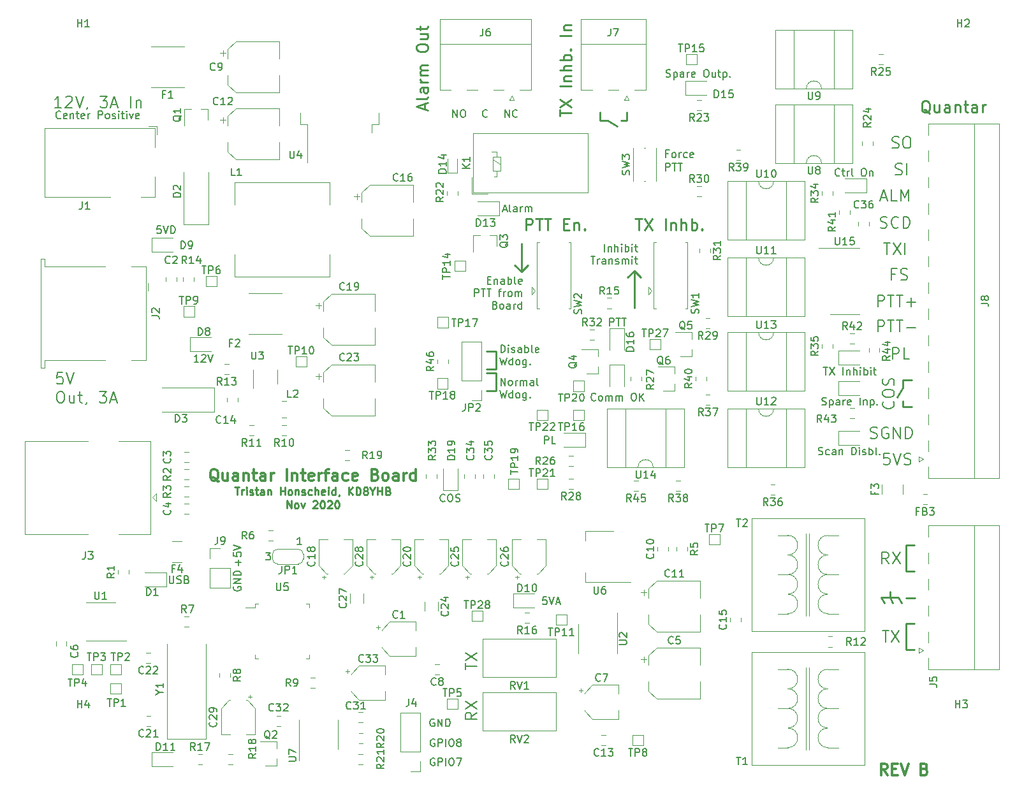
<source format=gbr>
G04 #@! TF.GenerationSoftware,KiCad,Pcbnew,(5.1.5-0-10_14)*
G04 #@! TF.CreationDate,2020-12-05T17:11:41-05:00*
G04 #@! TF.ProjectId,quantar-interface,7175616e-7461-4722-9d69-6e7465726661,rev?*
G04 #@! TF.SameCoordinates,Original*
G04 #@! TF.FileFunction,Legend,Top*
G04 #@! TF.FilePolarity,Positive*
%FSLAX46Y46*%
G04 Gerber Fmt 4.6, Leading zero omitted, Abs format (unit mm)*
G04 Created by KiCad (PCBNEW (5.1.5-0-10_14)) date 2020-12-05 17:11:41*
%MOMM*%
%LPD*%
G04 APERTURE LIST*
%ADD10C,0.300000*%
%ADD11C,0.203200*%
%ADD12C,0.150000*%
%ADD13C,0.228600*%
%ADD14C,0.304800*%
%ADD15C,0.120000*%
G04 APERTURE END LIST*
D10*
X188321428Y-151173571D02*
X187821428Y-150459285D01*
X187464285Y-151173571D02*
X187464285Y-149673571D01*
X188035714Y-149673571D01*
X188178571Y-149745000D01*
X188250000Y-149816428D01*
X188321428Y-149959285D01*
X188321428Y-150173571D01*
X188250000Y-150316428D01*
X188178571Y-150387857D01*
X188035714Y-150459285D01*
X187464285Y-150459285D01*
X188964285Y-150387857D02*
X189464285Y-150387857D01*
X189678571Y-151173571D02*
X188964285Y-151173571D01*
X188964285Y-149673571D01*
X189678571Y-149673571D01*
X190107142Y-149673571D02*
X190607142Y-151173571D01*
X191107142Y-149673571D01*
X193250000Y-150387857D02*
X193464285Y-150459285D01*
X193535714Y-150530714D01*
X193607142Y-150673571D01*
X193607142Y-150887857D01*
X193535714Y-151030714D01*
X193464285Y-151102142D01*
X193321428Y-151173571D01*
X192750000Y-151173571D01*
X192750000Y-149673571D01*
X193250000Y-149673571D01*
X193392857Y-149745000D01*
X193464285Y-149816428D01*
X193535714Y-149959285D01*
X193535714Y-150102142D01*
X193464285Y-150245000D01*
X193392857Y-150316428D01*
X193250000Y-150387857D01*
X192750000Y-150387857D01*
D11*
X159208651Y-68659828D02*
X158869984Y-68659828D01*
X158869984Y-69192019D02*
X158869984Y-68176019D01*
X159353794Y-68176019D01*
X159885984Y-69192019D02*
X159789222Y-69143638D01*
X159740841Y-69095257D01*
X159692460Y-68998495D01*
X159692460Y-68708209D01*
X159740841Y-68611447D01*
X159789222Y-68563066D01*
X159885984Y-68514685D01*
X160031127Y-68514685D01*
X160127889Y-68563066D01*
X160176270Y-68611447D01*
X160224651Y-68708209D01*
X160224651Y-68998495D01*
X160176270Y-69095257D01*
X160127889Y-69143638D01*
X160031127Y-69192019D01*
X159885984Y-69192019D01*
X160660080Y-69192019D02*
X160660080Y-68514685D01*
X160660080Y-68708209D02*
X160708460Y-68611447D01*
X160756841Y-68563066D01*
X160853603Y-68514685D01*
X160950365Y-68514685D01*
X161724460Y-69143638D02*
X161627699Y-69192019D01*
X161434175Y-69192019D01*
X161337413Y-69143638D01*
X161289032Y-69095257D01*
X161240651Y-68998495D01*
X161240651Y-68708209D01*
X161289032Y-68611447D01*
X161337413Y-68563066D01*
X161434175Y-68514685D01*
X161627699Y-68514685D01*
X161724460Y-68563066D01*
X162546937Y-69143638D02*
X162450175Y-69192019D01*
X162256651Y-69192019D01*
X162159889Y-69143638D01*
X162111508Y-69046876D01*
X162111508Y-68659828D01*
X162159889Y-68563066D01*
X162256651Y-68514685D01*
X162450175Y-68514685D01*
X162546937Y-68563066D01*
X162595318Y-68659828D01*
X162595318Y-68756590D01*
X162111508Y-68853352D01*
X158869984Y-70919219D02*
X158869984Y-69903219D01*
X159257032Y-69903219D01*
X159353794Y-69951600D01*
X159402175Y-69999980D01*
X159450556Y-70096742D01*
X159450556Y-70241885D01*
X159402175Y-70338647D01*
X159353794Y-70387028D01*
X159257032Y-70435409D01*
X158869984Y-70435409D01*
X159740841Y-69903219D02*
X160321413Y-69903219D01*
X160031127Y-70919219D02*
X160031127Y-69903219D01*
X160514937Y-69903219D02*
X161095508Y-69903219D01*
X160805222Y-70919219D02*
X160805222Y-69903219D01*
D12*
X158933095Y-58443761D02*
X159075952Y-58491380D01*
X159314047Y-58491380D01*
X159409285Y-58443761D01*
X159456904Y-58396142D01*
X159504523Y-58300904D01*
X159504523Y-58205666D01*
X159456904Y-58110428D01*
X159409285Y-58062809D01*
X159314047Y-58015190D01*
X159123571Y-57967571D01*
X159028333Y-57919952D01*
X158980714Y-57872333D01*
X158933095Y-57777095D01*
X158933095Y-57681857D01*
X158980714Y-57586619D01*
X159028333Y-57539000D01*
X159123571Y-57491380D01*
X159361666Y-57491380D01*
X159504523Y-57539000D01*
X159933095Y-57824714D02*
X159933095Y-58824714D01*
X159933095Y-57872333D02*
X160028333Y-57824714D01*
X160218809Y-57824714D01*
X160314047Y-57872333D01*
X160361666Y-57919952D01*
X160409285Y-58015190D01*
X160409285Y-58300904D01*
X160361666Y-58396142D01*
X160314047Y-58443761D01*
X160218809Y-58491380D01*
X160028333Y-58491380D01*
X159933095Y-58443761D01*
X161266428Y-58491380D02*
X161266428Y-57967571D01*
X161218809Y-57872333D01*
X161123571Y-57824714D01*
X160933095Y-57824714D01*
X160837857Y-57872333D01*
X161266428Y-58443761D02*
X161171190Y-58491380D01*
X160933095Y-58491380D01*
X160837857Y-58443761D01*
X160790238Y-58348523D01*
X160790238Y-58253285D01*
X160837857Y-58158047D01*
X160933095Y-58110428D01*
X161171190Y-58110428D01*
X161266428Y-58062809D01*
X161742619Y-58491380D02*
X161742619Y-57824714D01*
X161742619Y-58015190D02*
X161790238Y-57919952D01*
X161837857Y-57872333D01*
X161933095Y-57824714D01*
X162028333Y-57824714D01*
X162742619Y-58443761D02*
X162647380Y-58491380D01*
X162456904Y-58491380D01*
X162361666Y-58443761D01*
X162314047Y-58348523D01*
X162314047Y-57967571D01*
X162361666Y-57872333D01*
X162456904Y-57824714D01*
X162647380Y-57824714D01*
X162742619Y-57872333D01*
X162790238Y-57967571D01*
X162790238Y-58062809D01*
X162314047Y-58158047D01*
X164171190Y-57491380D02*
X164361666Y-57491380D01*
X164456904Y-57539000D01*
X164552142Y-57634238D01*
X164599761Y-57824714D01*
X164599761Y-58158047D01*
X164552142Y-58348523D01*
X164456904Y-58443761D01*
X164361666Y-58491380D01*
X164171190Y-58491380D01*
X164075952Y-58443761D01*
X163980714Y-58348523D01*
X163933095Y-58158047D01*
X163933095Y-57824714D01*
X163980714Y-57634238D01*
X164075952Y-57539000D01*
X164171190Y-57491380D01*
X165456904Y-57824714D02*
X165456904Y-58491380D01*
X165028333Y-57824714D02*
X165028333Y-58348523D01*
X165075952Y-58443761D01*
X165171190Y-58491380D01*
X165314047Y-58491380D01*
X165409285Y-58443761D01*
X165456904Y-58396142D01*
X165790238Y-57824714D02*
X166171190Y-57824714D01*
X165933095Y-57491380D02*
X165933095Y-58348523D01*
X165980714Y-58443761D01*
X166075952Y-58491380D01*
X166171190Y-58491380D01*
X166504523Y-57824714D02*
X166504523Y-58824714D01*
X166504523Y-57872333D02*
X166599761Y-57824714D01*
X166790238Y-57824714D01*
X166885476Y-57872333D01*
X166933095Y-57919952D01*
X166980714Y-58015190D01*
X166980714Y-58300904D01*
X166933095Y-58396142D01*
X166885476Y-58443761D01*
X166790238Y-58491380D01*
X166599761Y-58491380D01*
X166504523Y-58443761D01*
X167409285Y-58396142D02*
X167456904Y-58443761D01*
X167409285Y-58491380D01*
X167361666Y-58443761D01*
X167409285Y-58396142D01*
X167409285Y-58491380D01*
D13*
X193956214Y-63318571D02*
X193811071Y-63246000D01*
X193665928Y-63100857D01*
X193448214Y-62883142D01*
X193303071Y-62810571D01*
X193157928Y-62810571D01*
X193230500Y-63173428D02*
X193085357Y-63100857D01*
X192940214Y-62955714D01*
X192867642Y-62665428D01*
X192867642Y-62157428D01*
X192940214Y-61867142D01*
X193085357Y-61722000D01*
X193230500Y-61649428D01*
X193520785Y-61649428D01*
X193665928Y-61722000D01*
X193811071Y-61867142D01*
X193883642Y-62157428D01*
X193883642Y-62665428D01*
X193811071Y-62955714D01*
X193665928Y-63100857D01*
X193520785Y-63173428D01*
X193230500Y-63173428D01*
X195189928Y-62157428D02*
X195189928Y-63173428D01*
X194536785Y-62157428D02*
X194536785Y-62955714D01*
X194609357Y-63100857D01*
X194754500Y-63173428D01*
X194972214Y-63173428D01*
X195117357Y-63100857D01*
X195189928Y-63028285D01*
X196568785Y-63173428D02*
X196568785Y-62375142D01*
X196496214Y-62230000D01*
X196351071Y-62157428D01*
X196060785Y-62157428D01*
X195915642Y-62230000D01*
X196568785Y-63100857D02*
X196423642Y-63173428D01*
X196060785Y-63173428D01*
X195915642Y-63100857D01*
X195843071Y-62955714D01*
X195843071Y-62810571D01*
X195915642Y-62665428D01*
X196060785Y-62592857D01*
X196423642Y-62592857D01*
X196568785Y-62520285D01*
X197294500Y-62157428D02*
X197294500Y-63173428D01*
X197294500Y-62302571D02*
X197367071Y-62230000D01*
X197512214Y-62157428D01*
X197729928Y-62157428D01*
X197875071Y-62230000D01*
X197947642Y-62375142D01*
X197947642Y-63173428D01*
X198455642Y-62157428D02*
X199036214Y-62157428D01*
X198673357Y-61649428D02*
X198673357Y-62955714D01*
X198745928Y-63100857D01*
X198891071Y-63173428D01*
X199036214Y-63173428D01*
X200197357Y-63173428D02*
X200197357Y-62375142D01*
X200124785Y-62230000D01*
X199979642Y-62157428D01*
X199689357Y-62157428D01*
X199544214Y-62230000D01*
X200197357Y-63100857D02*
X200052214Y-63173428D01*
X199689357Y-63173428D01*
X199544214Y-63100857D01*
X199471642Y-62955714D01*
X199471642Y-62810571D01*
X199544214Y-62665428D01*
X199689357Y-62592857D01*
X200052214Y-62592857D01*
X200197357Y-62520285D01*
X200923071Y-63173428D02*
X200923071Y-62157428D01*
X200923071Y-62447714D02*
X200995642Y-62302571D01*
X201068214Y-62230000D01*
X201213357Y-62157428D01*
X201358500Y-62157428D01*
D12*
X102115928Y-123332714D02*
X102115928Y-122570809D01*
X102496880Y-122951761D02*
X101734976Y-122951761D01*
X101496880Y-121618428D02*
X101496880Y-122094619D01*
X101973071Y-122142238D01*
X101925452Y-122094619D01*
X101877833Y-121999380D01*
X101877833Y-121761285D01*
X101925452Y-121666047D01*
X101973071Y-121618428D01*
X102068309Y-121570809D01*
X102306404Y-121570809D01*
X102401642Y-121618428D01*
X102449261Y-121666047D01*
X102496880Y-121761285D01*
X102496880Y-121999380D01*
X102449261Y-122094619D01*
X102401642Y-122142238D01*
X101496880Y-121285095D02*
X102496880Y-120951761D01*
X101496880Y-120618428D01*
X101544500Y-126174404D02*
X101496880Y-126269642D01*
X101496880Y-126412500D01*
X101544500Y-126555357D01*
X101639738Y-126650595D01*
X101734976Y-126698214D01*
X101925452Y-126745833D01*
X102068309Y-126745833D01*
X102258785Y-126698214D01*
X102354023Y-126650595D01*
X102449261Y-126555357D01*
X102496880Y-126412500D01*
X102496880Y-126317261D01*
X102449261Y-126174404D01*
X102401642Y-126126785D01*
X102068309Y-126126785D01*
X102068309Y-126317261D01*
X102496880Y-125698214D02*
X101496880Y-125698214D01*
X102496880Y-125126785D01*
X101496880Y-125126785D01*
X102496880Y-124650595D02*
X101496880Y-124650595D01*
X101496880Y-124412500D01*
X101544500Y-124269642D01*
X101639738Y-124174404D01*
X101734976Y-124126785D01*
X101925452Y-124079166D01*
X102068309Y-124079166D01*
X102258785Y-124126785D01*
X102354023Y-124174404D01*
X102449261Y-124269642D01*
X102496880Y-124412500D01*
X102496880Y-124650595D01*
X151439690Y-91511380D02*
X151439690Y-90511380D01*
X151820642Y-90511380D01*
X151915880Y-90559000D01*
X151963500Y-90606619D01*
X152011119Y-90701857D01*
X152011119Y-90844714D01*
X151963500Y-90939952D01*
X151915880Y-90987571D01*
X151820642Y-91035190D01*
X151439690Y-91035190D01*
X152296833Y-90511380D02*
X152868261Y-90511380D01*
X152582547Y-91511380D02*
X152582547Y-90511380D01*
X153058738Y-90511380D02*
X153630166Y-90511380D01*
X153344452Y-91511380D02*
X153344452Y-90511380D01*
X149582547Y-101385642D02*
X149534928Y-101433261D01*
X149392071Y-101480880D01*
X149296833Y-101480880D01*
X149153976Y-101433261D01*
X149058738Y-101338023D01*
X149011119Y-101242785D01*
X148963500Y-101052309D01*
X148963500Y-100909452D01*
X149011119Y-100718976D01*
X149058738Y-100623738D01*
X149153976Y-100528500D01*
X149296833Y-100480880D01*
X149392071Y-100480880D01*
X149534928Y-100528500D01*
X149582547Y-100576119D01*
X150153976Y-101480880D02*
X150058738Y-101433261D01*
X150011119Y-101385642D01*
X149963500Y-101290404D01*
X149963500Y-101004690D01*
X150011119Y-100909452D01*
X150058738Y-100861833D01*
X150153976Y-100814214D01*
X150296833Y-100814214D01*
X150392071Y-100861833D01*
X150439690Y-100909452D01*
X150487309Y-101004690D01*
X150487309Y-101290404D01*
X150439690Y-101385642D01*
X150392071Y-101433261D01*
X150296833Y-101480880D01*
X150153976Y-101480880D01*
X150915880Y-101480880D02*
X150915880Y-100814214D01*
X150915880Y-100909452D02*
X150963500Y-100861833D01*
X151058738Y-100814214D01*
X151201595Y-100814214D01*
X151296833Y-100861833D01*
X151344452Y-100957071D01*
X151344452Y-101480880D01*
X151344452Y-100957071D02*
X151392071Y-100861833D01*
X151487309Y-100814214D01*
X151630166Y-100814214D01*
X151725404Y-100861833D01*
X151773023Y-100957071D01*
X151773023Y-101480880D01*
X152249214Y-101480880D02*
X152249214Y-100814214D01*
X152249214Y-100909452D02*
X152296833Y-100861833D01*
X152392071Y-100814214D01*
X152534928Y-100814214D01*
X152630166Y-100861833D01*
X152677785Y-100957071D01*
X152677785Y-101480880D01*
X152677785Y-100957071D02*
X152725404Y-100861833D01*
X152820642Y-100814214D01*
X152963500Y-100814214D01*
X153058738Y-100861833D01*
X153106357Y-100957071D01*
X153106357Y-101480880D01*
X154534928Y-100480880D02*
X154725404Y-100480880D01*
X154820642Y-100528500D01*
X154915880Y-100623738D01*
X154963500Y-100814214D01*
X154963500Y-101147547D01*
X154915880Y-101338023D01*
X154820642Y-101433261D01*
X154725404Y-101480880D01*
X154534928Y-101480880D01*
X154439690Y-101433261D01*
X154344452Y-101338023D01*
X154296833Y-101147547D01*
X154296833Y-100814214D01*
X154344452Y-100623738D01*
X154439690Y-100528500D01*
X154534928Y-100480880D01*
X155392071Y-101480880D02*
X155392071Y-100480880D01*
X155963500Y-101480880D02*
X155534928Y-100909452D01*
X155963500Y-100480880D02*
X155392071Y-101052309D01*
X129548023Y-114784142D02*
X129500404Y-114831761D01*
X129357547Y-114879380D01*
X129262309Y-114879380D01*
X129119452Y-114831761D01*
X129024214Y-114736523D01*
X128976595Y-114641285D01*
X128928976Y-114450809D01*
X128928976Y-114307952D01*
X128976595Y-114117476D01*
X129024214Y-114022238D01*
X129119452Y-113927000D01*
X129262309Y-113879380D01*
X129357547Y-113879380D01*
X129500404Y-113927000D01*
X129548023Y-113974619D01*
X130167071Y-113879380D02*
X130357547Y-113879380D01*
X130452785Y-113927000D01*
X130548023Y-114022238D01*
X130595642Y-114212714D01*
X130595642Y-114546047D01*
X130548023Y-114736523D01*
X130452785Y-114831761D01*
X130357547Y-114879380D01*
X130167071Y-114879380D01*
X130071833Y-114831761D01*
X129976595Y-114736523D01*
X129928976Y-114546047D01*
X129928976Y-114212714D01*
X129976595Y-114022238D01*
X130071833Y-113927000D01*
X130167071Y-113879380D01*
X130976595Y-114831761D02*
X131119452Y-114879380D01*
X131357547Y-114879380D01*
X131452785Y-114831761D01*
X131500404Y-114784142D01*
X131548023Y-114688904D01*
X131548023Y-114593666D01*
X131500404Y-114498428D01*
X131452785Y-114450809D01*
X131357547Y-114403190D01*
X131167071Y-114355571D01*
X131071833Y-114307952D01*
X131024214Y-114260333D01*
X130976595Y-114165095D01*
X130976595Y-114069857D01*
X131024214Y-113974619D01*
X131071833Y-113927000D01*
X131167071Y-113879380D01*
X131405166Y-113879380D01*
X131548023Y-113927000D01*
X142779833Y-107195880D02*
X142779833Y-106195880D01*
X143160785Y-106195880D01*
X143256023Y-106243500D01*
X143303642Y-106291119D01*
X143351261Y-106386357D01*
X143351261Y-106529214D01*
X143303642Y-106624452D01*
X143256023Y-106672071D01*
X143160785Y-106719690D01*
X142779833Y-106719690D01*
X144256023Y-107195880D02*
X143779833Y-107195880D01*
X143779833Y-106195880D01*
X179165761Y-108608761D02*
X179308619Y-108656380D01*
X179546714Y-108656380D01*
X179641952Y-108608761D01*
X179689571Y-108561142D01*
X179737190Y-108465904D01*
X179737190Y-108370666D01*
X179689571Y-108275428D01*
X179641952Y-108227809D01*
X179546714Y-108180190D01*
X179356238Y-108132571D01*
X179261000Y-108084952D01*
X179213380Y-108037333D01*
X179165761Y-107942095D01*
X179165761Y-107846857D01*
X179213380Y-107751619D01*
X179261000Y-107704000D01*
X179356238Y-107656380D01*
X179594333Y-107656380D01*
X179737190Y-107704000D01*
X180594333Y-108608761D02*
X180499095Y-108656380D01*
X180308619Y-108656380D01*
X180213380Y-108608761D01*
X180165761Y-108561142D01*
X180118142Y-108465904D01*
X180118142Y-108180190D01*
X180165761Y-108084952D01*
X180213380Y-108037333D01*
X180308619Y-107989714D01*
X180499095Y-107989714D01*
X180594333Y-108037333D01*
X181451476Y-108656380D02*
X181451476Y-108132571D01*
X181403857Y-108037333D01*
X181308619Y-107989714D01*
X181118142Y-107989714D01*
X181022904Y-108037333D01*
X181451476Y-108608761D02*
X181356238Y-108656380D01*
X181118142Y-108656380D01*
X181022904Y-108608761D01*
X180975285Y-108513523D01*
X180975285Y-108418285D01*
X181022904Y-108323047D01*
X181118142Y-108275428D01*
X181356238Y-108275428D01*
X181451476Y-108227809D01*
X181927666Y-107989714D02*
X181927666Y-108656380D01*
X181927666Y-108084952D02*
X181975285Y-108037333D01*
X182070523Y-107989714D01*
X182213380Y-107989714D01*
X182308619Y-108037333D01*
X182356238Y-108132571D01*
X182356238Y-108656380D01*
X183594333Y-108656380D02*
X183594333Y-107656380D01*
X183832428Y-107656380D01*
X183975285Y-107704000D01*
X184070523Y-107799238D01*
X184118142Y-107894476D01*
X184165761Y-108084952D01*
X184165761Y-108227809D01*
X184118142Y-108418285D01*
X184070523Y-108513523D01*
X183975285Y-108608761D01*
X183832428Y-108656380D01*
X183594333Y-108656380D01*
X184594333Y-108656380D02*
X184594333Y-107989714D01*
X184594333Y-107656380D02*
X184546714Y-107704000D01*
X184594333Y-107751619D01*
X184641952Y-107704000D01*
X184594333Y-107656380D01*
X184594333Y-107751619D01*
X185022904Y-108608761D02*
X185118142Y-108656380D01*
X185308619Y-108656380D01*
X185403857Y-108608761D01*
X185451476Y-108513523D01*
X185451476Y-108465904D01*
X185403857Y-108370666D01*
X185308619Y-108323047D01*
X185165761Y-108323047D01*
X185070523Y-108275428D01*
X185022904Y-108180190D01*
X185022904Y-108132571D01*
X185070523Y-108037333D01*
X185165761Y-107989714D01*
X185308619Y-107989714D01*
X185403857Y-108037333D01*
X185880047Y-108656380D02*
X185880047Y-107656380D01*
X185880047Y-108037333D02*
X185975285Y-107989714D01*
X186165761Y-107989714D01*
X186261000Y-108037333D01*
X186308619Y-108084952D01*
X186356238Y-108180190D01*
X186356238Y-108465904D01*
X186308619Y-108561142D01*
X186261000Y-108608761D01*
X186165761Y-108656380D01*
X185975285Y-108656380D01*
X185880047Y-108608761D01*
X186927666Y-108656380D02*
X186832428Y-108608761D01*
X186784809Y-108513523D01*
X186784809Y-107656380D01*
X187308619Y-108561142D02*
X187356238Y-108608761D01*
X187308619Y-108656380D01*
X187261000Y-108608761D01*
X187308619Y-108561142D01*
X187308619Y-108656380D01*
X179634023Y-102004761D02*
X179776880Y-102052380D01*
X180014976Y-102052380D01*
X180110214Y-102004761D01*
X180157833Y-101957142D01*
X180205452Y-101861904D01*
X180205452Y-101766666D01*
X180157833Y-101671428D01*
X180110214Y-101623809D01*
X180014976Y-101576190D01*
X179824500Y-101528571D01*
X179729261Y-101480952D01*
X179681642Y-101433333D01*
X179634023Y-101338095D01*
X179634023Y-101242857D01*
X179681642Y-101147619D01*
X179729261Y-101100000D01*
X179824500Y-101052380D01*
X180062595Y-101052380D01*
X180205452Y-101100000D01*
X180634023Y-101385714D02*
X180634023Y-102385714D01*
X180634023Y-101433333D02*
X180729261Y-101385714D01*
X180919738Y-101385714D01*
X181014976Y-101433333D01*
X181062595Y-101480952D01*
X181110214Y-101576190D01*
X181110214Y-101861904D01*
X181062595Y-101957142D01*
X181014976Y-102004761D01*
X180919738Y-102052380D01*
X180729261Y-102052380D01*
X180634023Y-102004761D01*
X181967357Y-102052380D02*
X181967357Y-101528571D01*
X181919738Y-101433333D01*
X181824500Y-101385714D01*
X181634023Y-101385714D01*
X181538785Y-101433333D01*
X181967357Y-102004761D02*
X181872119Y-102052380D01*
X181634023Y-102052380D01*
X181538785Y-102004761D01*
X181491166Y-101909523D01*
X181491166Y-101814285D01*
X181538785Y-101719047D01*
X181634023Y-101671428D01*
X181872119Y-101671428D01*
X181967357Y-101623809D01*
X182443547Y-102052380D02*
X182443547Y-101385714D01*
X182443547Y-101576190D02*
X182491166Y-101480952D01*
X182538785Y-101433333D01*
X182634023Y-101385714D01*
X182729261Y-101385714D01*
X183443547Y-102004761D02*
X183348309Y-102052380D01*
X183157833Y-102052380D01*
X183062595Y-102004761D01*
X183014976Y-101909523D01*
X183014976Y-101528571D01*
X183062595Y-101433333D01*
X183157833Y-101385714D01*
X183348309Y-101385714D01*
X183443547Y-101433333D01*
X183491166Y-101528571D01*
X183491166Y-101623809D01*
X183014976Y-101719047D01*
X184681642Y-102052380D02*
X184681642Y-101052380D01*
X185157833Y-101385714D02*
X185157833Y-102052380D01*
X185157833Y-101480952D02*
X185205452Y-101433333D01*
X185300690Y-101385714D01*
X185443547Y-101385714D01*
X185538785Y-101433333D01*
X185586404Y-101528571D01*
X185586404Y-102052380D01*
X186062595Y-101385714D02*
X186062595Y-102385714D01*
X186062595Y-101433333D02*
X186157833Y-101385714D01*
X186348309Y-101385714D01*
X186443547Y-101433333D01*
X186491166Y-101480952D01*
X186538785Y-101576190D01*
X186538785Y-101861904D01*
X186491166Y-101957142D01*
X186443547Y-102004761D01*
X186348309Y-102052380D01*
X186157833Y-102052380D01*
X186062595Y-102004761D01*
X186967357Y-101957142D02*
X187014976Y-102004761D01*
X186967357Y-102052380D01*
X186919738Y-102004761D01*
X186967357Y-101957142D01*
X186967357Y-102052380D01*
X179824500Y-97051880D02*
X180395928Y-97051880D01*
X180110214Y-98051880D02*
X180110214Y-97051880D01*
X180634023Y-97051880D02*
X181300690Y-98051880D01*
X181300690Y-97051880D02*
X180634023Y-98051880D01*
X182443547Y-98051880D02*
X182443547Y-97051880D01*
X182919738Y-97385214D02*
X182919738Y-98051880D01*
X182919738Y-97480452D02*
X182967357Y-97432833D01*
X183062595Y-97385214D01*
X183205452Y-97385214D01*
X183300690Y-97432833D01*
X183348309Y-97528071D01*
X183348309Y-98051880D01*
X183824500Y-98051880D02*
X183824500Y-97051880D01*
X184253071Y-98051880D02*
X184253071Y-97528071D01*
X184205452Y-97432833D01*
X184110214Y-97385214D01*
X183967357Y-97385214D01*
X183872119Y-97432833D01*
X183824500Y-97480452D01*
X184729261Y-98051880D02*
X184729261Y-97385214D01*
X184729261Y-97051880D02*
X184681642Y-97099500D01*
X184729261Y-97147119D01*
X184776880Y-97099500D01*
X184729261Y-97051880D01*
X184729261Y-97147119D01*
X185205452Y-98051880D02*
X185205452Y-97051880D01*
X185205452Y-97432833D02*
X185300690Y-97385214D01*
X185491166Y-97385214D01*
X185586404Y-97432833D01*
X185634023Y-97480452D01*
X185681642Y-97575690D01*
X185681642Y-97861404D01*
X185634023Y-97956642D01*
X185586404Y-98004261D01*
X185491166Y-98051880D01*
X185300690Y-98051880D01*
X185205452Y-98004261D01*
X186110214Y-98051880D02*
X186110214Y-97385214D01*
X186110214Y-97051880D02*
X186062595Y-97099500D01*
X186110214Y-97147119D01*
X186157833Y-97099500D01*
X186110214Y-97051880D01*
X186110214Y-97147119D01*
X186443547Y-97385214D02*
X186824500Y-97385214D01*
X186586404Y-97051880D02*
X186586404Y-97909023D01*
X186634023Y-98004261D01*
X186729261Y-98051880D01*
X186824500Y-98051880D01*
X181991238Y-71540642D02*
X181943619Y-71588261D01*
X181800761Y-71635880D01*
X181705523Y-71635880D01*
X181562666Y-71588261D01*
X181467428Y-71493023D01*
X181419809Y-71397785D01*
X181372190Y-71207309D01*
X181372190Y-71064452D01*
X181419809Y-70873976D01*
X181467428Y-70778738D01*
X181562666Y-70683500D01*
X181705523Y-70635880D01*
X181800761Y-70635880D01*
X181943619Y-70683500D01*
X181991238Y-70731119D01*
X182276952Y-70969214D02*
X182657904Y-70969214D01*
X182419809Y-70635880D02*
X182419809Y-71493023D01*
X182467428Y-71588261D01*
X182562666Y-71635880D01*
X182657904Y-71635880D01*
X182991238Y-71635880D02*
X182991238Y-70969214D01*
X182991238Y-71159690D02*
X183038857Y-71064452D01*
X183086476Y-71016833D01*
X183181714Y-70969214D01*
X183276952Y-70969214D01*
X183753142Y-71635880D02*
X183657904Y-71588261D01*
X183610285Y-71493023D01*
X183610285Y-70635880D01*
X185086476Y-70635880D02*
X185276952Y-70635880D01*
X185372190Y-70683500D01*
X185467428Y-70778738D01*
X185515047Y-70969214D01*
X185515047Y-71302547D01*
X185467428Y-71493023D01*
X185372190Y-71588261D01*
X185276952Y-71635880D01*
X185086476Y-71635880D01*
X184991238Y-71588261D01*
X184896000Y-71493023D01*
X184848380Y-71302547D01*
X184848380Y-70969214D01*
X184896000Y-70778738D01*
X184991238Y-70683500D01*
X185086476Y-70635880D01*
X185943619Y-70969214D02*
X185943619Y-71635880D01*
X185943619Y-71064452D02*
X185991238Y-71016833D01*
X186086476Y-70969214D01*
X186229333Y-70969214D01*
X186324571Y-71016833D01*
X186372190Y-71112071D01*
X186372190Y-71635880D01*
X137263428Y-76112666D02*
X137739619Y-76112666D01*
X137168190Y-76398380D02*
X137501523Y-75398380D01*
X137834857Y-76398380D01*
X138311047Y-76398380D02*
X138215809Y-76350761D01*
X138168190Y-76255523D01*
X138168190Y-75398380D01*
X139120571Y-76398380D02*
X139120571Y-75874571D01*
X139072952Y-75779333D01*
X138977714Y-75731714D01*
X138787238Y-75731714D01*
X138692000Y-75779333D01*
X139120571Y-76350761D02*
X139025333Y-76398380D01*
X138787238Y-76398380D01*
X138692000Y-76350761D01*
X138644380Y-76255523D01*
X138644380Y-76160285D01*
X138692000Y-76065047D01*
X138787238Y-76017428D01*
X139025333Y-76017428D01*
X139120571Y-75969809D01*
X139596761Y-76398380D02*
X139596761Y-75731714D01*
X139596761Y-75922190D02*
X139644380Y-75826952D01*
X139692000Y-75779333D01*
X139787238Y-75731714D01*
X139882476Y-75731714D01*
X140215809Y-76398380D02*
X140215809Y-75731714D01*
X140215809Y-75826952D02*
X140263428Y-75779333D01*
X140358666Y-75731714D01*
X140501523Y-75731714D01*
X140596761Y-75779333D01*
X140644380Y-75874571D01*
X140644380Y-76398380D01*
X140644380Y-75874571D02*
X140692000Y-75779333D01*
X140787238Y-75731714D01*
X140930095Y-75731714D01*
X141025333Y-75779333D01*
X141072952Y-75874571D01*
X141072952Y-76398380D01*
X91829023Y-78255880D02*
X91352833Y-78255880D01*
X91305214Y-78732071D01*
X91352833Y-78684452D01*
X91448071Y-78636833D01*
X91686166Y-78636833D01*
X91781404Y-78684452D01*
X91829023Y-78732071D01*
X91876642Y-78827309D01*
X91876642Y-79065404D01*
X91829023Y-79160642D01*
X91781404Y-79208261D01*
X91686166Y-79255880D01*
X91448071Y-79255880D01*
X91352833Y-79208261D01*
X91305214Y-79160642D01*
X92162357Y-78255880D02*
X92495690Y-79255880D01*
X92829023Y-78255880D01*
X93162357Y-79255880D02*
X93162357Y-78255880D01*
X93400452Y-78255880D01*
X93543309Y-78303500D01*
X93638547Y-78398738D01*
X93686166Y-78493976D01*
X93733785Y-78684452D01*
X93733785Y-78827309D01*
X93686166Y-79017785D01*
X93638547Y-79113023D01*
X93543309Y-79208261D01*
X93400452Y-79255880D01*
X93162357Y-79255880D01*
X96853452Y-96337380D02*
X96282023Y-96337380D01*
X96567738Y-96337380D02*
X96567738Y-95337380D01*
X96472500Y-95480238D01*
X96377261Y-95575476D01*
X96282023Y-95623095D01*
X97234404Y-95432619D02*
X97282023Y-95385000D01*
X97377261Y-95337380D01*
X97615357Y-95337380D01*
X97710595Y-95385000D01*
X97758214Y-95432619D01*
X97805833Y-95527857D01*
X97805833Y-95623095D01*
X97758214Y-95765952D01*
X97186785Y-96337380D01*
X97805833Y-96337380D01*
X98091547Y-95337380D02*
X98424880Y-96337380D01*
X98758214Y-95337380D01*
X92972095Y-124737880D02*
X92972095Y-125547404D01*
X93019714Y-125642642D01*
X93067333Y-125690261D01*
X93162571Y-125737880D01*
X93353047Y-125737880D01*
X93448285Y-125690261D01*
X93495904Y-125642642D01*
X93543523Y-125547404D01*
X93543523Y-124737880D01*
X93972095Y-125690261D02*
X94114952Y-125737880D01*
X94353047Y-125737880D01*
X94448285Y-125690261D01*
X94495904Y-125642642D01*
X94543523Y-125547404D01*
X94543523Y-125452166D01*
X94495904Y-125356928D01*
X94448285Y-125309309D01*
X94353047Y-125261690D01*
X94162571Y-125214071D01*
X94067333Y-125166452D01*
X94019714Y-125118833D01*
X93972095Y-125023595D01*
X93972095Y-124928357D01*
X94019714Y-124833119D01*
X94067333Y-124785500D01*
X94162571Y-124737880D01*
X94400666Y-124737880D01*
X94543523Y-124785500D01*
X95305428Y-125214071D02*
X95448285Y-125261690D01*
X95495904Y-125309309D01*
X95543523Y-125404547D01*
X95543523Y-125547404D01*
X95495904Y-125642642D01*
X95448285Y-125690261D01*
X95353047Y-125737880D01*
X94972095Y-125737880D01*
X94972095Y-124737880D01*
X95305428Y-124737880D01*
X95400666Y-124785500D01*
X95448285Y-124833119D01*
X95495904Y-124928357D01*
X95495904Y-125023595D01*
X95448285Y-125118833D01*
X95400666Y-125166452D01*
X95305428Y-125214071D01*
X94972095Y-125214071D01*
X143081452Y-127531880D02*
X142605261Y-127531880D01*
X142557642Y-128008071D01*
X142605261Y-127960452D01*
X142700500Y-127912833D01*
X142938595Y-127912833D01*
X143033833Y-127960452D01*
X143081452Y-128008071D01*
X143129071Y-128103309D01*
X143129071Y-128341404D01*
X143081452Y-128436642D01*
X143033833Y-128484261D01*
X142938595Y-128531880D01*
X142700500Y-128531880D01*
X142605261Y-128484261D01*
X142557642Y-128436642D01*
X143414785Y-127531880D02*
X143748119Y-128531880D01*
X144081452Y-127531880D01*
X144367166Y-128246166D02*
X144843357Y-128246166D01*
X144271928Y-128531880D02*
X144605261Y-127531880D01*
X144938595Y-128531880D01*
D13*
X190373000Y-98742500D02*
X190373000Y-99758500D01*
X190373000Y-99758500D02*
X189611000Y-101028500D01*
X190754000Y-98742500D02*
X190373000Y-98742500D01*
X191516000Y-98742500D02*
X190754000Y-98742500D01*
X190373000Y-101536500D02*
X190373000Y-102298500D01*
X190373000Y-102298500D02*
X191516000Y-102298500D01*
D11*
X188595000Y-108448928D02*
X187869285Y-108448928D01*
X187796714Y-109174642D01*
X187869285Y-109102071D01*
X188014428Y-109029500D01*
X188377285Y-109029500D01*
X188522428Y-109102071D01*
X188595000Y-109174642D01*
X188667571Y-109319785D01*
X188667571Y-109682642D01*
X188595000Y-109827785D01*
X188522428Y-109900357D01*
X188377285Y-109972928D01*
X188014428Y-109972928D01*
X187869285Y-109900357D01*
X187796714Y-109827785D01*
X189103000Y-108448928D02*
X189611000Y-109972928D01*
X190119000Y-108448928D01*
X190554428Y-109900357D02*
X190772142Y-109972928D01*
X191135000Y-109972928D01*
X191280142Y-109900357D01*
X191352714Y-109827785D01*
X191425285Y-109682642D01*
X191425285Y-109537500D01*
X191352714Y-109392357D01*
X191280142Y-109319785D01*
X191135000Y-109247214D01*
X190844714Y-109174642D01*
X190699571Y-109102071D01*
X190627000Y-109029500D01*
X190554428Y-108884357D01*
X190554428Y-108739214D01*
X190627000Y-108594071D01*
X190699571Y-108521500D01*
X190844714Y-108448928D01*
X191207571Y-108448928D01*
X191425285Y-108521500D01*
X186091285Y-106407857D02*
X186309000Y-106480428D01*
X186671857Y-106480428D01*
X186817000Y-106407857D01*
X186889571Y-106335285D01*
X186962142Y-106190142D01*
X186962142Y-106045000D01*
X186889571Y-105899857D01*
X186817000Y-105827285D01*
X186671857Y-105754714D01*
X186381571Y-105682142D01*
X186236428Y-105609571D01*
X186163857Y-105537000D01*
X186091285Y-105391857D01*
X186091285Y-105246714D01*
X186163857Y-105101571D01*
X186236428Y-105029000D01*
X186381571Y-104956428D01*
X186744428Y-104956428D01*
X186962142Y-105029000D01*
X188413571Y-105029000D02*
X188268428Y-104956428D01*
X188050714Y-104956428D01*
X187833000Y-105029000D01*
X187687857Y-105174142D01*
X187615285Y-105319285D01*
X187542714Y-105609571D01*
X187542714Y-105827285D01*
X187615285Y-106117571D01*
X187687857Y-106262714D01*
X187833000Y-106407857D01*
X188050714Y-106480428D01*
X188195857Y-106480428D01*
X188413571Y-106407857D01*
X188486142Y-106335285D01*
X188486142Y-105827285D01*
X188195857Y-105827285D01*
X189139285Y-106480428D02*
X189139285Y-104956428D01*
X190010142Y-106480428D01*
X190010142Y-104956428D01*
X190735857Y-106480428D02*
X190735857Y-104956428D01*
X191098714Y-104956428D01*
X191316428Y-105029000D01*
X191461571Y-105174142D01*
X191534142Y-105319285D01*
X191606714Y-105609571D01*
X191606714Y-105827285D01*
X191534142Y-106117571D01*
X191461571Y-106262714D01*
X191316428Y-106407857D01*
X191098714Y-106480428D01*
X190735857Y-106480428D01*
X189075785Y-101572785D02*
X189148357Y-101645357D01*
X189220928Y-101863071D01*
X189220928Y-102008214D01*
X189148357Y-102225928D01*
X189003214Y-102371071D01*
X188858071Y-102443642D01*
X188567785Y-102516214D01*
X188350071Y-102516214D01*
X188059785Y-102443642D01*
X187914642Y-102371071D01*
X187769500Y-102225928D01*
X187696928Y-102008214D01*
X187696928Y-101863071D01*
X187769500Y-101645357D01*
X187842071Y-101572785D01*
X187696928Y-100629357D02*
X187696928Y-100339071D01*
X187769500Y-100193928D01*
X187914642Y-100048785D01*
X188204928Y-99976214D01*
X188712928Y-99976214D01*
X189003214Y-100048785D01*
X189148357Y-100193928D01*
X189220928Y-100339071D01*
X189220928Y-100629357D01*
X189148357Y-100774500D01*
X189003214Y-100919642D01*
X188712928Y-100992214D01*
X188204928Y-100992214D01*
X187914642Y-100919642D01*
X187769500Y-100774500D01*
X187696928Y-100629357D01*
X189148357Y-99395642D02*
X189220928Y-99177928D01*
X189220928Y-98815071D01*
X189148357Y-98669928D01*
X189075785Y-98597357D01*
X188930642Y-98524785D01*
X188785500Y-98524785D01*
X188640357Y-98597357D01*
X188567785Y-98669928D01*
X188495214Y-98815071D01*
X188422642Y-99105357D01*
X188350071Y-99250500D01*
X188277500Y-99323071D01*
X188132357Y-99395642D01*
X187987214Y-99395642D01*
X187842071Y-99323071D01*
X187769500Y-99250500D01*
X187696928Y-99105357D01*
X187696928Y-98742500D01*
X187769500Y-98524785D01*
X188976000Y-95939428D02*
X188976000Y-94415428D01*
X189556571Y-94415428D01*
X189701714Y-94488000D01*
X189774285Y-94560571D01*
X189846857Y-94705714D01*
X189846857Y-94923428D01*
X189774285Y-95068571D01*
X189701714Y-95141142D01*
X189556571Y-95213714D01*
X188976000Y-95213714D01*
X191225714Y-95939428D02*
X190500000Y-95939428D01*
X190500000Y-94415428D01*
X187043785Y-92319928D02*
X187043785Y-90795928D01*
X187624357Y-90795928D01*
X187769500Y-90868500D01*
X187842071Y-90941071D01*
X187914642Y-91086214D01*
X187914642Y-91303928D01*
X187842071Y-91449071D01*
X187769500Y-91521642D01*
X187624357Y-91594214D01*
X187043785Y-91594214D01*
X188350071Y-90795928D02*
X189220928Y-90795928D01*
X188785500Y-92319928D02*
X188785500Y-90795928D01*
X189511214Y-90795928D02*
X190382071Y-90795928D01*
X189946642Y-92319928D02*
X189946642Y-90795928D01*
X190890071Y-91739357D02*
X192051214Y-91739357D01*
X187043785Y-88954428D02*
X187043785Y-87430428D01*
X187624357Y-87430428D01*
X187769500Y-87503000D01*
X187842071Y-87575571D01*
X187914642Y-87720714D01*
X187914642Y-87938428D01*
X187842071Y-88083571D01*
X187769500Y-88156142D01*
X187624357Y-88228714D01*
X187043785Y-88228714D01*
X188350071Y-87430428D02*
X189220928Y-87430428D01*
X188785500Y-88954428D02*
X188785500Y-87430428D01*
X189511214Y-87430428D02*
X190382071Y-87430428D01*
X189946642Y-88954428D02*
X189946642Y-87430428D01*
X190890071Y-88373857D02*
X192051214Y-88373857D01*
X191470642Y-88954428D02*
X191470642Y-87793285D01*
X189357000Y-84663642D02*
X188849000Y-84663642D01*
X188849000Y-85461928D02*
X188849000Y-83937928D01*
X189574714Y-83937928D01*
X190082714Y-85389357D02*
X190300428Y-85461928D01*
X190663285Y-85461928D01*
X190808428Y-85389357D01*
X190881000Y-85316785D01*
X190953571Y-85171642D01*
X190953571Y-85026500D01*
X190881000Y-84881357D01*
X190808428Y-84808785D01*
X190663285Y-84736214D01*
X190373000Y-84663642D01*
X190227857Y-84591071D01*
X190155285Y-84518500D01*
X190082714Y-84373357D01*
X190082714Y-84228214D01*
X190155285Y-84083071D01*
X190227857Y-84010500D01*
X190373000Y-83937928D01*
X190735857Y-83937928D01*
X190953571Y-84010500D01*
X187833000Y-80508928D02*
X188703857Y-80508928D01*
X188268428Y-82032928D02*
X188268428Y-80508928D01*
X189066714Y-80508928D02*
X190082714Y-82032928D01*
X190082714Y-80508928D02*
X189066714Y-82032928D01*
X190663285Y-82032928D02*
X190663285Y-80508928D01*
X187397571Y-78467857D02*
X187615285Y-78540428D01*
X187978142Y-78540428D01*
X188123285Y-78467857D01*
X188195857Y-78395285D01*
X188268428Y-78250142D01*
X188268428Y-78105000D01*
X188195857Y-77959857D01*
X188123285Y-77887285D01*
X187978142Y-77814714D01*
X187687857Y-77742142D01*
X187542714Y-77669571D01*
X187470142Y-77597000D01*
X187397571Y-77451857D01*
X187397571Y-77306714D01*
X187470142Y-77161571D01*
X187542714Y-77089000D01*
X187687857Y-77016428D01*
X188050714Y-77016428D01*
X188268428Y-77089000D01*
X189792428Y-78395285D02*
X189719857Y-78467857D01*
X189502142Y-78540428D01*
X189357000Y-78540428D01*
X189139285Y-78467857D01*
X188994142Y-78322714D01*
X188921571Y-78177571D01*
X188849000Y-77887285D01*
X188849000Y-77669571D01*
X188921571Y-77379285D01*
X188994142Y-77234142D01*
X189139285Y-77089000D01*
X189357000Y-77016428D01*
X189502142Y-77016428D01*
X189719857Y-77089000D01*
X189792428Y-77161571D01*
X190445571Y-78540428D02*
X190445571Y-77016428D01*
X190808428Y-77016428D01*
X191026142Y-77089000D01*
X191171285Y-77234142D01*
X191243857Y-77379285D01*
X191316428Y-77669571D01*
X191316428Y-77887285D01*
X191243857Y-78177571D01*
X191171285Y-78322714D01*
X191026142Y-78467857D01*
X190808428Y-78540428D01*
X190445571Y-78540428D01*
X187506428Y-74485500D02*
X188232142Y-74485500D01*
X187361285Y-74920928D02*
X187869285Y-73396928D01*
X188377285Y-74920928D01*
X189611000Y-74920928D02*
X188885285Y-74920928D01*
X188885285Y-73396928D01*
X190119000Y-74920928D02*
X190119000Y-73396928D01*
X190627000Y-74485500D01*
X191135000Y-73396928D01*
X191135000Y-74920928D01*
X189384214Y-71419357D02*
X189601928Y-71491928D01*
X189964785Y-71491928D01*
X190109928Y-71419357D01*
X190182500Y-71346785D01*
X190255071Y-71201642D01*
X190255071Y-71056500D01*
X190182500Y-70911357D01*
X190109928Y-70838785D01*
X189964785Y-70766214D01*
X189674500Y-70693642D01*
X189529357Y-70621071D01*
X189456785Y-70548500D01*
X189384214Y-70403357D01*
X189384214Y-70258214D01*
X189456785Y-70113071D01*
X189529357Y-70040500D01*
X189674500Y-69967928D01*
X190037357Y-69967928D01*
X190255071Y-70040500D01*
X190908214Y-71491928D02*
X190908214Y-69967928D01*
X188948785Y-67863357D02*
X189166500Y-67935928D01*
X189529357Y-67935928D01*
X189674500Y-67863357D01*
X189747071Y-67790785D01*
X189819642Y-67645642D01*
X189819642Y-67500500D01*
X189747071Y-67355357D01*
X189674500Y-67282785D01*
X189529357Y-67210214D01*
X189239071Y-67137642D01*
X189093928Y-67065071D01*
X189021357Y-66992500D01*
X188948785Y-66847357D01*
X188948785Y-66702214D01*
X189021357Y-66557071D01*
X189093928Y-66484500D01*
X189239071Y-66411928D01*
X189601928Y-66411928D01*
X189819642Y-66484500D01*
X190763071Y-66411928D02*
X191053357Y-66411928D01*
X191198500Y-66484500D01*
X191343642Y-66629642D01*
X191416214Y-66919928D01*
X191416214Y-67427928D01*
X191343642Y-67718214D01*
X191198500Y-67863357D01*
X191053357Y-67935928D01*
X190763071Y-67935928D01*
X190617928Y-67863357D01*
X190472785Y-67718214D01*
X190400214Y-67427928D01*
X190400214Y-66919928D01*
X190472785Y-66629642D01*
X190617928Y-66484500D01*
X190763071Y-66411928D01*
D12*
X128190809Y-148979000D02*
X128095571Y-148931380D01*
X127952714Y-148931380D01*
X127809857Y-148979000D01*
X127714619Y-149074238D01*
X127667000Y-149169476D01*
X127619380Y-149359952D01*
X127619380Y-149502809D01*
X127667000Y-149693285D01*
X127714619Y-149788523D01*
X127809857Y-149883761D01*
X127952714Y-149931380D01*
X128047952Y-149931380D01*
X128190809Y-149883761D01*
X128238428Y-149836142D01*
X128238428Y-149502809D01*
X128047952Y-149502809D01*
X128667000Y-149931380D02*
X128667000Y-148931380D01*
X129047952Y-148931380D01*
X129143190Y-148979000D01*
X129190809Y-149026619D01*
X129238428Y-149121857D01*
X129238428Y-149264714D01*
X129190809Y-149359952D01*
X129143190Y-149407571D01*
X129047952Y-149455190D01*
X128667000Y-149455190D01*
X129667000Y-149931380D02*
X129667000Y-148931380D01*
X130333666Y-148931380D02*
X130524142Y-148931380D01*
X130619380Y-148979000D01*
X130714619Y-149074238D01*
X130762238Y-149264714D01*
X130762238Y-149598047D01*
X130714619Y-149788523D01*
X130619380Y-149883761D01*
X130524142Y-149931380D01*
X130333666Y-149931380D01*
X130238428Y-149883761D01*
X130143190Y-149788523D01*
X130095571Y-149598047D01*
X130095571Y-149264714D01*
X130143190Y-149074238D01*
X130238428Y-148979000D01*
X130333666Y-148931380D01*
X131095571Y-148931380D02*
X131762238Y-148931380D01*
X131333666Y-149931380D01*
X128190809Y-146439000D02*
X128095571Y-146391380D01*
X127952714Y-146391380D01*
X127809857Y-146439000D01*
X127714619Y-146534238D01*
X127667000Y-146629476D01*
X127619380Y-146819952D01*
X127619380Y-146962809D01*
X127667000Y-147153285D01*
X127714619Y-147248523D01*
X127809857Y-147343761D01*
X127952714Y-147391380D01*
X128047952Y-147391380D01*
X128190809Y-147343761D01*
X128238428Y-147296142D01*
X128238428Y-146962809D01*
X128047952Y-146962809D01*
X128667000Y-147391380D02*
X128667000Y-146391380D01*
X129047952Y-146391380D01*
X129143190Y-146439000D01*
X129190809Y-146486619D01*
X129238428Y-146581857D01*
X129238428Y-146724714D01*
X129190809Y-146819952D01*
X129143190Y-146867571D01*
X129047952Y-146915190D01*
X128667000Y-146915190D01*
X129667000Y-147391380D02*
X129667000Y-146391380D01*
X130333666Y-146391380D02*
X130524142Y-146391380D01*
X130619380Y-146439000D01*
X130714619Y-146534238D01*
X130762238Y-146724714D01*
X130762238Y-147058047D01*
X130714619Y-147248523D01*
X130619380Y-147343761D01*
X130524142Y-147391380D01*
X130333666Y-147391380D01*
X130238428Y-147343761D01*
X130143190Y-147248523D01*
X130095571Y-147058047D01*
X130095571Y-146724714D01*
X130143190Y-146534238D01*
X130238428Y-146439000D01*
X130333666Y-146391380D01*
X131333666Y-146819952D02*
X131238428Y-146772333D01*
X131190809Y-146724714D01*
X131143190Y-146629476D01*
X131143190Y-146581857D01*
X131190809Y-146486619D01*
X131238428Y-146439000D01*
X131333666Y-146391380D01*
X131524142Y-146391380D01*
X131619380Y-146439000D01*
X131667000Y-146486619D01*
X131714619Y-146581857D01*
X131714619Y-146629476D01*
X131667000Y-146724714D01*
X131619380Y-146772333D01*
X131524142Y-146819952D01*
X131333666Y-146819952D01*
X131238428Y-146867571D01*
X131190809Y-146915190D01*
X131143190Y-147010428D01*
X131143190Y-147200904D01*
X131190809Y-147296142D01*
X131238428Y-147343761D01*
X131333666Y-147391380D01*
X131524142Y-147391380D01*
X131619380Y-147343761D01*
X131667000Y-147296142D01*
X131714619Y-147200904D01*
X131714619Y-147010428D01*
X131667000Y-146915190D01*
X131619380Y-146867571D01*
X131524142Y-146819952D01*
X128143095Y-143772000D02*
X128047857Y-143724380D01*
X127905000Y-143724380D01*
X127762142Y-143772000D01*
X127666904Y-143867238D01*
X127619285Y-143962476D01*
X127571666Y-144152952D01*
X127571666Y-144295809D01*
X127619285Y-144486285D01*
X127666904Y-144581523D01*
X127762142Y-144676761D01*
X127905000Y-144724380D01*
X128000238Y-144724380D01*
X128143095Y-144676761D01*
X128190714Y-144629142D01*
X128190714Y-144295809D01*
X128000238Y-144295809D01*
X128619285Y-144724380D02*
X128619285Y-143724380D01*
X129190714Y-144724380D01*
X129190714Y-143724380D01*
X129666904Y-144724380D02*
X129666904Y-143724380D01*
X129905000Y-143724380D01*
X130047857Y-143772000D01*
X130143095Y-143867238D01*
X130190714Y-143962476D01*
X130238333Y-144152952D01*
X130238333Y-144295809D01*
X130190714Y-144486285D01*
X130143095Y-144581523D01*
X130047857Y-144676761D01*
X129905000Y-144724380D01*
X129666904Y-144724380D01*
D13*
X190817500Y-127698500D02*
X191960500Y-127698500D01*
X108554761Y-115775619D02*
X108554761Y-114759619D01*
X109135333Y-115775619D01*
X109135333Y-114759619D01*
X109764285Y-115775619D02*
X109667523Y-115727238D01*
X109619142Y-115678857D01*
X109570761Y-115582095D01*
X109570761Y-115291809D01*
X109619142Y-115195047D01*
X109667523Y-115146666D01*
X109764285Y-115098285D01*
X109909428Y-115098285D01*
X110006190Y-115146666D01*
X110054571Y-115195047D01*
X110102952Y-115291809D01*
X110102952Y-115582095D01*
X110054571Y-115678857D01*
X110006190Y-115727238D01*
X109909428Y-115775619D01*
X109764285Y-115775619D01*
X110441619Y-115098285D02*
X110683523Y-115775619D01*
X110925428Y-115098285D01*
X112038190Y-114856380D02*
X112086571Y-114808000D01*
X112183333Y-114759619D01*
X112425238Y-114759619D01*
X112522000Y-114808000D01*
X112570380Y-114856380D01*
X112618761Y-114953142D01*
X112618761Y-115049904D01*
X112570380Y-115195047D01*
X111989809Y-115775619D01*
X112618761Y-115775619D01*
X113247714Y-114759619D02*
X113344476Y-114759619D01*
X113441238Y-114808000D01*
X113489619Y-114856380D01*
X113538000Y-114953142D01*
X113586380Y-115146666D01*
X113586380Y-115388571D01*
X113538000Y-115582095D01*
X113489619Y-115678857D01*
X113441238Y-115727238D01*
X113344476Y-115775619D01*
X113247714Y-115775619D01*
X113150952Y-115727238D01*
X113102571Y-115678857D01*
X113054190Y-115582095D01*
X113005809Y-115388571D01*
X113005809Y-115146666D01*
X113054190Y-114953142D01*
X113102571Y-114856380D01*
X113150952Y-114808000D01*
X113247714Y-114759619D01*
X113973428Y-114856380D02*
X114021809Y-114808000D01*
X114118571Y-114759619D01*
X114360476Y-114759619D01*
X114457238Y-114808000D01*
X114505619Y-114856380D01*
X114554000Y-114953142D01*
X114554000Y-115049904D01*
X114505619Y-115195047D01*
X113925047Y-115775619D01*
X114554000Y-115775619D01*
X115182952Y-114759619D02*
X115279714Y-114759619D01*
X115376476Y-114808000D01*
X115424857Y-114856380D01*
X115473238Y-114953142D01*
X115521619Y-115146666D01*
X115521619Y-115388571D01*
X115473238Y-115582095D01*
X115424857Y-115678857D01*
X115376476Y-115727238D01*
X115279714Y-115775619D01*
X115182952Y-115775619D01*
X115086190Y-115727238D01*
X115037809Y-115678857D01*
X114989428Y-115582095D01*
X114941047Y-115388571D01*
X114941047Y-115146666D01*
X114989428Y-114953142D01*
X115037809Y-114856380D01*
X115086190Y-114808000D01*
X115182952Y-114759619D01*
X101660476Y-112981619D02*
X102241047Y-112981619D01*
X101950761Y-113997619D02*
X101950761Y-112981619D01*
X102579714Y-113997619D02*
X102579714Y-113320285D01*
X102579714Y-113513809D02*
X102628095Y-113417047D01*
X102676476Y-113368666D01*
X102773238Y-113320285D01*
X102870000Y-113320285D01*
X103208666Y-113997619D02*
X103208666Y-113320285D01*
X103208666Y-112981619D02*
X103160285Y-113030000D01*
X103208666Y-113078380D01*
X103257047Y-113030000D01*
X103208666Y-112981619D01*
X103208666Y-113078380D01*
X103644095Y-113949238D02*
X103740857Y-113997619D01*
X103934380Y-113997619D01*
X104031142Y-113949238D01*
X104079523Y-113852476D01*
X104079523Y-113804095D01*
X104031142Y-113707333D01*
X103934380Y-113658952D01*
X103789238Y-113658952D01*
X103692476Y-113610571D01*
X103644095Y-113513809D01*
X103644095Y-113465428D01*
X103692476Y-113368666D01*
X103789238Y-113320285D01*
X103934380Y-113320285D01*
X104031142Y-113368666D01*
X104369809Y-113320285D02*
X104756857Y-113320285D01*
X104514952Y-112981619D02*
X104514952Y-113852476D01*
X104563333Y-113949238D01*
X104660095Y-113997619D01*
X104756857Y-113997619D01*
X105530952Y-113997619D02*
X105530952Y-113465428D01*
X105482571Y-113368666D01*
X105385809Y-113320285D01*
X105192285Y-113320285D01*
X105095523Y-113368666D01*
X105530952Y-113949238D02*
X105434190Y-113997619D01*
X105192285Y-113997619D01*
X105095523Y-113949238D01*
X105047142Y-113852476D01*
X105047142Y-113755714D01*
X105095523Y-113658952D01*
X105192285Y-113610571D01*
X105434190Y-113610571D01*
X105530952Y-113562190D01*
X106014761Y-113320285D02*
X106014761Y-113997619D01*
X106014761Y-113417047D02*
X106063142Y-113368666D01*
X106159904Y-113320285D01*
X106305047Y-113320285D01*
X106401809Y-113368666D01*
X106450190Y-113465428D01*
X106450190Y-113997619D01*
X107708095Y-113997619D02*
X107708095Y-112981619D01*
X107708095Y-113465428D02*
X108288666Y-113465428D01*
X108288666Y-113997619D02*
X108288666Y-112981619D01*
X108917619Y-113997619D02*
X108820857Y-113949238D01*
X108772476Y-113900857D01*
X108724095Y-113804095D01*
X108724095Y-113513809D01*
X108772476Y-113417047D01*
X108820857Y-113368666D01*
X108917619Y-113320285D01*
X109062761Y-113320285D01*
X109159523Y-113368666D01*
X109207904Y-113417047D01*
X109256285Y-113513809D01*
X109256285Y-113804095D01*
X109207904Y-113900857D01*
X109159523Y-113949238D01*
X109062761Y-113997619D01*
X108917619Y-113997619D01*
X109691714Y-113320285D02*
X109691714Y-113997619D01*
X109691714Y-113417047D02*
X109740095Y-113368666D01*
X109836857Y-113320285D01*
X109982000Y-113320285D01*
X110078761Y-113368666D01*
X110127142Y-113465428D01*
X110127142Y-113997619D01*
X110562571Y-113949238D02*
X110659333Y-113997619D01*
X110852857Y-113997619D01*
X110949619Y-113949238D01*
X110998000Y-113852476D01*
X110998000Y-113804095D01*
X110949619Y-113707333D01*
X110852857Y-113658952D01*
X110707714Y-113658952D01*
X110610952Y-113610571D01*
X110562571Y-113513809D01*
X110562571Y-113465428D01*
X110610952Y-113368666D01*
X110707714Y-113320285D01*
X110852857Y-113320285D01*
X110949619Y-113368666D01*
X111868857Y-113949238D02*
X111772095Y-113997619D01*
X111578571Y-113997619D01*
X111481809Y-113949238D01*
X111433428Y-113900857D01*
X111385047Y-113804095D01*
X111385047Y-113513809D01*
X111433428Y-113417047D01*
X111481809Y-113368666D01*
X111578571Y-113320285D01*
X111772095Y-113320285D01*
X111868857Y-113368666D01*
X112304285Y-113997619D02*
X112304285Y-112981619D01*
X112739714Y-113997619D02*
X112739714Y-113465428D01*
X112691333Y-113368666D01*
X112594571Y-113320285D01*
X112449428Y-113320285D01*
X112352666Y-113368666D01*
X112304285Y-113417047D01*
X113610571Y-113949238D02*
X113513809Y-113997619D01*
X113320285Y-113997619D01*
X113223523Y-113949238D01*
X113175142Y-113852476D01*
X113175142Y-113465428D01*
X113223523Y-113368666D01*
X113320285Y-113320285D01*
X113513809Y-113320285D01*
X113610571Y-113368666D01*
X113658952Y-113465428D01*
X113658952Y-113562190D01*
X113175142Y-113658952D01*
X114094380Y-113997619D02*
X114094380Y-113320285D01*
X114094380Y-112981619D02*
X114046000Y-113030000D01*
X114094380Y-113078380D01*
X114142761Y-113030000D01*
X114094380Y-112981619D01*
X114094380Y-113078380D01*
X115013619Y-113997619D02*
X115013619Y-112981619D01*
X115013619Y-113949238D02*
X114916857Y-113997619D01*
X114723333Y-113997619D01*
X114626571Y-113949238D01*
X114578190Y-113900857D01*
X114529809Y-113804095D01*
X114529809Y-113513809D01*
X114578190Y-113417047D01*
X114626571Y-113368666D01*
X114723333Y-113320285D01*
X114916857Y-113320285D01*
X115013619Y-113368666D01*
X115545809Y-113949238D02*
X115545809Y-113997619D01*
X115497428Y-114094380D01*
X115449047Y-114142761D01*
X116755333Y-113997619D02*
X116755333Y-112981619D01*
X117335904Y-113997619D02*
X116900476Y-113417047D01*
X117335904Y-112981619D02*
X116755333Y-113562190D01*
X117771333Y-113997619D02*
X117771333Y-112981619D01*
X118013238Y-112981619D01*
X118158380Y-113030000D01*
X118255142Y-113126761D01*
X118303523Y-113223523D01*
X118351904Y-113417047D01*
X118351904Y-113562190D01*
X118303523Y-113755714D01*
X118255142Y-113852476D01*
X118158380Y-113949238D01*
X118013238Y-113997619D01*
X117771333Y-113997619D01*
X118932476Y-113417047D02*
X118835714Y-113368666D01*
X118787333Y-113320285D01*
X118738952Y-113223523D01*
X118738952Y-113175142D01*
X118787333Y-113078380D01*
X118835714Y-113030000D01*
X118932476Y-112981619D01*
X119126000Y-112981619D01*
X119222761Y-113030000D01*
X119271142Y-113078380D01*
X119319523Y-113175142D01*
X119319523Y-113223523D01*
X119271142Y-113320285D01*
X119222761Y-113368666D01*
X119126000Y-113417047D01*
X118932476Y-113417047D01*
X118835714Y-113465428D01*
X118787333Y-113513809D01*
X118738952Y-113610571D01*
X118738952Y-113804095D01*
X118787333Y-113900857D01*
X118835714Y-113949238D01*
X118932476Y-113997619D01*
X119126000Y-113997619D01*
X119222761Y-113949238D01*
X119271142Y-113900857D01*
X119319523Y-113804095D01*
X119319523Y-113610571D01*
X119271142Y-113513809D01*
X119222761Y-113465428D01*
X119126000Y-113417047D01*
X119948476Y-113513809D02*
X119948476Y-113997619D01*
X119609809Y-112981619D02*
X119948476Y-113513809D01*
X120287142Y-112981619D01*
X120625809Y-113997619D02*
X120625809Y-112981619D01*
X120625809Y-113465428D02*
X121206380Y-113465428D01*
X121206380Y-113997619D02*
X121206380Y-112981619D01*
X122028857Y-113465428D02*
X122174000Y-113513809D01*
X122222380Y-113562190D01*
X122270761Y-113658952D01*
X122270761Y-113804095D01*
X122222380Y-113900857D01*
X122174000Y-113949238D01*
X122077238Y-113997619D01*
X121690190Y-113997619D01*
X121690190Y-112981619D01*
X122028857Y-112981619D01*
X122125619Y-113030000D01*
X122174000Y-113078380D01*
X122222380Y-113175142D01*
X122222380Y-113271904D01*
X122174000Y-113368666D01*
X122125619Y-113417047D01*
X122028857Y-113465428D01*
X121690190Y-113465428D01*
D14*
X99486357Y-112213571D02*
X99341214Y-112141000D01*
X99196071Y-111995857D01*
X98978357Y-111778142D01*
X98833214Y-111705571D01*
X98688071Y-111705571D01*
X98760642Y-112068428D02*
X98615500Y-111995857D01*
X98470357Y-111850714D01*
X98397785Y-111560428D01*
X98397785Y-111052428D01*
X98470357Y-110762142D01*
X98615500Y-110617000D01*
X98760642Y-110544428D01*
X99050928Y-110544428D01*
X99196071Y-110617000D01*
X99341214Y-110762142D01*
X99413785Y-111052428D01*
X99413785Y-111560428D01*
X99341214Y-111850714D01*
X99196071Y-111995857D01*
X99050928Y-112068428D01*
X98760642Y-112068428D01*
X100720071Y-111052428D02*
X100720071Y-112068428D01*
X100066928Y-111052428D02*
X100066928Y-111850714D01*
X100139500Y-111995857D01*
X100284642Y-112068428D01*
X100502357Y-112068428D01*
X100647500Y-111995857D01*
X100720071Y-111923285D01*
X102098928Y-112068428D02*
X102098928Y-111270142D01*
X102026357Y-111125000D01*
X101881214Y-111052428D01*
X101590928Y-111052428D01*
X101445785Y-111125000D01*
X102098928Y-111995857D02*
X101953785Y-112068428D01*
X101590928Y-112068428D01*
X101445785Y-111995857D01*
X101373214Y-111850714D01*
X101373214Y-111705571D01*
X101445785Y-111560428D01*
X101590928Y-111487857D01*
X101953785Y-111487857D01*
X102098928Y-111415285D01*
X102824642Y-111052428D02*
X102824642Y-112068428D01*
X102824642Y-111197571D02*
X102897214Y-111125000D01*
X103042357Y-111052428D01*
X103260071Y-111052428D01*
X103405214Y-111125000D01*
X103477785Y-111270142D01*
X103477785Y-112068428D01*
X103985785Y-111052428D02*
X104566357Y-111052428D01*
X104203500Y-110544428D02*
X104203500Y-111850714D01*
X104276071Y-111995857D01*
X104421214Y-112068428D01*
X104566357Y-112068428D01*
X105727500Y-112068428D02*
X105727500Y-111270142D01*
X105654928Y-111125000D01*
X105509785Y-111052428D01*
X105219500Y-111052428D01*
X105074357Y-111125000D01*
X105727500Y-111995857D02*
X105582357Y-112068428D01*
X105219500Y-112068428D01*
X105074357Y-111995857D01*
X105001785Y-111850714D01*
X105001785Y-111705571D01*
X105074357Y-111560428D01*
X105219500Y-111487857D01*
X105582357Y-111487857D01*
X105727500Y-111415285D01*
X106453214Y-112068428D02*
X106453214Y-111052428D01*
X106453214Y-111342714D02*
X106525785Y-111197571D01*
X106598357Y-111125000D01*
X106743500Y-111052428D01*
X106888642Y-111052428D01*
X108557785Y-112068428D02*
X108557785Y-110544428D01*
X109283500Y-111052428D02*
X109283500Y-112068428D01*
X109283500Y-111197571D02*
X109356071Y-111125000D01*
X109501214Y-111052428D01*
X109718928Y-111052428D01*
X109864071Y-111125000D01*
X109936642Y-111270142D01*
X109936642Y-112068428D01*
X110444642Y-111052428D02*
X111025214Y-111052428D01*
X110662357Y-110544428D02*
X110662357Y-111850714D01*
X110734928Y-111995857D01*
X110880071Y-112068428D01*
X111025214Y-112068428D01*
X112113785Y-111995857D02*
X111968642Y-112068428D01*
X111678357Y-112068428D01*
X111533214Y-111995857D01*
X111460642Y-111850714D01*
X111460642Y-111270142D01*
X111533214Y-111125000D01*
X111678357Y-111052428D01*
X111968642Y-111052428D01*
X112113785Y-111125000D01*
X112186357Y-111270142D01*
X112186357Y-111415285D01*
X111460642Y-111560428D01*
X112839500Y-112068428D02*
X112839500Y-111052428D01*
X112839500Y-111342714D02*
X112912071Y-111197571D01*
X112984642Y-111125000D01*
X113129785Y-111052428D01*
X113274928Y-111052428D01*
X113565214Y-111052428D02*
X114145785Y-111052428D01*
X113782928Y-112068428D02*
X113782928Y-110762142D01*
X113855500Y-110617000D01*
X114000642Y-110544428D01*
X114145785Y-110544428D01*
X115306928Y-112068428D02*
X115306928Y-111270142D01*
X115234357Y-111125000D01*
X115089214Y-111052428D01*
X114798928Y-111052428D01*
X114653785Y-111125000D01*
X115306928Y-111995857D02*
X115161785Y-112068428D01*
X114798928Y-112068428D01*
X114653785Y-111995857D01*
X114581214Y-111850714D01*
X114581214Y-111705571D01*
X114653785Y-111560428D01*
X114798928Y-111487857D01*
X115161785Y-111487857D01*
X115306928Y-111415285D01*
X116685785Y-111995857D02*
X116540642Y-112068428D01*
X116250357Y-112068428D01*
X116105214Y-111995857D01*
X116032642Y-111923285D01*
X115960071Y-111778142D01*
X115960071Y-111342714D01*
X116032642Y-111197571D01*
X116105214Y-111125000D01*
X116250357Y-111052428D01*
X116540642Y-111052428D01*
X116685785Y-111125000D01*
X117919500Y-111995857D02*
X117774357Y-112068428D01*
X117484071Y-112068428D01*
X117338928Y-111995857D01*
X117266357Y-111850714D01*
X117266357Y-111270142D01*
X117338928Y-111125000D01*
X117484071Y-111052428D01*
X117774357Y-111052428D01*
X117919500Y-111125000D01*
X117992071Y-111270142D01*
X117992071Y-111415285D01*
X117266357Y-111560428D01*
X120314357Y-111270142D02*
X120532071Y-111342714D01*
X120604642Y-111415285D01*
X120677214Y-111560428D01*
X120677214Y-111778142D01*
X120604642Y-111923285D01*
X120532071Y-111995857D01*
X120386928Y-112068428D01*
X119806357Y-112068428D01*
X119806357Y-110544428D01*
X120314357Y-110544428D01*
X120459500Y-110617000D01*
X120532071Y-110689571D01*
X120604642Y-110834714D01*
X120604642Y-110979857D01*
X120532071Y-111125000D01*
X120459500Y-111197571D01*
X120314357Y-111270142D01*
X119806357Y-111270142D01*
X121548071Y-112068428D02*
X121402928Y-111995857D01*
X121330357Y-111923285D01*
X121257785Y-111778142D01*
X121257785Y-111342714D01*
X121330357Y-111197571D01*
X121402928Y-111125000D01*
X121548071Y-111052428D01*
X121765785Y-111052428D01*
X121910928Y-111125000D01*
X121983500Y-111197571D01*
X122056071Y-111342714D01*
X122056071Y-111778142D01*
X121983500Y-111923285D01*
X121910928Y-111995857D01*
X121765785Y-112068428D01*
X121548071Y-112068428D01*
X123362357Y-112068428D02*
X123362357Y-111270142D01*
X123289785Y-111125000D01*
X123144642Y-111052428D01*
X122854357Y-111052428D01*
X122709214Y-111125000D01*
X123362357Y-111995857D02*
X123217214Y-112068428D01*
X122854357Y-112068428D01*
X122709214Y-111995857D01*
X122636642Y-111850714D01*
X122636642Y-111705571D01*
X122709214Y-111560428D01*
X122854357Y-111487857D01*
X123217214Y-111487857D01*
X123362357Y-111415285D01*
X124088071Y-112068428D02*
X124088071Y-111052428D01*
X124088071Y-111342714D02*
X124160642Y-111197571D01*
X124233214Y-111125000D01*
X124378357Y-111052428D01*
X124523500Y-111052428D01*
X125684642Y-112068428D02*
X125684642Y-110544428D01*
X125684642Y-111995857D02*
X125539500Y-112068428D01*
X125249214Y-112068428D01*
X125104071Y-111995857D01*
X125031500Y-111923285D01*
X124958928Y-111778142D01*
X124958928Y-111342714D01*
X125031500Y-111197571D01*
X125104071Y-111125000D01*
X125249214Y-111052428D01*
X125539500Y-111052428D01*
X125684642Y-111125000D01*
D13*
X136334500Y-97790000D02*
X136334500Y-100139500D01*
X136334500Y-100139500D02*
X135064500Y-100139500D01*
X135064500Y-97790000D02*
X136334500Y-97790000D01*
X136334500Y-97282000D02*
X135064500Y-97282000D01*
X136334500Y-94932500D02*
X136334500Y-97282000D01*
X135064500Y-94932500D02*
X136334500Y-94932500D01*
D12*
X136987595Y-99449380D02*
X136987595Y-98449380D01*
X137559023Y-99449380D01*
X137559023Y-98449380D01*
X138178071Y-99449380D02*
X138082833Y-99401761D01*
X138035214Y-99354142D01*
X137987595Y-99258904D01*
X137987595Y-98973190D01*
X138035214Y-98877952D01*
X138082833Y-98830333D01*
X138178071Y-98782714D01*
X138320928Y-98782714D01*
X138416166Y-98830333D01*
X138463785Y-98877952D01*
X138511404Y-98973190D01*
X138511404Y-99258904D01*
X138463785Y-99354142D01*
X138416166Y-99401761D01*
X138320928Y-99449380D01*
X138178071Y-99449380D01*
X138939976Y-99449380D02*
X138939976Y-98782714D01*
X138939976Y-98973190D02*
X138987595Y-98877952D01*
X139035214Y-98830333D01*
X139130452Y-98782714D01*
X139225690Y-98782714D01*
X139559023Y-99449380D02*
X139559023Y-98782714D01*
X139559023Y-98877952D02*
X139606642Y-98830333D01*
X139701880Y-98782714D01*
X139844738Y-98782714D01*
X139939976Y-98830333D01*
X139987595Y-98925571D01*
X139987595Y-99449380D01*
X139987595Y-98925571D02*
X140035214Y-98830333D01*
X140130452Y-98782714D01*
X140273309Y-98782714D01*
X140368547Y-98830333D01*
X140416166Y-98925571D01*
X140416166Y-99449380D01*
X141320928Y-99449380D02*
X141320928Y-98925571D01*
X141273309Y-98830333D01*
X141178071Y-98782714D01*
X140987595Y-98782714D01*
X140892357Y-98830333D01*
X141320928Y-99401761D02*
X141225690Y-99449380D01*
X140987595Y-99449380D01*
X140892357Y-99401761D01*
X140844738Y-99306523D01*
X140844738Y-99211285D01*
X140892357Y-99116047D01*
X140987595Y-99068428D01*
X141225690Y-99068428D01*
X141320928Y-99020809D01*
X141939976Y-99449380D02*
X141844738Y-99401761D01*
X141797119Y-99306523D01*
X141797119Y-98449380D01*
X136892357Y-100099380D02*
X137130452Y-101099380D01*
X137320928Y-100385095D01*
X137511404Y-101099380D01*
X137749500Y-100099380D01*
X138559023Y-101099380D02*
X138559023Y-100099380D01*
X138559023Y-101051761D02*
X138463785Y-101099380D01*
X138273309Y-101099380D01*
X138178071Y-101051761D01*
X138130452Y-101004142D01*
X138082833Y-100908904D01*
X138082833Y-100623190D01*
X138130452Y-100527952D01*
X138178071Y-100480333D01*
X138273309Y-100432714D01*
X138463785Y-100432714D01*
X138559023Y-100480333D01*
X139178071Y-101099380D02*
X139082833Y-101051761D01*
X139035214Y-101004142D01*
X138987595Y-100908904D01*
X138987595Y-100623190D01*
X139035214Y-100527952D01*
X139082833Y-100480333D01*
X139178071Y-100432714D01*
X139320928Y-100432714D01*
X139416166Y-100480333D01*
X139463785Y-100527952D01*
X139511404Y-100623190D01*
X139511404Y-100908904D01*
X139463785Y-101004142D01*
X139416166Y-101051761D01*
X139320928Y-101099380D01*
X139178071Y-101099380D01*
X140368547Y-100432714D02*
X140368547Y-101242238D01*
X140320928Y-101337476D01*
X140273309Y-101385095D01*
X140178071Y-101432714D01*
X140035214Y-101432714D01*
X139939976Y-101385095D01*
X140368547Y-101051761D02*
X140273309Y-101099380D01*
X140082833Y-101099380D01*
X139987595Y-101051761D01*
X139939976Y-101004142D01*
X139892357Y-100908904D01*
X139892357Y-100623190D01*
X139939976Y-100527952D01*
X139987595Y-100480333D01*
X140082833Y-100432714D01*
X140273309Y-100432714D01*
X140368547Y-100480333D01*
X140844738Y-101004142D02*
X140892357Y-101051761D01*
X140844738Y-101099380D01*
X140797119Y-101051761D01*
X140844738Y-101004142D01*
X140844738Y-101099380D01*
X136987595Y-95067880D02*
X136987595Y-94067880D01*
X137225690Y-94067880D01*
X137368547Y-94115500D01*
X137463785Y-94210738D01*
X137511404Y-94305976D01*
X137559023Y-94496452D01*
X137559023Y-94639309D01*
X137511404Y-94829785D01*
X137463785Y-94925023D01*
X137368547Y-95020261D01*
X137225690Y-95067880D01*
X136987595Y-95067880D01*
X137987595Y-95067880D02*
X137987595Y-94401214D01*
X137987595Y-94067880D02*
X137939976Y-94115500D01*
X137987595Y-94163119D01*
X138035214Y-94115500D01*
X137987595Y-94067880D01*
X137987595Y-94163119D01*
X138416166Y-95020261D02*
X138511404Y-95067880D01*
X138701880Y-95067880D01*
X138797119Y-95020261D01*
X138844738Y-94925023D01*
X138844738Y-94877404D01*
X138797119Y-94782166D01*
X138701880Y-94734547D01*
X138559023Y-94734547D01*
X138463785Y-94686928D01*
X138416166Y-94591690D01*
X138416166Y-94544071D01*
X138463785Y-94448833D01*
X138559023Y-94401214D01*
X138701880Y-94401214D01*
X138797119Y-94448833D01*
X139701880Y-95067880D02*
X139701880Y-94544071D01*
X139654261Y-94448833D01*
X139559023Y-94401214D01*
X139368547Y-94401214D01*
X139273309Y-94448833D01*
X139701880Y-95020261D02*
X139606642Y-95067880D01*
X139368547Y-95067880D01*
X139273309Y-95020261D01*
X139225690Y-94925023D01*
X139225690Y-94829785D01*
X139273309Y-94734547D01*
X139368547Y-94686928D01*
X139606642Y-94686928D01*
X139701880Y-94639309D01*
X140178071Y-95067880D02*
X140178071Y-94067880D01*
X140178071Y-94448833D02*
X140273309Y-94401214D01*
X140463785Y-94401214D01*
X140559023Y-94448833D01*
X140606642Y-94496452D01*
X140654261Y-94591690D01*
X140654261Y-94877404D01*
X140606642Y-94972642D01*
X140559023Y-95020261D01*
X140463785Y-95067880D01*
X140273309Y-95067880D01*
X140178071Y-95020261D01*
X141225690Y-95067880D02*
X141130452Y-95020261D01*
X141082833Y-94925023D01*
X141082833Y-94067880D01*
X141987595Y-95020261D02*
X141892357Y-95067880D01*
X141701880Y-95067880D01*
X141606642Y-95020261D01*
X141559023Y-94925023D01*
X141559023Y-94544071D01*
X141606642Y-94448833D01*
X141701880Y-94401214D01*
X141892357Y-94401214D01*
X141987595Y-94448833D01*
X142035214Y-94544071D01*
X142035214Y-94639309D01*
X141559023Y-94734547D01*
X136892357Y-95717880D02*
X137130452Y-96717880D01*
X137320928Y-96003595D01*
X137511404Y-96717880D01*
X137749500Y-95717880D01*
X138559023Y-96717880D02*
X138559023Y-95717880D01*
X138559023Y-96670261D02*
X138463785Y-96717880D01*
X138273309Y-96717880D01*
X138178071Y-96670261D01*
X138130452Y-96622642D01*
X138082833Y-96527404D01*
X138082833Y-96241690D01*
X138130452Y-96146452D01*
X138178071Y-96098833D01*
X138273309Y-96051214D01*
X138463785Y-96051214D01*
X138559023Y-96098833D01*
X139178071Y-96717880D02*
X139082833Y-96670261D01*
X139035214Y-96622642D01*
X138987595Y-96527404D01*
X138987595Y-96241690D01*
X139035214Y-96146452D01*
X139082833Y-96098833D01*
X139178071Y-96051214D01*
X139320928Y-96051214D01*
X139416166Y-96098833D01*
X139463785Y-96146452D01*
X139511404Y-96241690D01*
X139511404Y-96527404D01*
X139463785Y-96622642D01*
X139416166Y-96670261D01*
X139320928Y-96717880D01*
X139178071Y-96717880D01*
X140368547Y-96051214D02*
X140368547Y-96860738D01*
X140320928Y-96955976D01*
X140273309Y-97003595D01*
X140178071Y-97051214D01*
X140035214Y-97051214D01*
X139939976Y-97003595D01*
X140368547Y-96670261D02*
X140273309Y-96717880D01*
X140082833Y-96717880D01*
X139987595Y-96670261D01*
X139939976Y-96622642D01*
X139892357Y-96527404D01*
X139892357Y-96241690D01*
X139939976Y-96146452D01*
X139987595Y-96098833D01*
X140082833Y-96051214D01*
X140273309Y-96051214D01*
X140368547Y-96098833D01*
X140844738Y-96622642D02*
X140892357Y-96670261D01*
X140844738Y-96717880D01*
X140797119Y-96670261D01*
X140844738Y-96622642D01*
X140844738Y-96717880D01*
D13*
X154686000Y-84201000D02*
X153797000Y-85090000D01*
X154686000Y-89154000D02*
X154686000Y-84201000D01*
X154686000Y-84201000D02*
X155575000Y-85090000D01*
D12*
X150747309Y-81669380D02*
X150747309Y-80669380D01*
X151223500Y-81002714D02*
X151223500Y-81669380D01*
X151223500Y-81097952D02*
X151271119Y-81050333D01*
X151366357Y-81002714D01*
X151509214Y-81002714D01*
X151604452Y-81050333D01*
X151652071Y-81145571D01*
X151652071Y-81669380D01*
X152128261Y-81669380D02*
X152128261Y-80669380D01*
X152556833Y-81669380D02*
X152556833Y-81145571D01*
X152509214Y-81050333D01*
X152413976Y-81002714D01*
X152271119Y-81002714D01*
X152175880Y-81050333D01*
X152128261Y-81097952D01*
X153033023Y-81669380D02*
X153033023Y-81002714D01*
X153033023Y-80669380D02*
X152985404Y-80717000D01*
X153033023Y-80764619D01*
X153080642Y-80717000D01*
X153033023Y-80669380D01*
X153033023Y-80764619D01*
X153509214Y-81669380D02*
X153509214Y-80669380D01*
X153509214Y-81050333D02*
X153604452Y-81002714D01*
X153794928Y-81002714D01*
X153890166Y-81050333D01*
X153937785Y-81097952D01*
X153985404Y-81193190D01*
X153985404Y-81478904D01*
X153937785Y-81574142D01*
X153890166Y-81621761D01*
X153794928Y-81669380D01*
X153604452Y-81669380D01*
X153509214Y-81621761D01*
X154413976Y-81669380D02*
X154413976Y-81002714D01*
X154413976Y-80669380D02*
X154366357Y-80717000D01*
X154413976Y-80764619D01*
X154461595Y-80717000D01*
X154413976Y-80669380D01*
X154413976Y-80764619D01*
X154747309Y-81002714D02*
X155128261Y-81002714D01*
X154890166Y-80669380D02*
X154890166Y-81526523D01*
X154937785Y-81621761D01*
X155033023Y-81669380D01*
X155128261Y-81669380D01*
X148937785Y-82319380D02*
X149509214Y-82319380D01*
X149223500Y-83319380D02*
X149223500Y-82319380D01*
X149842547Y-83319380D02*
X149842547Y-82652714D01*
X149842547Y-82843190D02*
X149890166Y-82747952D01*
X149937785Y-82700333D01*
X150033023Y-82652714D01*
X150128261Y-82652714D01*
X150890166Y-83319380D02*
X150890166Y-82795571D01*
X150842547Y-82700333D01*
X150747309Y-82652714D01*
X150556833Y-82652714D01*
X150461595Y-82700333D01*
X150890166Y-83271761D02*
X150794928Y-83319380D01*
X150556833Y-83319380D01*
X150461595Y-83271761D01*
X150413976Y-83176523D01*
X150413976Y-83081285D01*
X150461595Y-82986047D01*
X150556833Y-82938428D01*
X150794928Y-82938428D01*
X150890166Y-82890809D01*
X151366357Y-82652714D02*
X151366357Y-83319380D01*
X151366357Y-82747952D02*
X151413976Y-82700333D01*
X151509214Y-82652714D01*
X151652071Y-82652714D01*
X151747309Y-82700333D01*
X151794928Y-82795571D01*
X151794928Y-83319380D01*
X152223500Y-83271761D02*
X152318738Y-83319380D01*
X152509214Y-83319380D01*
X152604452Y-83271761D01*
X152652071Y-83176523D01*
X152652071Y-83128904D01*
X152604452Y-83033666D01*
X152509214Y-82986047D01*
X152366357Y-82986047D01*
X152271119Y-82938428D01*
X152223500Y-82843190D01*
X152223500Y-82795571D01*
X152271119Y-82700333D01*
X152366357Y-82652714D01*
X152509214Y-82652714D01*
X152604452Y-82700333D01*
X153080642Y-83319380D02*
X153080642Y-82652714D01*
X153080642Y-82747952D02*
X153128261Y-82700333D01*
X153223500Y-82652714D01*
X153366357Y-82652714D01*
X153461595Y-82700333D01*
X153509214Y-82795571D01*
X153509214Y-83319380D01*
X153509214Y-82795571D02*
X153556833Y-82700333D01*
X153652071Y-82652714D01*
X153794928Y-82652714D01*
X153890166Y-82700333D01*
X153937785Y-82795571D01*
X153937785Y-83319380D01*
X154413976Y-83319380D02*
X154413976Y-82652714D01*
X154413976Y-82319380D02*
X154366357Y-82367000D01*
X154413976Y-82414619D01*
X154461595Y-82367000D01*
X154413976Y-82319380D01*
X154413976Y-82414619D01*
X154747309Y-82652714D02*
X155128261Y-82652714D01*
X154890166Y-82319380D02*
X154890166Y-83176523D01*
X154937785Y-83271761D01*
X155033023Y-83319380D01*
X155128261Y-83319380D01*
X135221595Y-85464071D02*
X135554928Y-85464071D01*
X135697785Y-85987880D02*
X135221595Y-85987880D01*
X135221595Y-84987880D01*
X135697785Y-84987880D01*
X136126357Y-85321214D02*
X136126357Y-85987880D01*
X136126357Y-85416452D02*
X136173976Y-85368833D01*
X136269214Y-85321214D01*
X136412071Y-85321214D01*
X136507309Y-85368833D01*
X136554928Y-85464071D01*
X136554928Y-85987880D01*
X137459690Y-85987880D02*
X137459690Y-85464071D01*
X137412071Y-85368833D01*
X137316833Y-85321214D01*
X137126357Y-85321214D01*
X137031119Y-85368833D01*
X137459690Y-85940261D02*
X137364452Y-85987880D01*
X137126357Y-85987880D01*
X137031119Y-85940261D01*
X136983500Y-85845023D01*
X136983500Y-85749785D01*
X137031119Y-85654547D01*
X137126357Y-85606928D01*
X137364452Y-85606928D01*
X137459690Y-85559309D01*
X137935880Y-85987880D02*
X137935880Y-84987880D01*
X137935880Y-85368833D02*
X138031119Y-85321214D01*
X138221595Y-85321214D01*
X138316833Y-85368833D01*
X138364452Y-85416452D01*
X138412071Y-85511690D01*
X138412071Y-85797404D01*
X138364452Y-85892642D01*
X138316833Y-85940261D01*
X138221595Y-85987880D01*
X138031119Y-85987880D01*
X137935880Y-85940261D01*
X138983500Y-85987880D02*
X138888261Y-85940261D01*
X138840642Y-85845023D01*
X138840642Y-84987880D01*
X139745404Y-85940261D02*
X139650166Y-85987880D01*
X139459690Y-85987880D01*
X139364452Y-85940261D01*
X139316833Y-85845023D01*
X139316833Y-85464071D01*
X139364452Y-85368833D01*
X139459690Y-85321214D01*
X139650166Y-85321214D01*
X139745404Y-85368833D01*
X139793023Y-85464071D01*
X139793023Y-85559309D01*
X139316833Y-85654547D01*
X133507309Y-87637880D02*
X133507309Y-86637880D01*
X133888261Y-86637880D01*
X133983500Y-86685500D01*
X134031119Y-86733119D01*
X134078738Y-86828357D01*
X134078738Y-86971214D01*
X134031119Y-87066452D01*
X133983500Y-87114071D01*
X133888261Y-87161690D01*
X133507309Y-87161690D01*
X134364452Y-86637880D02*
X134935880Y-86637880D01*
X134650166Y-87637880D02*
X134650166Y-86637880D01*
X135126357Y-86637880D02*
X135697785Y-86637880D01*
X135412071Y-87637880D02*
X135412071Y-86637880D01*
X136650166Y-86971214D02*
X137031119Y-86971214D01*
X136793023Y-87637880D02*
X136793023Y-86780738D01*
X136840642Y-86685500D01*
X136935880Y-86637880D01*
X137031119Y-86637880D01*
X137364452Y-87637880D02*
X137364452Y-86971214D01*
X137364452Y-87161690D02*
X137412071Y-87066452D01*
X137459690Y-87018833D01*
X137554928Y-86971214D01*
X137650166Y-86971214D01*
X138126357Y-87637880D02*
X138031119Y-87590261D01*
X137983500Y-87542642D01*
X137935880Y-87447404D01*
X137935880Y-87161690D01*
X137983500Y-87066452D01*
X138031119Y-87018833D01*
X138126357Y-86971214D01*
X138269214Y-86971214D01*
X138364452Y-87018833D01*
X138412071Y-87066452D01*
X138459690Y-87161690D01*
X138459690Y-87447404D01*
X138412071Y-87542642D01*
X138364452Y-87590261D01*
X138269214Y-87637880D01*
X138126357Y-87637880D01*
X138888261Y-87637880D02*
X138888261Y-86971214D01*
X138888261Y-87066452D02*
X138935880Y-87018833D01*
X139031119Y-86971214D01*
X139173976Y-86971214D01*
X139269214Y-87018833D01*
X139316833Y-87114071D01*
X139316833Y-87637880D01*
X139316833Y-87114071D02*
X139364452Y-87018833D01*
X139459690Y-86971214D01*
X139602547Y-86971214D01*
X139697785Y-87018833D01*
X139745404Y-87114071D01*
X139745404Y-87637880D01*
X136221595Y-88764071D02*
X136364452Y-88811690D01*
X136412071Y-88859309D01*
X136459690Y-88954547D01*
X136459690Y-89097404D01*
X136412071Y-89192642D01*
X136364452Y-89240261D01*
X136269214Y-89287880D01*
X135888261Y-89287880D01*
X135888261Y-88287880D01*
X136221595Y-88287880D01*
X136316833Y-88335500D01*
X136364452Y-88383119D01*
X136412071Y-88478357D01*
X136412071Y-88573595D01*
X136364452Y-88668833D01*
X136316833Y-88716452D01*
X136221595Y-88764071D01*
X135888261Y-88764071D01*
X137031119Y-89287880D02*
X136935880Y-89240261D01*
X136888261Y-89192642D01*
X136840642Y-89097404D01*
X136840642Y-88811690D01*
X136888261Y-88716452D01*
X136935880Y-88668833D01*
X137031119Y-88621214D01*
X137173976Y-88621214D01*
X137269214Y-88668833D01*
X137316833Y-88716452D01*
X137364452Y-88811690D01*
X137364452Y-89097404D01*
X137316833Y-89192642D01*
X137269214Y-89240261D01*
X137173976Y-89287880D01*
X137031119Y-89287880D01*
X138221595Y-89287880D02*
X138221595Y-88764071D01*
X138173976Y-88668833D01*
X138078738Y-88621214D01*
X137888261Y-88621214D01*
X137793023Y-88668833D01*
X138221595Y-89240261D02*
X138126357Y-89287880D01*
X137888261Y-89287880D01*
X137793023Y-89240261D01*
X137745404Y-89145023D01*
X137745404Y-89049785D01*
X137793023Y-88954547D01*
X137888261Y-88906928D01*
X138126357Y-88906928D01*
X138221595Y-88859309D01*
X138697785Y-89287880D02*
X138697785Y-88621214D01*
X138697785Y-88811690D02*
X138745404Y-88716452D01*
X138793023Y-88668833D01*
X138888261Y-88621214D01*
X138983500Y-88621214D01*
X139745404Y-89287880D02*
X139745404Y-88287880D01*
X139745404Y-89240261D02*
X139650166Y-89287880D01*
X139459690Y-89287880D01*
X139364452Y-89240261D01*
X139316833Y-89192642D01*
X139269214Y-89097404D01*
X139269214Y-88811690D01*
X139316833Y-88716452D01*
X139364452Y-88668833D01*
X139459690Y-88621214D01*
X139650166Y-88621214D01*
X139745404Y-88668833D01*
D13*
X139700000Y-84328000D02*
X140589000Y-83439000D01*
X139700000Y-84328000D02*
X138811000Y-83439000D01*
X139700000Y-80581500D02*
X139700000Y-84328000D01*
X154849285Y-77270428D02*
X155720142Y-77270428D01*
X155284714Y-78794428D02*
X155284714Y-77270428D01*
X156083000Y-77270428D02*
X157099000Y-78794428D01*
X157099000Y-77270428D02*
X156083000Y-78794428D01*
X158840714Y-78794428D02*
X158840714Y-77270428D01*
X159566428Y-77778428D02*
X159566428Y-78794428D01*
X159566428Y-77923571D02*
X159639000Y-77851000D01*
X159784142Y-77778428D01*
X160001857Y-77778428D01*
X160147000Y-77851000D01*
X160219571Y-77996142D01*
X160219571Y-78794428D01*
X160945285Y-78794428D02*
X160945285Y-77270428D01*
X161598428Y-78794428D02*
X161598428Y-77996142D01*
X161525857Y-77851000D01*
X161380714Y-77778428D01*
X161163000Y-77778428D01*
X161017857Y-77851000D01*
X160945285Y-77923571D01*
X162324142Y-78794428D02*
X162324142Y-77270428D01*
X162324142Y-77851000D02*
X162469285Y-77778428D01*
X162759571Y-77778428D01*
X162904714Y-77851000D01*
X162977285Y-77923571D01*
X163049857Y-78068714D01*
X163049857Y-78504142D01*
X162977285Y-78649285D01*
X162904714Y-78721857D01*
X162759571Y-78794428D01*
X162469285Y-78794428D01*
X162324142Y-78721857D01*
X163703000Y-78649285D02*
X163775571Y-78721857D01*
X163703000Y-78794428D01*
X163630428Y-78721857D01*
X163703000Y-78649285D01*
X163703000Y-78794428D01*
X140325928Y-78794428D02*
X140325928Y-77270428D01*
X140906500Y-77270428D01*
X141051642Y-77343000D01*
X141124214Y-77415571D01*
X141196785Y-77560714D01*
X141196785Y-77778428D01*
X141124214Y-77923571D01*
X141051642Y-77996142D01*
X140906500Y-78068714D01*
X140325928Y-78068714D01*
X141632214Y-77270428D02*
X142503071Y-77270428D01*
X142067642Y-78794428D02*
X142067642Y-77270428D01*
X142793357Y-77270428D02*
X143664214Y-77270428D01*
X143228785Y-78794428D02*
X143228785Y-77270428D01*
X145333357Y-77996142D02*
X145841357Y-77996142D01*
X146059071Y-78794428D02*
X145333357Y-78794428D01*
X145333357Y-77270428D01*
X146059071Y-77270428D01*
X146712214Y-77778428D02*
X146712214Y-78794428D01*
X146712214Y-77923571D02*
X146784785Y-77851000D01*
X146929928Y-77778428D01*
X147147642Y-77778428D01*
X147292785Y-77851000D01*
X147365357Y-77996142D01*
X147365357Y-78794428D01*
X148091071Y-78649285D02*
X148163642Y-78721857D01*
X148091071Y-78794428D01*
X148018500Y-78721857D01*
X148091071Y-78649285D01*
X148091071Y-78794428D01*
X191897000Y-131064000D02*
X190754000Y-131064000D01*
X190754000Y-131064000D02*
X190754000Y-134493000D01*
X190754000Y-134493000D02*
X191897000Y-134493000D01*
X190754000Y-124079000D02*
X191897000Y-124079000D01*
X190754000Y-120650000D02*
X190754000Y-124079000D01*
X191897000Y-120650000D02*
X190754000Y-120650000D01*
X188658500Y-127571500D02*
X189039500Y-128333500D01*
X187515500Y-127571500D02*
X187896500Y-128333500D01*
X189801500Y-127571500D02*
X190182500Y-128333500D01*
X187515500Y-127571500D02*
X189801500Y-127571500D01*
D15*
X188658500Y-127571500D02*
X187515500Y-127571500D01*
D13*
X188658500Y-126809500D02*
X188658500Y-127571500D01*
X153670000Y-64262000D02*
X153670000Y-63119000D01*
X152908000Y-64262000D02*
X153670000Y-64262000D01*
X151130000Y-64262000D02*
X152400000Y-65024000D01*
X150114000Y-64262000D02*
X151130000Y-64262000D01*
X150114000Y-63881000D02*
X150114000Y-64262000D01*
X150114000Y-63119000D02*
X150114000Y-63881000D01*
D12*
X135183523Y-63730142D02*
X135135904Y-63777761D01*
X134993047Y-63825380D01*
X134897809Y-63825380D01*
X134754952Y-63777761D01*
X134659714Y-63682523D01*
X134612095Y-63587285D01*
X134564476Y-63396809D01*
X134564476Y-63253952D01*
X134612095Y-63063476D01*
X134659714Y-62968238D01*
X134754952Y-62873000D01*
X134897809Y-62825380D01*
X134993047Y-62825380D01*
X135135904Y-62873000D01*
X135183523Y-62920619D01*
X137517285Y-63825380D02*
X137517285Y-62825380D01*
X138088714Y-63825380D01*
X138088714Y-62825380D01*
X139136333Y-63730142D02*
X139088714Y-63777761D01*
X138945857Y-63825380D01*
X138850619Y-63825380D01*
X138707761Y-63777761D01*
X138612523Y-63682523D01*
X138564904Y-63587285D01*
X138517285Y-63396809D01*
X138517285Y-63253952D01*
X138564904Y-63063476D01*
X138612523Y-62968238D01*
X138707761Y-62873000D01*
X138850619Y-62825380D01*
X138945857Y-62825380D01*
X139088714Y-62873000D01*
X139136333Y-62920619D01*
X130635476Y-63825380D02*
X130635476Y-62825380D01*
X131206904Y-63825380D01*
X131206904Y-62825380D01*
X131873571Y-62825380D02*
X132064047Y-62825380D01*
X132159285Y-62873000D01*
X132254523Y-62968238D01*
X132302142Y-63158714D01*
X132302142Y-63492047D01*
X132254523Y-63682523D01*
X132159285Y-63777761D01*
X132064047Y-63825380D01*
X131873571Y-63825380D01*
X131778333Y-63777761D01*
X131683095Y-63682523D01*
X131635476Y-63492047D01*
X131635476Y-63158714D01*
X131683095Y-62968238D01*
X131778333Y-62873000D01*
X131873571Y-62825380D01*
D13*
X144834428Y-63699571D02*
X144834428Y-62828714D01*
X146358428Y-63264142D02*
X144834428Y-63264142D01*
X144834428Y-62465857D02*
X146358428Y-61449857D01*
X144834428Y-61449857D02*
X146358428Y-62465857D01*
X146358428Y-59708142D02*
X144834428Y-59708142D01*
X145342428Y-58982428D02*
X146358428Y-58982428D01*
X145487571Y-58982428D02*
X145415000Y-58909857D01*
X145342428Y-58764714D01*
X145342428Y-58547000D01*
X145415000Y-58401857D01*
X145560142Y-58329285D01*
X146358428Y-58329285D01*
X146358428Y-57603571D02*
X144834428Y-57603571D01*
X146358428Y-56950428D02*
X145560142Y-56950428D01*
X145415000Y-57023000D01*
X145342428Y-57168142D01*
X145342428Y-57385857D01*
X145415000Y-57531000D01*
X145487571Y-57603571D01*
X146358428Y-56224714D02*
X144834428Y-56224714D01*
X145415000Y-56224714D02*
X145342428Y-56079571D01*
X145342428Y-55789285D01*
X145415000Y-55644142D01*
X145487571Y-55571571D01*
X145632714Y-55499000D01*
X146068142Y-55499000D01*
X146213285Y-55571571D01*
X146285857Y-55644142D01*
X146358428Y-55789285D01*
X146358428Y-56079571D01*
X146285857Y-56224714D01*
X146213285Y-54845857D02*
X146285857Y-54773285D01*
X146358428Y-54845857D01*
X146285857Y-54918428D01*
X146213285Y-54845857D01*
X146358428Y-54845857D01*
X146358428Y-52959000D02*
X144834428Y-52959000D01*
X145342428Y-52233285D02*
X146358428Y-52233285D01*
X145487571Y-52233285D02*
X145415000Y-52160714D01*
X145342428Y-52015571D01*
X145342428Y-51797857D01*
X145415000Y-51652714D01*
X145560142Y-51580142D01*
X146358428Y-51580142D01*
X126873000Y-62719857D02*
X126873000Y-61994142D01*
X127308428Y-62865000D02*
X125784428Y-62357000D01*
X127308428Y-61849000D01*
X127308428Y-61123285D02*
X127235857Y-61268428D01*
X127090714Y-61341000D01*
X125784428Y-61341000D01*
X127308428Y-59889571D02*
X126510142Y-59889571D01*
X126365000Y-59962142D01*
X126292428Y-60107285D01*
X126292428Y-60397571D01*
X126365000Y-60542714D01*
X127235857Y-59889571D02*
X127308428Y-60034714D01*
X127308428Y-60397571D01*
X127235857Y-60542714D01*
X127090714Y-60615285D01*
X126945571Y-60615285D01*
X126800428Y-60542714D01*
X126727857Y-60397571D01*
X126727857Y-60034714D01*
X126655285Y-59889571D01*
X127308428Y-59163857D02*
X126292428Y-59163857D01*
X126582714Y-59163857D02*
X126437571Y-59091285D01*
X126365000Y-59018714D01*
X126292428Y-58873571D01*
X126292428Y-58728428D01*
X127308428Y-58220428D02*
X126292428Y-58220428D01*
X126437571Y-58220428D02*
X126365000Y-58147857D01*
X126292428Y-58002714D01*
X126292428Y-57785000D01*
X126365000Y-57639857D01*
X126510142Y-57567285D01*
X127308428Y-57567285D01*
X126510142Y-57567285D02*
X126365000Y-57494714D01*
X126292428Y-57349571D01*
X126292428Y-57131857D01*
X126365000Y-56986714D01*
X126510142Y-56914142D01*
X127308428Y-56914142D01*
X125784428Y-54737000D02*
X125784428Y-54446714D01*
X125857000Y-54301571D01*
X126002142Y-54156428D01*
X126292428Y-54083857D01*
X126800428Y-54083857D01*
X127090714Y-54156428D01*
X127235857Y-54301571D01*
X127308428Y-54446714D01*
X127308428Y-54737000D01*
X127235857Y-54882142D01*
X127090714Y-55027285D01*
X126800428Y-55099857D01*
X126292428Y-55099857D01*
X126002142Y-55027285D01*
X125857000Y-54882142D01*
X125784428Y-54737000D01*
X126292428Y-52777571D02*
X127308428Y-52777571D01*
X126292428Y-53430714D02*
X127090714Y-53430714D01*
X127235857Y-53358142D01*
X127308428Y-53213000D01*
X127308428Y-52995285D01*
X127235857Y-52850142D01*
X127163285Y-52777571D01*
X126292428Y-52269571D02*
X126292428Y-51689000D01*
X125784428Y-52051857D02*
X127090714Y-52051857D01*
X127235857Y-51979285D01*
X127308428Y-51834142D01*
X127308428Y-51689000D01*
D12*
X78534238Y-63920642D02*
X78486619Y-63968261D01*
X78343761Y-64015880D01*
X78248523Y-64015880D01*
X78105666Y-63968261D01*
X78010428Y-63873023D01*
X77962809Y-63777785D01*
X77915190Y-63587309D01*
X77915190Y-63444452D01*
X77962809Y-63253976D01*
X78010428Y-63158738D01*
X78105666Y-63063500D01*
X78248523Y-63015880D01*
X78343761Y-63015880D01*
X78486619Y-63063500D01*
X78534238Y-63111119D01*
X79343761Y-63968261D02*
X79248523Y-64015880D01*
X79058047Y-64015880D01*
X78962809Y-63968261D01*
X78915190Y-63873023D01*
X78915190Y-63492071D01*
X78962809Y-63396833D01*
X79058047Y-63349214D01*
X79248523Y-63349214D01*
X79343761Y-63396833D01*
X79391380Y-63492071D01*
X79391380Y-63587309D01*
X78915190Y-63682547D01*
X79819952Y-63349214D02*
X79819952Y-64015880D01*
X79819952Y-63444452D02*
X79867571Y-63396833D01*
X79962809Y-63349214D01*
X80105666Y-63349214D01*
X80200904Y-63396833D01*
X80248523Y-63492071D01*
X80248523Y-64015880D01*
X80581857Y-63349214D02*
X80962809Y-63349214D01*
X80724714Y-63015880D02*
X80724714Y-63873023D01*
X80772333Y-63968261D01*
X80867571Y-64015880D01*
X80962809Y-64015880D01*
X81677095Y-63968261D02*
X81581857Y-64015880D01*
X81391380Y-64015880D01*
X81296142Y-63968261D01*
X81248523Y-63873023D01*
X81248523Y-63492071D01*
X81296142Y-63396833D01*
X81391380Y-63349214D01*
X81581857Y-63349214D01*
X81677095Y-63396833D01*
X81724714Y-63492071D01*
X81724714Y-63587309D01*
X81248523Y-63682547D01*
X82153285Y-64015880D02*
X82153285Y-63349214D01*
X82153285Y-63539690D02*
X82200904Y-63444452D01*
X82248523Y-63396833D01*
X82343761Y-63349214D01*
X82439000Y-63349214D01*
X83534238Y-64015880D02*
X83534238Y-63015880D01*
X83915190Y-63015880D01*
X84010428Y-63063500D01*
X84058047Y-63111119D01*
X84105666Y-63206357D01*
X84105666Y-63349214D01*
X84058047Y-63444452D01*
X84010428Y-63492071D01*
X83915190Y-63539690D01*
X83534238Y-63539690D01*
X84677095Y-64015880D02*
X84581857Y-63968261D01*
X84534238Y-63920642D01*
X84486619Y-63825404D01*
X84486619Y-63539690D01*
X84534238Y-63444452D01*
X84581857Y-63396833D01*
X84677095Y-63349214D01*
X84819952Y-63349214D01*
X84915190Y-63396833D01*
X84962809Y-63444452D01*
X85010428Y-63539690D01*
X85010428Y-63825404D01*
X84962809Y-63920642D01*
X84915190Y-63968261D01*
X84819952Y-64015880D01*
X84677095Y-64015880D01*
X85391380Y-63968261D02*
X85486619Y-64015880D01*
X85677095Y-64015880D01*
X85772333Y-63968261D01*
X85819952Y-63873023D01*
X85819952Y-63825404D01*
X85772333Y-63730166D01*
X85677095Y-63682547D01*
X85534238Y-63682547D01*
X85439000Y-63634928D01*
X85391380Y-63539690D01*
X85391380Y-63492071D01*
X85439000Y-63396833D01*
X85534238Y-63349214D01*
X85677095Y-63349214D01*
X85772333Y-63396833D01*
X86248523Y-64015880D02*
X86248523Y-63349214D01*
X86248523Y-63015880D02*
X86200904Y-63063500D01*
X86248523Y-63111119D01*
X86296142Y-63063500D01*
X86248523Y-63015880D01*
X86248523Y-63111119D01*
X86581857Y-63349214D02*
X86962809Y-63349214D01*
X86724714Y-63015880D02*
X86724714Y-63873023D01*
X86772333Y-63968261D01*
X86867571Y-64015880D01*
X86962809Y-64015880D01*
X87296142Y-64015880D02*
X87296142Y-63349214D01*
X87296142Y-63015880D02*
X87248523Y-63063500D01*
X87296142Y-63111119D01*
X87343761Y-63063500D01*
X87296142Y-63015880D01*
X87296142Y-63111119D01*
X87677095Y-63349214D02*
X87915190Y-64015880D01*
X88153285Y-63349214D01*
X88915190Y-63968261D02*
X88819952Y-64015880D01*
X88629476Y-64015880D01*
X88534238Y-63968261D01*
X88486619Y-63873023D01*
X88486619Y-63492071D01*
X88534238Y-63396833D01*
X88629476Y-63349214D01*
X88819952Y-63349214D01*
X88915190Y-63396833D01*
X88962809Y-63492071D01*
X88962809Y-63587309D01*
X88486619Y-63682547D01*
D11*
X78636222Y-62538428D02*
X77765365Y-62538428D01*
X78200794Y-62538428D02*
X78200794Y-61014428D01*
X78055651Y-61232142D01*
X77910508Y-61377285D01*
X77765365Y-61449857D01*
X79216794Y-61159571D02*
X79289365Y-61087000D01*
X79434508Y-61014428D01*
X79797365Y-61014428D01*
X79942508Y-61087000D01*
X80015080Y-61159571D01*
X80087651Y-61304714D01*
X80087651Y-61449857D01*
X80015080Y-61667571D01*
X79144222Y-62538428D01*
X80087651Y-62538428D01*
X80523080Y-61014428D02*
X81031080Y-62538428D01*
X81539080Y-61014428D01*
X82119651Y-62465857D02*
X82119651Y-62538428D01*
X82047080Y-62683571D01*
X81974508Y-62756142D01*
X83788794Y-61014428D02*
X84732222Y-61014428D01*
X84224222Y-61595000D01*
X84441937Y-61595000D01*
X84587080Y-61667571D01*
X84659651Y-61740142D01*
X84732222Y-61885285D01*
X84732222Y-62248142D01*
X84659651Y-62393285D01*
X84587080Y-62465857D01*
X84441937Y-62538428D01*
X84006508Y-62538428D01*
X83861365Y-62465857D01*
X83788794Y-62393285D01*
X85312794Y-62103000D02*
X86038508Y-62103000D01*
X85167651Y-62538428D02*
X85675651Y-61014428D01*
X86183651Y-62538428D01*
X87852794Y-62538428D02*
X87852794Y-61014428D01*
X88578508Y-61522428D02*
X88578508Y-62538428D01*
X88578508Y-61667571D02*
X88651080Y-61595000D01*
X88796222Y-61522428D01*
X89013937Y-61522428D01*
X89159080Y-61595000D01*
X89231651Y-61740142D01*
X89231651Y-62538428D01*
X78817651Y-97742828D02*
X78091937Y-97742828D01*
X78019365Y-98468542D01*
X78091937Y-98395971D01*
X78237080Y-98323400D01*
X78599937Y-98323400D01*
X78745080Y-98395971D01*
X78817651Y-98468542D01*
X78890222Y-98613685D01*
X78890222Y-98976542D01*
X78817651Y-99121685D01*
X78745080Y-99194257D01*
X78599937Y-99266828D01*
X78237080Y-99266828D01*
X78091937Y-99194257D01*
X78019365Y-99121685D01*
X79325651Y-97742828D02*
X79833651Y-99266828D01*
X80341651Y-97742828D01*
X78382222Y-100232028D02*
X78672508Y-100232028D01*
X78817651Y-100304600D01*
X78962794Y-100449742D01*
X79035365Y-100740028D01*
X79035365Y-101248028D01*
X78962794Y-101538314D01*
X78817651Y-101683457D01*
X78672508Y-101756028D01*
X78382222Y-101756028D01*
X78237080Y-101683457D01*
X78091937Y-101538314D01*
X78019365Y-101248028D01*
X78019365Y-100740028D01*
X78091937Y-100449742D01*
X78237080Y-100304600D01*
X78382222Y-100232028D01*
X80341651Y-100740028D02*
X80341651Y-101756028D01*
X79688508Y-100740028D02*
X79688508Y-101538314D01*
X79761080Y-101683457D01*
X79906222Y-101756028D01*
X80123937Y-101756028D01*
X80269080Y-101683457D01*
X80341651Y-101610885D01*
X80849651Y-100740028D02*
X81430222Y-100740028D01*
X81067365Y-100232028D02*
X81067365Y-101538314D01*
X81139937Y-101683457D01*
X81285080Y-101756028D01*
X81430222Y-101756028D01*
X82010794Y-101683457D02*
X82010794Y-101756028D01*
X81938222Y-101901171D01*
X81865651Y-101973742D01*
X83679937Y-100232028D02*
X84623365Y-100232028D01*
X84115365Y-100812600D01*
X84333080Y-100812600D01*
X84478222Y-100885171D01*
X84550794Y-100957742D01*
X84623365Y-101102885D01*
X84623365Y-101465742D01*
X84550794Y-101610885D01*
X84478222Y-101683457D01*
X84333080Y-101756028D01*
X83897651Y-101756028D01*
X83752508Y-101683457D01*
X83679937Y-101610885D01*
X85203937Y-101320600D02*
X85929651Y-101320600D01*
X85058794Y-101756028D02*
X85566794Y-100232028D01*
X86074794Y-101756028D01*
X188468000Y-123117428D02*
X187960000Y-122391714D01*
X187597142Y-123117428D02*
X187597142Y-121593428D01*
X188177714Y-121593428D01*
X188322857Y-121666000D01*
X188395428Y-121738571D01*
X188468000Y-121883714D01*
X188468000Y-122101428D01*
X188395428Y-122246571D01*
X188322857Y-122319142D01*
X188177714Y-122391714D01*
X187597142Y-122391714D01*
X188976000Y-121593428D02*
X189992000Y-123117428D01*
X189992000Y-121593428D02*
X188976000Y-123117428D01*
X187624357Y-132007428D02*
X188495214Y-132007428D01*
X188059785Y-133531428D02*
X188059785Y-132007428D01*
X188858071Y-132007428D02*
X189874071Y-133531428D01*
X189874071Y-132007428D02*
X188858071Y-133531428D01*
X133785428Y-142875000D02*
X133059714Y-143383000D01*
X133785428Y-143745857D02*
X132261428Y-143745857D01*
X132261428Y-143165285D01*
X132334000Y-143020142D01*
X132406571Y-142947571D01*
X132551714Y-142875000D01*
X132769428Y-142875000D01*
X132914571Y-142947571D01*
X132987142Y-143020142D01*
X133059714Y-143165285D01*
X133059714Y-143745857D01*
X132261428Y-142367000D02*
X133785428Y-141351000D01*
X132261428Y-141351000D02*
X133785428Y-142367000D01*
X132261428Y-137178142D02*
X132261428Y-136307285D01*
X133785428Y-136742714D02*
X132261428Y-136742714D01*
X132261428Y-135944428D02*
X133785428Y-134928428D01*
X132261428Y-134928428D02*
X133785428Y-135944428D01*
D15*
X132302000Y-124924000D02*
X132802000Y-124924000D01*
X132552000Y-125174000D02*
X132552000Y-124674000D01*
X135307563Y-124434000D02*
X136372000Y-123369563D01*
X132916437Y-124434000D02*
X131852000Y-123369563D01*
X132916437Y-124434000D02*
X133052000Y-124434000D01*
X135307563Y-124434000D02*
X135172000Y-124434000D01*
X136372000Y-123369563D02*
X136372000Y-119914000D01*
X131852000Y-123369563D02*
X131852000Y-119914000D01*
X131852000Y-119914000D02*
X133052000Y-119914000D01*
X136372000Y-119914000D02*
X135172000Y-119914000D01*
X126852000Y-128175936D02*
X126852000Y-129380064D01*
X128672000Y-128175936D02*
X128672000Y-129380064D01*
X147300000Y-133096000D02*
X147300000Y-135046000D01*
X147300000Y-133096000D02*
X147300000Y-131146000D01*
X152420000Y-133096000D02*
X152420000Y-135046000D01*
X152420000Y-133096000D02*
X152420000Y-129646000D01*
X150874252Y-147268000D02*
X150351748Y-147268000D01*
X150874252Y-145848000D02*
X150351748Y-145848000D01*
X163430000Y-141078000D02*
X163430000Y-138728000D01*
X163430000Y-134258000D02*
X163430000Y-136608000D01*
X157674437Y-134258000D02*
X163430000Y-134258000D01*
X157674437Y-141078000D02*
X163430000Y-141078000D01*
X156610000Y-140013563D02*
X156610000Y-138728000D01*
X156610000Y-135322437D02*
X156610000Y-136608000D01*
X156610000Y-135322437D02*
X157674437Y-134258000D01*
X156610000Y-140013563D02*
X157674437Y-141078000D01*
X155582500Y-135820500D02*
X156370000Y-135820500D01*
X155976250Y-135426750D02*
X155976250Y-136214250D01*
X152628000Y-143738000D02*
X152628000Y-142538000D01*
X152628000Y-139218000D02*
X152628000Y-140418000D01*
X149172437Y-139218000D02*
X152628000Y-139218000D01*
X149172437Y-143738000D02*
X152628000Y-143738000D01*
X148108000Y-142673563D02*
X148108000Y-142538000D01*
X148108000Y-140282437D02*
X148108000Y-140418000D01*
X148108000Y-140282437D02*
X149172437Y-139218000D01*
X148108000Y-142673563D02*
X149172437Y-143738000D01*
X147368000Y-139918000D02*
X147868000Y-139918000D01*
X147618000Y-139668000D02*
X147618000Y-140168000D01*
X163430000Y-132188000D02*
X163430000Y-129838000D01*
X163430000Y-125368000D02*
X163430000Y-127718000D01*
X157674437Y-125368000D02*
X163430000Y-125368000D01*
X157674437Y-132188000D02*
X163430000Y-132188000D01*
X156610000Y-131123563D02*
X156610000Y-129838000D01*
X156610000Y-126432437D02*
X156610000Y-127718000D01*
X156610000Y-126432437D02*
X157674437Y-125368000D01*
X156610000Y-131123563D02*
X157674437Y-132188000D01*
X155582500Y-126930500D02*
X156370000Y-126930500D01*
X155976250Y-126536750D02*
X155976250Y-127324250D01*
X167438000Y-130294748D02*
X167438000Y-130817252D01*
X168858000Y-130294748D02*
X168858000Y-130817252D01*
X130022000Y-119914000D02*
X128822000Y-119914000D01*
X125502000Y-119914000D02*
X126702000Y-119914000D01*
X125502000Y-123369563D02*
X125502000Y-119914000D01*
X130022000Y-123369563D02*
X130022000Y-119914000D01*
X128957563Y-124434000D02*
X128822000Y-124434000D01*
X126566437Y-124434000D02*
X126702000Y-124434000D01*
X126566437Y-124434000D02*
X125502000Y-123369563D01*
X128957563Y-124434000D02*
X130022000Y-123369563D01*
X126202000Y-125174000D02*
X126202000Y-124674000D01*
X125952000Y-124924000D02*
X126452000Y-124924000D01*
X144331000Y-138166000D02*
X134561000Y-138166000D01*
X144331000Y-133096000D02*
X134561000Y-133096000D01*
X144331000Y-138166000D02*
X144331000Y-133096000D01*
X134561000Y-138166000D02*
X134561000Y-133096000D01*
X134561000Y-145278000D02*
X134561000Y-140208000D01*
X144331000Y-145278000D02*
X144331000Y-140208000D01*
X144331000Y-140208000D02*
X134561000Y-140208000D01*
X144331000Y-145278000D02*
X134561000Y-145278000D01*
X164654000Y-120588000D02*
X164654000Y-119188000D01*
X166054000Y-120588000D02*
X164654000Y-120588000D01*
X166054000Y-119188000D02*
X166054000Y-120588000D01*
X164654000Y-119188000D02*
X166054000Y-119188000D01*
X154494000Y-145858000D02*
X155894000Y-145858000D01*
X155894000Y-145858000D02*
X155894000Y-147258000D01*
X155894000Y-147258000D02*
X154494000Y-147258000D01*
X154494000Y-147258000D02*
X154494000Y-145858000D01*
X120694000Y-131286000D02*
X120694000Y-131786000D01*
X120444000Y-131536000D02*
X120944000Y-131536000D01*
X121184000Y-134291563D02*
X122248437Y-135356000D01*
X121184000Y-131900437D02*
X122248437Y-130836000D01*
X121184000Y-131900437D02*
X121184000Y-132036000D01*
X121184000Y-134291563D02*
X121184000Y-134156000D01*
X122248437Y-135356000D02*
X125704000Y-135356000D01*
X122248437Y-130836000D02*
X125704000Y-130836000D01*
X125704000Y-130836000D02*
X125704000Y-132036000D01*
X125704000Y-135356000D02*
X125704000Y-134156000D01*
X177900000Y-136940000D02*
X177900000Y-147840000D01*
X177500000Y-136940000D02*
X177500000Y-147840000D01*
X175100000Y-137140000D02*
X173800000Y-137140000D01*
X175100000Y-142340000D02*
X173800000Y-142340000D01*
X175100000Y-147540000D02*
X173800000Y-147540000D01*
X180400000Y-147540000D02*
X181800000Y-147540000D01*
X180400000Y-142340000D02*
X181800000Y-142340000D01*
X180400000Y-137140000D02*
X181800000Y-137140000D01*
X180400000Y-142340000D02*
G75*
G02X180400000Y-139740000I0J1300000D01*
G01*
X180400000Y-147540000D02*
G75*
G02X180400000Y-144940000I0J1300000D01*
G01*
X180400000Y-144940000D02*
G75*
G02X180400000Y-142340000I0J1300000D01*
G01*
X180400000Y-139740000D02*
G75*
G02X180400000Y-137140000I0J1300000D01*
G01*
X175100000Y-144940000D02*
G75*
G02X175100000Y-147540000I0J-1300000D01*
G01*
X175100000Y-142340000D02*
G75*
G02X175100000Y-144940000I0J-1300000D01*
G01*
X175100000Y-139740000D02*
G75*
G02X175100000Y-142340000I0J-1300000D01*
G01*
X175100000Y-137140000D02*
G75*
G02X175100000Y-139740000I0J-1300000D01*
G01*
X185300000Y-134840000D02*
X170300000Y-134840000D01*
X185300000Y-149840000D02*
X185300000Y-134840000D01*
X170300000Y-149840000D02*
X185300000Y-149840000D01*
X170300000Y-134840000D02*
X170300000Y-149840000D01*
X95676000Y-94940000D02*
X98536000Y-94940000D01*
X95676000Y-93020000D02*
X95676000Y-94940000D01*
X98536000Y-93020000D02*
X95676000Y-93020000D01*
X107274000Y-99198000D02*
X107274000Y-97398000D01*
X104054000Y-97398000D02*
X104054000Y-99848000D01*
X92508000Y-85614252D02*
X92508000Y-85091748D01*
X93928000Y-85614252D02*
X93928000Y-85091748D01*
X94979748Y-109676000D02*
X95502252Y-109676000D01*
X94979748Y-108256000D02*
X95502252Y-108256000D01*
X94979748Y-115114000D02*
X95502252Y-115114000D01*
X94979748Y-116534000D02*
X95502252Y-116534000D01*
X79323000Y-133469748D02*
X79323000Y-133992252D01*
X77903000Y-133469748D02*
X77903000Y-133992252D01*
X100096250Y-54908750D02*
X100096250Y-55696250D01*
X99702500Y-55302500D02*
X100490000Y-55302500D01*
X100730000Y-59495563D02*
X101794437Y-60560000D01*
X100730000Y-54804437D02*
X101794437Y-53740000D01*
X100730000Y-54804437D02*
X100730000Y-56090000D01*
X100730000Y-59495563D02*
X100730000Y-58210000D01*
X101794437Y-60560000D02*
X107550000Y-60560000D01*
X101794437Y-53740000D02*
X107550000Y-53740000D01*
X107550000Y-53740000D02*
X107550000Y-56090000D01*
X107550000Y-60560000D02*
X107550000Y-58210000D01*
X157786000Y-121419252D02*
X157786000Y-120896748D01*
X159206000Y-121419252D02*
X159206000Y-120896748D01*
X107550000Y-69450000D02*
X107550000Y-67100000D01*
X107550000Y-62630000D02*
X107550000Y-64980000D01*
X101794437Y-62630000D02*
X107550000Y-62630000D01*
X101794437Y-69450000D02*
X107550000Y-69450000D01*
X100730000Y-68385563D02*
X100730000Y-67100000D01*
X100730000Y-63694437D02*
X100730000Y-64980000D01*
X100730000Y-63694437D02*
X101794437Y-62630000D01*
X100730000Y-68385563D02*
X101794437Y-69450000D01*
X99702500Y-64192500D02*
X100490000Y-64192500D01*
X100096250Y-63798750D02*
X100096250Y-64586250D01*
X100636000Y-101607252D02*
X100636000Y-101084748D01*
X102056000Y-101607252D02*
X102056000Y-101084748D01*
X117876250Y-73958750D02*
X117876250Y-74746250D01*
X117482500Y-74352500D02*
X118270000Y-74352500D01*
X118510000Y-78545563D02*
X119574437Y-79610000D01*
X118510000Y-73854437D02*
X119574437Y-72790000D01*
X118510000Y-73854437D02*
X118510000Y-75140000D01*
X118510000Y-78545563D02*
X118510000Y-77260000D01*
X119574437Y-79610000D02*
X125330000Y-79610000D01*
X119574437Y-72790000D02*
X125330000Y-72790000D01*
X125330000Y-72790000D02*
X125330000Y-75140000D01*
X125330000Y-79610000D02*
X125330000Y-77260000D01*
X117300000Y-119914000D02*
X116100000Y-119914000D01*
X112780000Y-119914000D02*
X113980000Y-119914000D01*
X112780000Y-123369563D02*
X112780000Y-119914000D01*
X117300000Y-123369563D02*
X117300000Y-119914000D01*
X116235563Y-124434000D02*
X116100000Y-124434000D01*
X113844437Y-124434000D02*
X113980000Y-124434000D01*
X113844437Y-124434000D02*
X112780000Y-123369563D01*
X116235563Y-124434000D02*
X117300000Y-123369563D01*
X113480000Y-125174000D02*
X113480000Y-124674000D01*
X113230000Y-124924000D02*
X113730000Y-124924000D01*
X112796250Y-88436750D02*
X112796250Y-89224250D01*
X112402500Y-88830500D02*
X113190000Y-88830500D01*
X113430000Y-93023563D02*
X114494437Y-94088000D01*
X113430000Y-88332437D02*
X114494437Y-87268000D01*
X113430000Y-88332437D02*
X113430000Y-89618000D01*
X113430000Y-93023563D02*
X113430000Y-91738000D01*
X114494437Y-94088000D02*
X120250000Y-94088000D01*
X114494437Y-87268000D02*
X120250000Y-87268000D01*
X120250000Y-87268000D02*
X120250000Y-89618000D01*
X120250000Y-94088000D02*
X120250000Y-91738000D01*
X90440252Y-144728000D02*
X89917748Y-144728000D01*
X90440252Y-143308000D02*
X89917748Y-143308000D01*
X90431252Y-136346000D02*
X89908748Y-136346000D01*
X90431252Y-134926000D02*
X89908748Y-134926000D01*
X120250000Y-103486000D02*
X120250000Y-101136000D01*
X120250000Y-96666000D02*
X120250000Y-99016000D01*
X114494437Y-96666000D02*
X120250000Y-96666000D01*
X114494437Y-103486000D02*
X120250000Y-103486000D01*
X113430000Y-102421563D02*
X113430000Y-101136000D01*
X113430000Y-97730437D02*
X113430000Y-99016000D01*
X113430000Y-97730437D02*
X114494437Y-96666000D01*
X113430000Y-102421563D02*
X114494437Y-103486000D01*
X112402500Y-98228500D02*
X113190000Y-98228500D01*
X112796250Y-97834750D02*
X112796250Y-98622250D01*
X142976000Y-119914000D02*
X141776000Y-119914000D01*
X138456000Y-119914000D02*
X139656000Y-119914000D01*
X138456000Y-123369563D02*
X138456000Y-119914000D01*
X142976000Y-123369563D02*
X142976000Y-119914000D01*
X141911563Y-124434000D02*
X141776000Y-124434000D01*
X139520437Y-124434000D02*
X139656000Y-124434000D01*
X139520437Y-124434000D02*
X138456000Y-123369563D01*
X141911563Y-124434000D02*
X142976000Y-123369563D01*
X139156000Y-125174000D02*
X139156000Y-124674000D01*
X138906000Y-124924000D02*
X139406000Y-124924000D01*
X116946000Y-128327564D02*
X116946000Y-127123436D01*
X118766000Y-128327564D02*
X118766000Y-127123436D01*
X119602000Y-124924000D02*
X120102000Y-124924000D01*
X119852000Y-125174000D02*
X119852000Y-124674000D01*
X122607563Y-124434000D02*
X123672000Y-123369563D01*
X120216437Y-124434000D02*
X119152000Y-123369563D01*
X120216437Y-124434000D02*
X120352000Y-124434000D01*
X122607563Y-124434000D02*
X122472000Y-124434000D01*
X123672000Y-123369563D02*
X123672000Y-119914000D01*
X119152000Y-123369563D02*
X119152000Y-119914000D01*
X119152000Y-119914000D02*
X120352000Y-119914000D01*
X123672000Y-119914000D02*
X122472000Y-119914000D01*
X103918000Y-140760000D02*
X103418000Y-140760000D01*
X103668000Y-140510000D02*
X103668000Y-141010000D01*
X100912437Y-141250000D02*
X99848000Y-142314437D01*
X103303563Y-141250000D02*
X104368000Y-142314437D01*
X103303563Y-141250000D02*
X103168000Y-141250000D01*
X100912437Y-141250000D02*
X101048000Y-141250000D01*
X99848000Y-142314437D02*
X99848000Y-145770000D01*
X104368000Y-142314437D02*
X104368000Y-145770000D01*
X104368000Y-145770000D02*
X103168000Y-145770000D01*
X99848000Y-145770000D02*
X101048000Y-145770000D01*
X118102748Y-144220000D02*
X118625252Y-144220000D01*
X118102748Y-142800000D02*
X118625252Y-142800000D01*
X107712252Y-143308000D02*
X107189748Y-143308000D01*
X107712252Y-144728000D02*
X107189748Y-144728000D01*
X121640000Y-141198000D02*
X121640000Y-139998000D01*
X121640000Y-136678000D02*
X121640000Y-137878000D01*
X118184437Y-136678000D02*
X121640000Y-136678000D01*
X118184437Y-141198000D02*
X121640000Y-141198000D01*
X117120000Y-140133563D02*
X117120000Y-139998000D01*
X117120000Y-137742437D02*
X117120000Y-137878000D01*
X117120000Y-137742437D02*
X118184437Y-136678000D01*
X117120000Y-140133563D02*
X118184437Y-141198000D01*
X116380000Y-137378000D02*
X116880000Y-137378000D01*
X116630000Y-137128000D02*
X116630000Y-137628000D01*
X133552000Y-111767252D02*
X133552000Y-111244748D01*
X132132000Y-111767252D02*
X132132000Y-111244748D01*
X136092000Y-111767252D02*
X136092000Y-111244748D01*
X134672000Y-111767252D02*
X134672000Y-111244748D01*
X185876000Y-78239252D02*
X185876000Y-77716748D01*
X184456000Y-78239252D02*
X184456000Y-77716748D01*
X89678000Y-126182000D02*
X92538000Y-126182000D01*
X92538000Y-126182000D02*
X92538000Y-124262000D01*
X92538000Y-124262000D02*
X89678000Y-124262000D01*
X94870000Y-78060000D02*
X98170000Y-78060000D01*
X98170000Y-78060000D02*
X98170000Y-71160000D01*
X94870000Y-78060000D02*
X94870000Y-71160000D01*
X98888000Y-102996000D02*
X91988000Y-102996000D01*
X98888000Y-99696000D02*
X91988000Y-99696000D01*
X98888000Y-102996000D02*
X98888000Y-99696000D01*
X90605000Y-81732000D02*
X93465000Y-81732000D01*
X90605000Y-79812000D02*
X90605000Y-81732000D01*
X93465000Y-79812000D02*
X90605000Y-79812000D01*
X141462000Y-127056000D02*
X138602000Y-127056000D01*
X138602000Y-127056000D02*
X138602000Y-128976000D01*
X138602000Y-128976000D02*
X141462000Y-128976000D01*
X90596000Y-150058000D02*
X93456000Y-150058000D01*
X90596000Y-148138000D02*
X90596000Y-150058000D01*
X93456000Y-148138000D02*
X90596000Y-148138000D01*
X136734000Y-74986000D02*
X133874000Y-74986000D01*
X136734000Y-76906000D02*
X136734000Y-74986000D01*
X133874000Y-76906000D02*
X136734000Y-76906000D01*
X131156000Y-69342000D02*
X131156000Y-71192000D01*
X129956000Y-69342000D02*
X129956000Y-71192000D01*
X129956000Y-71192000D02*
X131156000Y-71192000D01*
X164322000Y-58984000D02*
X161462000Y-58984000D01*
X161462000Y-58984000D02*
X161462000Y-60904000D01*
X161462000Y-60904000D02*
X164322000Y-60904000D01*
X151440000Y-91866000D02*
X151440000Y-94726000D01*
X153360000Y-91866000D02*
X151440000Y-91866000D01*
X153360000Y-94726000D02*
X153360000Y-91866000D01*
X153360000Y-99552000D02*
X153360000Y-96692000D01*
X153360000Y-96692000D02*
X151440000Y-96692000D01*
X151440000Y-96692000D02*
X151440000Y-99552000D01*
X145304000Y-107640000D02*
X148164000Y-107640000D01*
X148164000Y-107640000D02*
X148164000Y-105720000D01*
X148164000Y-105720000D02*
X145304000Y-105720000D01*
X129342000Y-110515000D02*
X129342000Y-113375000D01*
X129342000Y-113375000D02*
X131262000Y-113375000D01*
X131262000Y-113375000D02*
X131262000Y-110515000D01*
X185502000Y-71938000D02*
X182642000Y-71938000D01*
X185502000Y-73858000D02*
X185502000Y-71938000D01*
X182642000Y-73858000D02*
X185502000Y-73858000D01*
X184642000Y-94798000D02*
X181782000Y-94798000D01*
X181782000Y-94798000D02*
X181782000Y-96718000D01*
X181782000Y-96718000D02*
X184642000Y-96718000D01*
X184642000Y-105466000D02*
X181782000Y-105466000D01*
X181782000Y-105466000D02*
X181782000Y-107386000D01*
X181782000Y-107386000D02*
X184642000Y-107386000D01*
X181782000Y-100782000D02*
X184642000Y-100782000D01*
X181782000Y-98862000D02*
X181782000Y-100782000D01*
X184642000Y-98862000D02*
X181782000Y-98862000D01*
X94913752Y-59820000D02*
X90506248Y-59820000D01*
X94913752Y-54480000D02*
X90506248Y-54480000D01*
X103460248Y-92586000D02*
X107867752Y-92586000D01*
X103460248Y-87246000D02*
X107867752Y-87246000D01*
X91270000Y-66100000D02*
X91270000Y-65050000D01*
X90220000Y-65050000D02*
X91270000Y-65050000D01*
X85170000Y-74450000D02*
X76370000Y-74450000D01*
X76370000Y-74450000D02*
X76370000Y-65250000D01*
X91070000Y-71750000D02*
X91070000Y-74450000D01*
X91070000Y-74450000D02*
X89170000Y-74450000D01*
X76370000Y-65250000D02*
X91070000Y-65250000D01*
X91070000Y-65250000D02*
X91070000Y-67850000D01*
X90160000Y-85860000D02*
X90160000Y-86860000D01*
X76410000Y-82610000D02*
X75910000Y-82610000D01*
X76410000Y-83610000D02*
X76410000Y-82610000D01*
X84410000Y-83610000D02*
X76410000Y-83610000D01*
X89910000Y-83610000D02*
X87910000Y-83610000D01*
X89910000Y-96110000D02*
X89910000Y-83610000D01*
X87910000Y-96110000D02*
X89910000Y-96110000D01*
X76410000Y-96110000D02*
X84410000Y-96110000D01*
X76410000Y-97110000D02*
X76410000Y-96110000D01*
X75910000Y-97110000D02*
X76410000Y-97110000D01*
X75910000Y-82610000D02*
X75910000Y-97110000D01*
X86240000Y-119210000D02*
X90500000Y-119210000D01*
X90500000Y-119210000D02*
X90500000Y-106890000D01*
X90500000Y-106890000D02*
X86240000Y-106890000D01*
X82140000Y-119210000D02*
X73780000Y-119210000D01*
X73780000Y-119210000D02*
X73780000Y-106890000D01*
X73780000Y-106890000D02*
X82140000Y-106890000D01*
X90720000Y-114300000D02*
X91220000Y-114800000D01*
X91220000Y-114800000D02*
X91220000Y-113800000D01*
X91220000Y-113800000D02*
X90720000Y-114300000D01*
X126298000Y-142942000D02*
X123638000Y-142942000D01*
X126298000Y-148082000D02*
X126298000Y-142942000D01*
X123638000Y-148082000D02*
X123638000Y-142942000D01*
X126298000Y-148082000D02*
X123638000Y-148082000D01*
X126298000Y-149352000D02*
X126298000Y-150682000D01*
X126298000Y-150682000D02*
X124968000Y-150682000D01*
X193762000Y-137180000D02*
X203182000Y-137180000D01*
X203182000Y-137180000D02*
X203182000Y-118060000D01*
X203182000Y-118060000D02*
X193762000Y-118060000D01*
X193762000Y-137180000D02*
X193762000Y-135670000D01*
X193762000Y-118060000D02*
X193762000Y-119570000D01*
X193762000Y-133570000D02*
X193762000Y-132170000D01*
X193762000Y-130070000D02*
X193762000Y-128670000D01*
X193762000Y-126570000D02*
X193762000Y-125170000D01*
X193762000Y-123070000D02*
X193762000Y-121670000D01*
X199872000Y-137180000D02*
X199872000Y-118060000D01*
X192472000Y-134320000D02*
X193072000Y-134620000D01*
X193072000Y-134620000D02*
X192472000Y-134920000D01*
X192472000Y-134920000D02*
X192472000Y-134320000D01*
X140990000Y-60238000D02*
X140990000Y-50818000D01*
X140990000Y-50818000D02*
X128870000Y-50818000D01*
X128870000Y-50818000D02*
X128870000Y-60238000D01*
X140990000Y-60238000D02*
X139480000Y-60238000D01*
X128870000Y-60238000D02*
X130380000Y-60238000D01*
X137380000Y-60238000D02*
X135980000Y-60238000D01*
X133880000Y-60238000D02*
X132480000Y-60238000D01*
X140990000Y-54128000D02*
X128870000Y-54128000D01*
X138130000Y-61528000D02*
X138430000Y-60928000D01*
X138430000Y-60928000D02*
X138730000Y-61528000D01*
X138730000Y-61528000D02*
X138130000Y-61528000D01*
X156230000Y-60238000D02*
X156230000Y-50818000D01*
X156230000Y-50818000D02*
X147610000Y-50818000D01*
X147610000Y-50818000D02*
X147610000Y-60238000D01*
X156230000Y-60238000D02*
X154720000Y-60238000D01*
X147610000Y-60238000D02*
X149120000Y-60238000D01*
X152620000Y-60238000D02*
X151220000Y-60238000D01*
X156230000Y-54128000D02*
X147610000Y-54128000D01*
X153370000Y-61528000D02*
X153670000Y-60928000D01*
X153670000Y-60928000D02*
X153970000Y-61528000D01*
X153970000Y-61528000D02*
X153370000Y-61528000D01*
X193762000Y-111780000D02*
X203182000Y-111780000D01*
X203182000Y-111780000D02*
X203182000Y-64660000D01*
X203182000Y-64660000D02*
X193762000Y-64660000D01*
X193762000Y-111780000D02*
X193762000Y-110270000D01*
X193762000Y-64660000D02*
X193762000Y-66170000D01*
X193762000Y-108170000D02*
X193762000Y-106770000D01*
X193762000Y-104670000D02*
X193762000Y-103270000D01*
X193762000Y-101170000D02*
X193762000Y-99770000D01*
X193762000Y-97670000D02*
X193762000Y-96270000D01*
X193762000Y-94170000D02*
X193762000Y-92770000D01*
X193762000Y-90670000D02*
X193762000Y-89270000D01*
X193762000Y-87170000D02*
X193762000Y-85770000D01*
X193762000Y-83670000D02*
X193762000Y-82270000D01*
X193762000Y-80170000D02*
X193762000Y-78770000D01*
X193762000Y-76670000D02*
X193762000Y-75270000D01*
X193762000Y-73170000D02*
X193762000Y-71770000D01*
X193762000Y-69670000D02*
X193762000Y-68270000D01*
X199872000Y-111780000D02*
X199872000Y-64660000D01*
X192472000Y-108920000D02*
X193072000Y-109220000D01*
X193072000Y-109220000D02*
X192472000Y-109520000D01*
X192472000Y-109520000D02*
X192472000Y-108920000D01*
X110762000Y-121874000D02*
X110762000Y-122474000D01*
X107312000Y-121174000D02*
X110112000Y-121174000D01*
X106662000Y-122474000D02*
X106662000Y-121874000D01*
X110112000Y-123174000D02*
X107312000Y-123174000D01*
X107362000Y-123174000D02*
G75*
G02X106662000Y-122474000I0J700000D01*
G01*
X106662000Y-121874000D02*
G75*
G02X107362000Y-121174000I700000J0D01*
G01*
X110062000Y-121174000D02*
G75*
G02X110762000Y-121874000I0J-700000D01*
G01*
X110762000Y-122474000D02*
G75*
G02X110062000Y-123174000I-700000J0D01*
G01*
X134426000Y-101406000D02*
X133096000Y-101406000D01*
X134426000Y-100076000D02*
X134426000Y-101406000D01*
X134426000Y-98806000D02*
X131766000Y-98806000D01*
X131766000Y-98806000D02*
X131766000Y-93666000D01*
X134426000Y-98806000D02*
X134426000Y-93666000D01*
X134426000Y-93666000D02*
X131766000Y-93666000D01*
X133120000Y-73990000D02*
X133120000Y-71790000D01*
X135220000Y-73990000D02*
X133120000Y-73990000D01*
X148520000Y-73790000D02*
X133320000Y-73790000D01*
X148520000Y-65990000D02*
X148520000Y-73790000D01*
X133320000Y-65990000D02*
X148520000Y-65990000D01*
X133320000Y-73790000D02*
X133320000Y-65990000D01*
X135890000Y-69444000D02*
X136906000Y-70079000D01*
X136120000Y-71690000D02*
X136398000Y-71690000D01*
X136398000Y-71690000D02*
X136398000Y-70968000D01*
X135763000Y-68428000D02*
X136398000Y-68428000D01*
X136398000Y-68428000D02*
X136398000Y-69063000D01*
X135890000Y-69063000D02*
X135890000Y-70968000D01*
X135890000Y-70968000D02*
X136906000Y-70968000D01*
X136906000Y-70968000D02*
X136906000Y-69063000D01*
X135890000Y-69063000D02*
X136906000Y-69063000D01*
X114250000Y-82040000D02*
X114250000Y-85040000D01*
X114250000Y-85040000D02*
X101650000Y-85040000D01*
X101650000Y-85040000D02*
X101650000Y-82040000D01*
X101650000Y-75440000D02*
X101650000Y-72440000D01*
X101650000Y-72440000D02*
X114250000Y-72440000D01*
X114250000Y-72440000D02*
X114250000Y-75440000D01*
X107942748Y-101506000D02*
X108465252Y-101506000D01*
X107942748Y-103726000D02*
X108465252Y-103726000D01*
X98100000Y-62740000D02*
X98100000Y-64200000D01*
X94940000Y-62740000D02*
X94940000Y-64900000D01*
X94940000Y-62740000D02*
X95870000Y-62740000D01*
X98100000Y-62740000D02*
X97170000Y-62740000D01*
X107186000Y-149916000D02*
X105726000Y-149916000D01*
X107186000Y-146756000D02*
X105026000Y-146756000D01*
X107186000Y-146756000D02*
X107186000Y-147686000D01*
X107186000Y-149916000D02*
X107186000Y-148986000D01*
X136454000Y-79504000D02*
X135524000Y-79504000D01*
X133294000Y-79504000D02*
X134224000Y-79504000D01*
X133294000Y-79504000D02*
X133294000Y-81664000D01*
X136454000Y-79504000D02*
X136454000Y-80964000D01*
X149858000Y-97846000D02*
X149858000Y-96916000D01*
X149858000Y-94686000D02*
X149858000Y-95616000D01*
X149858000Y-94686000D02*
X147698000Y-94686000D01*
X149858000Y-97846000D02*
X148398000Y-97846000D01*
X162304000Y-95560000D02*
X160844000Y-95560000D01*
X162304000Y-92400000D02*
X160144000Y-92400000D01*
X162304000Y-92400000D02*
X162304000Y-93330000D01*
X162304000Y-95560000D02*
X162304000Y-94630000D01*
X160018000Y-100132000D02*
X160018000Y-99202000D01*
X160018000Y-96972000D02*
X160018000Y-97902000D01*
X160018000Y-96972000D02*
X157858000Y-96972000D01*
X160018000Y-100132000D02*
X158558000Y-100132000D01*
X86158000Y-124467252D02*
X86158000Y-123944748D01*
X87578000Y-124467252D02*
X87578000Y-123944748D01*
X95511252Y-110542000D02*
X94988748Y-110542000D01*
X95511252Y-111962000D02*
X94988748Y-111962000D01*
X95511252Y-112828000D02*
X94988748Y-112828000D01*
X95511252Y-114248000D02*
X94988748Y-114248000D01*
X160326000Y-120896748D02*
X160326000Y-121419252D01*
X161746000Y-120896748D02*
X161746000Y-121419252D01*
X106687252Y-118670000D02*
X106164748Y-118670000D01*
X106687252Y-120090000D02*
X106164748Y-120090000D01*
X95511252Y-131520000D02*
X94988748Y-131520000D01*
X95511252Y-130100000D02*
X94988748Y-130100000D01*
X99620000Y-137660748D02*
X99620000Y-138183252D01*
X101040000Y-137660748D02*
X101040000Y-138183252D01*
X111752748Y-138228000D02*
X112275252Y-138228000D01*
X111752748Y-139648000D02*
X112275252Y-139648000D01*
X108465252Y-106120000D02*
X107942748Y-106120000D01*
X108465252Y-104700000D02*
X107942748Y-104700000D01*
X104147252Y-106120000D02*
X103624748Y-106120000D01*
X104147252Y-104700000D02*
X103624748Y-104700000D01*
X180982252Y-134187000D02*
X180459748Y-134187000D01*
X180982252Y-132767000D02*
X180459748Y-132767000D01*
X100845252Y-96572000D02*
X100322748Y-96572000D01*
X100845252Y-97992000D02*
X100322748Y-97992000D01*
X96214000Y-85614252D02*
X96214000Y-85091748D01*
X94794000Y-85614252D02*
X94794000Y-85091748D01*
X140723252Y-129592000D02*
X140200748Y-129592000D01*
X140723252Y-131012000D02*
X140200748Y-131012000D01*
X97298252Y-149808000D02*
X96775748Y-149808000D01*
X97298252Y-148388000D02*
X96775748Y-148388000D01*
X101353252Y-148388000D02*
X100830748Y-148388000D01*
X101353252Y-149808000D02*
X100830748Y-149808000D01*
X116847252Y-109422000D02*
X116324748Y-109422000D01*
X116847252Y-108002000D02*
X116324748Y-108002000D01*
X118111748Y-145594000D02*
X118634252Y-145594000D01*
X118111748Y-147014000D02*
X118634252Y-147014000D01*
X118625252Y-148388000D02*
X118102748Y-148388000D01*
X118625252Y-149808000D02*
X118102748Y-149808000D01*
X129846000Y-73652748D02*
X129846000Y-74175252D01*
X131266000Y-73652748D02*
X131266000Y-74175252D01*
X163583252Y-62940000D02*
X163060748Y-62940000D01*
X163583252Y-61520000D02*
X163060748Y-61520000D01*
X184964000Y-67571252D02*
X184964000Y-67048748D01*
X186384000Y-67571252D02*
X186384000Y-67048748D01*
X187713252Y-56844000D02*
X187190748Y-56844000D01*
X187713252Y-55424000D02*
X187190748Y-55424000D01*
X146033748Y-110184000D02*
X146556252Y-110184000D01*
X146033748Y-108764000D02*
X146556252Y-108764000D01*
X154230000Y-98281748D02*
X154230000Y-98804252D01*
X155650000Y-98281748D02*
X155650000Y-98804252D01*
X146565252Y-113232000D02*
X146042748Y-113232000D01*
X146565252Y-111812000D02*
X146042748Y-111812000D01*
X164726252Y-91896000D02*
X164203748Y-91896000D01*
X164726252Y-90476000D02*
X164203748Y-90476000D01*
X163051748Y-74370000D02*
X163574252Y-74370000D01*
X163051748Y-72950000D02*
X163574252Y-72950000D01*
X164794000Y-81272748D02*
X164794000Y-81795252D01*
X163374000Y-81272748D02*
X163374000Y-81795252D01*
X148836748Y-92000000D02*
X149359252Y-92000000D01*
X148836748Y-93420000D02*
X149359252Y-93420000D01*
X128472000Y-111776252D02*
X128472000Y-111253748D01*
X127052000Y-111776252D02*
X127052000Y-111253748D01*
X179630000Y-73652748D02*
X179630000Y-74175252D01*
X181050000Y-73652748D02*
X181050000Y-74175252D01*
X179630000Y-94495252D02*
X179630000Y-93972748D01*
X181050000Y-94495252D02*
X181050000Y-93972748D01*
X173353252Y-112574000D02*
X172830748Y-112574000D01*
X173353252Y-113994000D02*
X172830748Y-113994000D01*
X164735252Y-102056000D02*
X164212748Y-102056000D01*
X164735252Y-100636000D02*
X164212748Y-100636000D01*
X160789252Y-112066000D02*
X160266748Y-112066000D01*
X160789252Y-113486000D02*
X160266748Y-113486000D01*
X168799252Y-68124000D02*
X168276748Y-68124000D01*
X168799252Y-69544000D02*
X168276748Y-69544000D01*
X162866000Y-98804252D02*
X162866000Y-98281748D01*
X164286000Y-98804252D02*
X164286000Y-98281748D01*
X181916000Y-76715252D02*
X181916000Y-76192748D01*
X183336000Y-76715252D02*
X183336000Y-76192748D01*
X183380748Y-92508000D02*
X183903252Y-92508000D01*
X183380748Y-93928000D02*
X183903252Y-93928000D01*
X183380748Y-103834000D02*
X183903252Y-103834000D01*
X183380748Y-102414000D02*
X183903252Y-102414000D01*
X185853000Y-94480748D02*
X185853000Y-95003252D01*
X187273000Y-94480748D02*
X187273000Y-95003252D01*
X155201252Y-113486000D02*
X154678748Y-113486000D01*
X155201252Y-112066000D02*
X154678748Y-112066000D01*
X128576000Y-96527252D02*
X128576000Y-96004748D01*
X129996000Y-96527252D02*
X129996000Y-96004748D01*
X157252000Y-89278000D02*
X157252000Y-80458000D01*
X157252000Y-80458000D02*
X157562000Y-80458000D01*
X161772000Y-80458000D02*
X161772000Y-89278000D01*
X157562000Y-89278000D02*
X157252000Y-89278000D01*
X161772000Y-89278000D02*
X161462000Y-89278000D01*
X161772000Y-80458000D02*
X161462000Y-80458000D01*
X156552000Y-87368000D02*
X157052000Y-86868000D01*
X157052000Y-86868000D02*
X156552000Y-86368000D01*
X156552000Y-86368000D02*
X156552000Y-87368000D01*
X141058000Y-86368000D02*
X141058000Y-87368000D01*
X141558000Y-86868000D02*
X141058000Y-86368000D01*
X141058000Y-87368000D02*
X141558000Y-86868000D01*
X146278000Y-80458000D02*
X145968000Y-80458000D01*
X146278000Y-89278000D02*
X145968000Y-89278000D01*
X142068000Y-89278000D02*
X141758000Y-89278000D01*
X146278000Y-80458000D02*
X146278000Y-89278000D01*
X141758000Y-80458000D02*
X142068000Y-80458000D01*
X141758000Y-89278000D02*
X141758000Y-80458000D01*
X170300000Y-117060000D02*
X170300000Y-132060000D01*
X170300000Y-132060000D02*
X185300000Y-132060000D01*
X185300000Y-132060000D02*
X185300000Y-117060000D01*
X185300000Y-117060000D02*
X170300000Y-117060000D01*
X175100000Y-119360000D02*
G75*
G02X175100000Y-121960000I0J-1300000D01*
G01*
X175100000Y-121960000D02*
G75*
G02X175100000Y-124560000I0J-1300000D01*
G01*
X175100000Y-124560000D02*
G75*
G02X175100000Y-127160000I0J-1300000D01*
G01*
X175100000Y-127160000D02*
G75*
G02X175100000Y-129760000I0J-1300000D01*
G01*
X180400000Y-121960000D02*
G75*
G02X180400000Y-119360000I0J1300000D01*
G01*
X180400000Y-127160000D02*
G75*
G02X180400000Y-124560000I0J1300000D01*
G01*
X180400000Y-129760000D02*
G75*
G02X180400000Y-127160000I0J1300000D01*
G01*
X180400000Y-124560000D02*
G75*
G02X180400000Y-121960000I0J1300000D01*
G01*
X180400000Y-119360000D02*
X181800000Y-119360000D01*
X180400000Y-124560000D02*
X181800000Y-124560000D01*
X180400000Y-129760000D02*
X181800000Y-129760000D01*
X175100000Y-129760000D02*
X173800000Y-129760000D01*
X175100000Y-124560000D02*
X173800000Y-124560000D01*
X175100000Y-119360000D02*
X173800000Y-119360000D01*
X177500000Y-119160000D02*
X177500000Y-130060000D01*
X177900000Y-119160000D02*
X177900000Y-130060000D01*
X85152000Y-140400000D02*
X85152000Y-139000000D01*
X86552000Y-140400000D02*
X85152000Y-140400000D01*
X86552000Y-139000000D02*
X86552000Y-140400000D01*
X85152000Y-139000000D02*
X86552000Y-139000000D01*
X85152000Y-136460000D02*
X86552000Y-136460000D01*
X86552000Y-136460000D02*
X86552000Y-137860000D01*
X86552000Y-137860000D02*
X85152000Y-137860000D01*
X85152000Y-137860000D02*
X85152000Y-136460000D01*
X82612000Y-137860000D02*
X82612000Y-136460000D01*
X84012000Y-137860000D02*
X82612000Y-137860000D01*
X84012000Y-136460000D02*
X84012000Y-137860000D01*
X82612000Y-136460000D02*
X84012000Y-136460000D01*
X80072000Y-137860000D02*
X80072000Y-136460000D01*
X81472000Y-137860000D02*
X80072000Y-137860000D01*
X81472000Y-136460000D02*
X81472000Y-137860000D01*
X80072000Y-136460000D02*
X81472000Y-136460000D01*
X129856000Y-141032000D02*
X131256000Y-141032000D01*
X131256000Y-141032000D02*
X131256000Y-142432000D01*
X131256000Y-142432000D02*
X129856000Y-142432000D01*
X129856000Y-142432000D02*
X129856000Y-141032000D01*
X97852000Y-84898000D02*
X99252000Y-84898000D01*
X99252000Y-84898000D02*
X99252000Y-86298000D01*
X99252000Y-86298000D02*
X97852000Y-86298000D01*
X97852000Y-86298000D02*
X97852000Y-84898000D01*
X94867500Y-90298500D02*
X94867500Y-88898500D01*
X96267500Y-90298500D02*
X94867500Y-90298500D01*
X96267500Y-88898500D02*
X96267500Y-90298500D01*
X94867500Y-88898500D02*
X96267500Y-88898500D01*
X109790000Y-95566000D02*
X111190000Y-95566000D01*
X111190000Y-95566000D02*
X111190000Y-96966000D01*
X111190000Y-96966000D02*
X109790000Y-96966000D01*
X109790000Y-96966000D02*
X109790000Y-95566000D01*
X144334000Y-129856000D02*
X145734000Y-129856000D01*
X145734000Y-129856000D02*
X145734000Y-131256000D01*
X145734000Y-131256000D02*
X144334000Y-131256000D01*
X144334000Y-131256000D02*
X144334000Y-129856000D01*
X130872000Y-84266000D02*
X130872000Y-82866000D01*
X132272000Y-84266000D02*
X130872000Y-84266000D01*
X132272000Y-82866000D02*
X132272000Y-84266000D01*
X130872000Y-82866000D02*
X132272000Y-82866000D01*
X161606000Y-56834000D02*
X161606000Y-55434000D01*
X163006000Y-56834000D02*
X161606000Y-56834000D01*
X163006000Y-55434000D02*
X163006000Y-56834000D01*
X161606000Y-55434000D02*
X163006000Y-55434000D01*
X146620000Y-102678000D02*
X148020000Y-102678000D01*
X148020000Y-102678000D02*
X148020000Y-104078000D01*
X148020000Y-104078000D02*
X146620000Y-104078000D01*
X146620000Y-104078000D02*
X146620000Y-102678000D01*
X128586000Y-91759000D02*
X128586000Y-90359000D01*
X129986000Y-91759000D02*
X128586000Y-91759000D01*
X129986000Y-90359000D02*
X129986000Y-91759000D01*
X128586000Y-90359000D02*
X129986000Y-90359000D01*
X128522500Y-98487000D02*
X129922500Y-98487000D01*
X129922500Y-98487000D02*
X129922500Y-99887000D01*
X129922500Y-99887000D02*
X128522500Y-99887000D01*
X128522500Y-99887000D02*
X128522500Y-98487000D01*
X139384000Y-113222000D02*
X137984000Y-113222000D01*
X139384000Y-111822000D02*
X139384000Y-113222000D01*
X137984000Y-111822000D02*
X139384000Y-111822000D01*
X137984000Y-113222000D02*
X137984000Y-111822000D01*
X146620000Y-98804500D02*
X148020000Y-98804500D01*
X148020000Y-98804500D02*
X148020000Y-100204500D01*
X148020000Y-100204500D02*
X146620000Y-100204500D01*
X146620000Y-100204500D02*
X146620000Y-98804500D01*
X141794000Y-113222000D02*
X141794000Y-111822000D01*
X143194000Y-113222000D02*
X141794000Y-113222000D01*
X143194000Y-111822000D02*
X143194000Y-113222000D01*
X141794000Y-111822000D02*
X143194000Y-111822000D01*
X141794000Y-102678000D02*
X143194000Y-102678000D01*
X143194000Y-102678000D02*
X143194000Y-104078000D01*
X143194000Y-104078000D02*
X141794000Y-104078000D01*
X141794000Y-104078000D02*
X141794000Y-102678000D01*
X156780000Y-94680000D02*
X156780000Y-93280000D01*
X158180000Y-94680000D02*
X156780000Y-94680000D01*
X158180000Y-93280000D02*
X158180000Y-94680000D01*
X156780000Y-93280000D02*
X158180000Y-93280000D01*
X133158000Y-129348000D02*
X134558000Y-129348000D01*
X134558000Y-129348000D02*
X134558000Y-130748000D01*
X134558000Y-130748000D02*
X133158000Y-130748000D01*
X133158000Y-130748000D02*
X133158000Y-129348000D01*
X83820000Y-133370000D02*
X87270000Y-133370000D01*
X83820000Y-133370000D02*
X81870000Y-133370000D01*
X83820000Y-128250000D02*
X85770000Y-128250000D01*
X83820000Y-128250000D02*
X81870000Y-128250000D01*
X110370000Y-63245000D02*
X110370000Y-64745000D01*
X110370000Y-64745000D02*
X111320000Y-64745000D01*
X111320000Y-64745000D02*
X111320000Y-69870000D01*
X120770000Y-63245000D02*
X120770000Y-64745000D01*
X120770000Y-64745000D02*
X119820000Y-64745000D01*
X119820000Y-64745000D02*
X119820000Y-65845000D01*
X111110000Y-135690000D02*
X111560000Y-135690000D01*
X111560000Y-135690000D02*
X111560000Y-135240000D01*
X104790000Y-135690000D02*
X104340000Y-135690000D01*
X104340000Y-135690000D02*
X104340000Y-135240000D01*
X111110000Y-128470000D02*
X111560000Y-128470000D01*
X111560000Y-128470000D02*
X111560000Y-128920000D01*
X104790000Y-128470000D02*
X104340000Y-128470000D01*
X104340000Y-128470000D02*
X104340000Y-128920000D01*
X104340000Y-128920000D02*
X103050000Y-128920000D01*
X148204000Y-118764000D02*
X148204000Y-120024000D01*
X148204000Y-125584000D02*
X148204000Y-124324000D01*
X151964000Y-118764000D02*
X148204000Y-118764000D01*
X154214000Y-125584000D02*
X148204000Y-125584000D01*
X115336000Y-145796000D02*
X115336000Y-143846000D01*
X115336000Y-145796000D02*
X115336000Y-147746000D01*
X110216000Y-145796000D02*
X110216000Y-143846000D01*
X110216000Y-145796000D02*
X110216000Y-149246000D01*
X182626000Y-90033000D02*
X184576000Y-90033000D01*
X182626000Y-90033000D02*
X180676000Y-90033000D01*
X182626000Y-81163000D02*
X184576000Y-81163000D01*
X182626000Y-81163000D02*
X179176000Y-81163000D01*
X92700000Y-133800000D02*
X92700000Y-146400000D01*
X92700000Y-146400000D02*
X97800000Y-146400000D01*
X97800000Y-146400000D02*
X97800000Y-133800000D01*
X177562000Y-69910000D02*
G75*
G02X179562000Y-69910000I1000000J0D01*
G01*
X179562000Y-69910000D02*
X181212000Y-69910000D01*
X181212000Y-69910000D02*
X181212000Y-62170000D01*
X181212000Y-62170000D02*
X175912000Y-62170000D01*
X175912000Y-62170000D02*
X175912000Y-69910000D01*
X175912000Y-69910000D02*
X177562000Y-69910000D01*
X183702000Y-69970000D02*
X183702000Y-62110000D01*
X183702000Y-62110000D02*
X173422000Y-62110000D01*
X173422000Y-62110000D02*
X173422000Y-69970000D01*
X173422000Y-69970000D02*
X183702000Y-69970000D01*
X177562000Y-60004000D02*
G75*
G02X179562000Y-60004000I1000000J0D01*
G01*
X179562000Y-60004000D02*
X181212000Y-60004000D01*
X181212000Y-60004000D02*
X181212000Y-52264000D01*
X181212000Y-52264000D02*
X175912000Y-52264000D01*
X175912000Y-52264000D02*
X175912000Y-60004000D01*
X175912000Y-60004000D02*
X177562000Y-60004000D01*
X183702000Y-60064000D02*
X183702000Y-52204000D01*
X183702000Y-52204000D02*
X173422000Y-52204000D01*
X173422000Y-52204000D02*
X173422000Y-60064000D01*
X173422000Y-60064000D02*
X183702000Y-60064000D01*
X173212000Y-72330000D02*
G75*
G02X171212000Y-72330000I-1000000J0D01*
G01*
X171212000Y-72330000D02*
X169562000Y-72330000D01*
X169562000Y-72330000D02*
X169562000Y-80070000D01*
X169562000Y-80070000D02*
X174862000Y-80070000D01*
X174862000Y-80070000D02*
X174862000Y-72330000D01*
X174862000Y-72330000D02*
X173212000Y-72330000D01*
X167072000Y-72270000D02*
X167072000Y-80130000D01*
X167072000Y-80130000D02*
X177352000Y-80130000D01*
X177352000Y-80130000D02*
X177352000Y-72270000D01*
X177352000Y-72270000D02*
X167072000Y-72270000D01*
X177352000Y-82430000D02*
X167072000Y-82430000D01*
X177352000Y-90290000D02*
X177352000Y-82430000D01*
X167072000Y-90290000D02*
X177352000Y-90290000D01*
X167072000Y-82430000D02*
X167072000Y-90290000D01*
X174862000Y-82490000D02*
X173212000Y-82490000D01*
X174862000Y-90230000D02*
X174862000Y-82490000D01*
X169562000Y-90230000D02*
X174862000Y-90230000D01*
X169562000Y-82490000D02*
X169562000Y-90230000D01*
X171212000Y-82490000D02*
X169562000Y-82490000D01*
X173212000Y-82490000D02*
G75*
G02X171212000Y-82490000I-1000000J0D01*
G01*
X177352000Y-102496000D02*
X167072000Y-102496000D01*
X177352000Y-110356000D02*
X177352000Y-102496000D01*
X167072000Y-110356000D02*
X177352000Y-110356000D01*
X167072000Y-102496000D02*
X167072000Y-110356000D01*
X174862000Y-102556000D02*
X173212000Y-102556000D01*
X174862000Y-110296000D02*
X174862000Y-102556000D01*
X169562000Y-110296000D02*
X174862000Y-110296000D01*
X169562000Y-102556000D02*
X169562000Y-110296000D01*
X171212000Y-102556000D02*
X169562000Y-102556000D01*
X173212000Y-102556000D02*
G75*
G02X171212000Y-102556000I-1000000J0D01*
G01*
X177352000Y-92336000D02*
X167072000Y-92336000D01*
X177352000Y-100196000D02*
X177352000Y-92336000D01*
X167072000Y-100196000D02*
X177352000Y-100196000D01*
X167072000Y-92336000D02*
X167072000Y-100196000D01*
X174862000Y-92396000D02*
X173212000Y-92396000D01*
X174862000Y-100136000D02*
X174862000Y-92396000D01*
X169562000Y-100136000D02*
X174862000Y-100136000D01*
X169562000Y-92396000D02*
X169562000Y-100136000D01*
X171212000Y-92396000D02*
X169562000Y-92396000D01*
X173212000Y-92396000D02*
G75*
G02X171212000Y-92396000I-1000000J0D01*
G01*
X155210000Y-110296000D02*
G75*
G02X157210000Y-110296000I1000000J0D01*
G01*
X157210000Y-110296000D02*
X158860000Y-110296000D01*
X158860000Y-110296000D02*
X158860000Y-102556000D01*
X158860000Y-102556000D02*
X153560000Y-102556000D01*
X153560000Y-102556000D02*
X153560000Y-110296000D01*
X153560000Y-110296000D02*
X155210000Y-110296000D01*
X161350000Y-110356000D02*
X161350000Y-102496000D01*
X161350000Y-102496000D02*
X151070000Y-102496000D01*
X151070000Y-102496000D02*
X151070000Y-110356000D01*
X151070000Y-110356000D02*
X161350000Y-110356000D01*
X128785252Y-136450000D02*
X128262748Y-136450000D01*
X128785252Y-137870000D02*
X128262748Y-137870000D01*
X187616000Y-113849564D02*
X187616000Y-112645436D01*
X190336000Y-113849564D02*
X190336000Y-112645436D01*
X193564252Y-113844000D02*
X193041748Y-113844000D01*
X193564252Y-115264000D02*
X193041748Y-115264000D01*
X94582064Y-122899000D02*
X93377936Y-122899000D01*
X94582064Y-120179000D02*
X93377936Y-120179000D01*
X98365000Y-126298000D02*
X101025000Y-126298000D01*
X98365000Y-123698000D02*
X98365000Y-126298000D01*
X101025000Y-123698000D02*
X101025000Y-126298000D01*
X98365000Y-123698000D02*
X101025000Y-123698000D01*
X98365000Y-122428000D02*
X98365000Y-121098000D01*
X98365000Y-121098000D02*
X99695000Y-121098000D01*
X151122748Y-87809000D02*
X151645252Y-87809000D01*
X151122748Y-89229000D02*
X151645252Y-89229000D01*
X156133000Y-67904000D02*
X156033000Y-67904000D01*
X157633000Y-72304000D02*
X157633000Y-67904000D01*
X154533000Y-67904000D02*
X154533000Y-72304000D01*
X156133000Y-72304000D02*
X156033000Y-72304000D01*
D12*
X131269142Y-122816857D02*
X131316761Y-122864476D01*
X131364380Y-123007333D01*
X131364380Y-123102571D01*
X131316761Y-123245428D01*
X131221523Y-123340666D01*
X131126285Y-123388285D01*
X130935809Y-123435904D01*
X130792952Y-123435904D01*
X130602476Y-123388285D01*
X130507238Y-123340666D01*
X130412000Y-123245428D01*
X130364380Y-123102571D01*
X130364380Y-123007333D01*
X130412000Y-122864476D01*
X130459619Y-122816857D01*
X130459619Y-122435904D02*
X130412000Y-122388285D01*
X130364380Y-122293047D01*
X130364380Y-122054952D01*
X130412000Y-121959714D01*
X130459619Y-121912095D01*
X130554857Y-121864476D01*
X130650095Y-121864476D01*
X130792952Y-121912095D01*
X131364380Y-122483523D01*
X131364380Y-121864476D01*
X130364380Y-120959714D02*
X130364380Y-121435904D01*
X130840571Y-121483523D01*
X130792952Y-121435904D01*
X130745333Y-121340666D01*
X130745333Y-121102571D01*
X130792952Y-121007333D01*
X130840571Y-120959714D01*
X130935809Y-120912095D01*
X131173904Y-120912095D01*
X131269142Y-120959714D01*
X131316761Y-121007333D01*
X131364380Y-121102571D01*
X131364380Y-121340666D01*
X131316761Y-121435904D01*
X131269142Y-121483523D01*
X129939142Y-129420857D02*
X129986761Y-129468476D01*
X130034380Y-129611333D01*
X130034380Y-129706571D01*
X129986761Y-129849428D01*
X129891523Y-129944666D01*
X129796285Y-129992285D01*
X129605809Y-130039904D01*
X129462952Y-130039904D01*
X129272476Y-129992285D01*
X129177238Y-129944666D01*
X129082000Y-129849428D01*
X129034380Y-129706571D01*
X129034380Y-129611333D01*
X129082000Y-129468476D01*
X129129619Y-129420857D01*
X129129619Y-129039904D02*
X129082000Y-128992285D01*
X129034380Y-128897047D01*
X129034380Y-128658952D01*
X129082000Y-128563714D01*
X129129619Y-128516095D01*
X129224857Y-128468476D01*
X129320095Y-128468476D01*
X129462952Y-128516095D01*
X130034380Y-129087523D01*
X130034380Y-128468476D01*
X129367714Y-127611333D02*
X130034380Y-127611333D01*
X128986761Y-127849428D02*
X129701047Y-128087523D01*
X129701047Y-127468476D01*
X152712380Y-133857904D02*
X153521904Y-133857904D01*
X153617142Y-133810285D01*
X153664761Y-133762666D01*
X153712380Y-133667428D01*
X153712380Y-133476952D01*
X153664761Y-133381714D01*
X153617142Y-133334095D01*
X153521904Y-133286476D01*
X152712380Y-133286476D01*
X152807619Y-132857904D02*
X152760000Y-132810285D01*
X152712380Y-132715047D01*
X152712380Y-132476952D01*
X152760000Y-132381714D01*
X152807619Y-132334095D01*
X152902857Y-132286476D01*
X152998095Y-132286476D01*
X153140952Y-132334095D01*
X153712380Y-132905523D01*
X153712380Y-132286476D01*
X149970142Y-148565142D02*
X149922523Y-148612761D01*
X149779666Y-148660380D01*
X149684428Y-148660380D01*
X149541571Y-148612761D01*
X149446333Y-148517523D01*
X149398714Y-148422285D01*
X149351095Y-148231809D01*
X149351095Y-148088952D01*
X149398714Y-147898476D01*
X149446333Y-147803238D01*
X149541571Y-147708000D01*
X149684428Y-147660380D01*
X149779666Y-147660380D01*
X149922523Y-147708000D01*
X149970142Y-147755619D01*
X150922523Y-148660380D02*
X150351095Y-148660380D01*
X150636809Y-148660380D02*
X150636809Y-147660380D01*
X150541571Y-147803238D01*
X150446333Y-147898476D01*
X150351095Y-147946095D01*
X151255857Y-147660380D02*
X151874904Y-147660380D01*
X151541571Y-148041333D01*
X151684428Y-148041333D01*
X151779666Y-148088952D01*
X151827285Y-148136571D01*
X151874904Y-148231809D01*
X151874904Y-148469904D01*
X151827285Y-148565142D01*
X151779666Y-148612761D01*
X151684428Y-148660380D01*
X151398714Y-148660380D01*
X151303476Y-148612761D01*
X151255857Y-148565142D01*
X159853333Y-133675142D02*
X159805714Y-133722761D01*
X159662857Y-133770380D01*
X159567619Y-133770380D01*
X159424761Y-133722761D01*
X159329523Y-133627523D01*
X159281904Y-133532285D01*
X159234285Y-133341809D01*
X159234285Y-133198952D01*
X159281904Y-133008476D01*
X159329523Y-132913238D01*
X159424761Y-132818000D01*
X159567619Y-132770380D01*
X159662857Y-132770380D01*
X159805714Y-132818000D01*
X159853333Y-132865619D01*
X160758095Y-132770380D02*
X160281904Y-132770380D01*
X160234285Y-133246571D01*
X160281904Y-133198952D01*
X160377142Y-133151333D01*
X160615238Y-133151333D01*
X160710476Y-133198952D01*
X160758095Y-133246571D01*
X160805714Y-133341809D01*
X160805714Y-133579904D01*
X160758095Y-133675142D01*
X160710476Y-133722761D01*
X160615238Y-133770380D01*
X160377142Y-133770380D01*
X160281904Y-133722761D01*
X160234285Y-133675142D01*
X150201333Y-138635142D02*
X150153714Y-138682761D01*
X150010857Y-138730380D01*
X149915619Y-138730380D01*
X149772761Y-138682761D01*
X149677523Y-138587523D01*
X149629904Y-138492285D01*
X149582285Y-138301809D01*
X149582285Y-138158952D01*
X149629904Y-137968476D01*
X149677523Y-137873238D01*
X149772761Y-137778000D01*
X149915619Y-137730380D01*
X150010857Y-137730380D01*
X150153714Y-137778000D01*
X150201333Y-137825619D01*
X150534666Y-137730380D02*
X151201333Y-137730380D01*
X150772761Y-138730380D01*
X159377142Y-124785142D02*
X159329523Y-124832761D01*
X159186666Y-124880380D01*
X159091428Y-124880380D01*
X158948571Y-124832761D01*
X158853333Y-124737523D01*
X158805714Y-124642285D01*
X158758095Y-124451809D01*
X158758095Y-124308952D01*
X158805714Y-124118476D01*
X158853333Y-124023238D01*
X158948571Y-123928000D01*
X159091428Y-123880380D01*
X159186666Y-123880380D01*
X159329523Y-123928000D01*
X159377142Y-123975619D01*
X160329523Y-124880380D02*
X159758095Y-124880380D01*
X160043809Y-124880380D02*
X160043809Y-123880380D01*
X159948571Y-124023238D01*
X159853333Y-124118476D01*
X159758095Y-124166095D01*
X161281904Y-124880380D02*
X160710476Y-124880380D01*
X160996190Y-124880380D02*
X160996190Y-123880380D01*
X160900952Y-124023238D01*
X160805714Y-124118476D01*
X160710476Y-124166095D01*
X166854142Y-131198857D02*
X166901761Y-131246476D01*
X166949380Y-131389333D01*
X166949380Y-131484571D01*
X166901761Y-131627428D01*
X166806523Y-131722666D01*
X166711285Y-131770285D01*
X166520809Y-131817904D01*
X166377952Y-131817904D01*
X166187476Y-131770285D01*
X166092238Y-131722666D01*
X165997000Y-131627428D01*
X165949380Y-131484571D01*
X165949380Y-131389333D01*
X165997000Y-131246476D01*
X166044619Y-131198857D01*
X166949380Y-130246476D02*
X166949380Y-130817904D01*
X166949380Y-130532190D02*
X165949380Y-130532190D01*
X166092238Y-130627428D01*
X166187476Y-130722666D01*
X166235095Y-130817904D01*
X165949380Y-129341714D02*
X165949380Y-129817904D01*
X166425571Y-129865523D01*
X166377952Y-129817904D01*
X166330333Y-129722666D01*
X166330333Y-129484571D01*
X166377952Y-129389333D01*
X166425571Y-129341714D01*
X166520809Y-129294095D01*
X166758904Y-129294095D01*
X166854142Y-129341714D01*
X166901761Y-129389333D01*
X166949380Y-129484571D01*
X166949380Y-129722666D01*
X166901761Y-129817904D01*
X166854142Y-129865523D01*
X124919142Y-122816857D02*
X124966761Y-122864476D01*
X125014380Y-123007333D01*
X125014380Y-123102571D01*
X124966761Y-123245428D01*
X124871523Y-123340666D01*
X124776285Y-123388285D01*
X124585809Y-123435904D01*
X124442952Y-123435904D01*
X124252476Y-123388285D01*
X124157238Y-123340666D01*
X124062000Y-123245428D01*
X124014380Y-123102571D01*
X124014380Y-123007333D01*
X124062000Y-122864476D01*
X124109619Y-122816857D01*
X124109619Y-122435904D02*
X124062000Y-122388285D01*
X124014380Y-122293047D01*
X124014380Y-122054952D01*
X124062000Y-121959714D01*
X124109619Y-121912095D01*
X124204857Y-121864476D01*
X124300095Y-121864476D01*
X124442952Y-121912095D01*
X125014380Y-122483523D01*
X125014380Y-121864476D01*
X124014380Y-121245428D02*
X124014380Y-121150190D01*
X124062000Y-121054952D01*
X124109619Y-121007333D01*
X124204857Y-120959714D01*
X124395333Y-120912095D01*
X124633428Y-120912095D01*
X124823904Y-120959714D01*
X124919142Y-121007333D01*
X124966761Y-121054952D01*
X125014380Y-121150190D01*
X125014380Y-121245428D01*
X124966761Y-121340666D01*
X124919142Y-121388285D01*
X124823904Y-121435904D01*
X124633428Y-121483523D01*
X124395333Y-121483523D01*
X124204857Y-121435904D01*
X124109619Y-121388285D01*
X124062000Y-121340666D01*
X124014380Y-121245428D01*
X138850761Y-139748380D02*
X138517428Y-139272190D01*
X138279333Y-139748380D02*
X138279333Y-138748380D01*
X138660285Y-138748380D01*
X138755523Y-138796000D01*
X138803142Y-138843619D01*
X138850761Y-138938857D01*
X138850761Y-139081714D01*
X138803142Y-139176952D01*
X138755523Y-139224571D01*
X138660285Y-139272190D01*
X138279333Y-139272190D01*
X139136476Y-138748380D02*
X139469809Y-139748380D01*
X139803142Y-138748380D01*
X140660285Y-139748380D02*
X140088857Y-139748380D01*
X140374571Y-139748380D02*
X140374571Y-138748380D01*
X140279333Y-138891238D01*
X140184095Y-138986476D01*
X140088857Y-139034095D01*
X138850761Y-146860380D02*
X138517428Y-146384190D01*
X138279333Y-146860380D02*
X138279333Y-145860380D01*
X138660285Y-145860380D01*
X138755523Y-145908000D01*
X138803142Y-145955619D01*
X138850761Y-146050857D01*
X138850761Y-146193714D01*
X138803142Y-146288952D01*
X138755523Y-146336571D01*
X138660285Y-146384190D01*
X138279333Y-146384190D01*
X139136476Y-145860380D02*
X139469809Y-146860380D01*
X139803142Y-145860380D01*
X140088857Y-145955619D02*
X140136476Y-145908000D01*
X140231714Y-145860380D01*
X140469809Y-145860380D01*
X140565047Y-145908000D01*
X140612666Y-145955619D01*
X140660285Y-146050857D01*
X140660285Y-146146095D01*
X140612666Y-146288952D01*
X140041238Y-146860380D01*
X140660285Y-146860380D01*
X164092095Y-117892380D02*
X164663523Y-117892380D01*
X164377809Y-118892380D02*
X164377809Y-117892380D01*
X164996857Y-118892380D02*
X164996857Y-117892380D01*
X165377809Y-117892380D01*
X165473047Y-117940000D01*
X165520666Y-117987619D01*
X165568285Y-118082857D01*
X165568285Y-118225714D01*
X165520666Y-118320952D01*
X165473047Y-118368571D01*
X165377809Y-118416190D01*
X164996857Y-118416190D01*
X165901619Y-117892380D02*
X166568285Y-117892380D01*
X166139714Y-118892380D01*
X153932095Y-147661380D02*
X154503523Y-147661380D01*
X154217809Y-148661380D02*
X154217809Y-147661380D01*
X154836857Y-148661380D02*
X154836857Y-147661380D01*
X155217809Y-147661380D01*
X155313047Y-147709000D01*
X155360666Y-147756619D01*
X155408285Y-147851857D01*
X155408285Y-147994714D01*
X155360666Y-148089952D01*
X155313047Y-148137571D01*
X155217809Y-148185190D01*
X154836857Y-148185190D01*
X155979714Y-148089952D02*
X155884476Y-148042333D01*
X155836857Y-147994714D01*
X155789238Y-147899476D01*
X155789238Y-147851857D01*
X155836857Y-147756619D01*
X155884476Y-147709000D01*
X155979714Y-147661380D01*
X156170190Y-147661380D01*
X156265428Y-147709000D01*
X156313047Y-147756619D01*
X156360666Y-147851857D01*
X156360666Y-147899476D01*
X156313047Y-147994714D01*
X156265428Y-148042333D01*
X156170190Y-148089952D01*
X155979714Y-148089952D01*
X155884476Y-148137571D01*
X155836857Y-148185190D01*
X155789238Y-148280428D01*
X155789238Y-148470904D01*
X155836857Y-148566142D01*
X155884476Y-148613761D01*
X155979714Y-148661380D01*
X156170190Y-148661380D01*
X156265428Y-148613761D01*
X156313047Y-148566142D01*
X156360666Y-148470904D01*
X156360666Y-148280428D01*
X156313047Y-148185190D01*
X156265428Y-148137571D01*
X156170190Y-148089952D01*
X123277333Y-130253142D02*
X123229714Y-130300761D01*
X123086857Y-130348380D01*
X122991619Y-130348380D01*
X122848761Y-130300761D01*
X122753523Y-130205523D01*
X122705904Y-130110285D01*
X122658285Y-129919809D01*
X122658285Y-129776952D01*
X122705904Y-129586476D01*
X122753523Y-129491238D01*
X122848761Y-129396000D01*
X122991619Y-129348380D01*
X123086857Y-129348380D01*
X123229714Y-129396000D01*
X123277333Y-129443619D01*
X124229714Y-130348380D02*
X123658285Y-130348380D01*
X123944000Y-130348380D02*
X123944000Y-129348380D01*
X123848761Y-129491238D01*
X123753523Y-129586476D01*
X123658285Y-129634095D01*
X168275095Y-148804380D02*
X168846523Y-148804380D01*
X168560809Y-149804380D02*
X168560809Y-148804380D01*
X169703666Y-149804380D02*
X169132238Y-149804380D01*
X169417952Y-149804380D02*
X169417952Y-148804380D01*
X169322714Y-148947238D01*
X169227476Y-149042476D01*
X169132238Y-149090095D01*
X96797904Y-92782380D02*
X96797904Y-91782380D01*
X97036000Y-91782380D01*
X97178857Y-91830000D01*
X97274095Y-91925238D01*
X97321714Y-92020476D01*
X97369333Y-92210952D01*
X97369333Y-92353809D01*
X97321714Y-92544285D01*
X97274095Y-92639523D01*
X97178857Y-92734761D01*
X97036000Y-92782380D01*
X96797904Y-92782380D01*
X97940761Y-92210952D02*
X97845523Y-92163333D01*
X97797904Y-92115714D01*
X97750285Y-92020476D01*
X97750285Y-91972857D01*
X97797904Y-91877619D01*
X97845523Y-91830000D01*
X97940761Y-91782380D01*
X98131238Y-91782380D01*
X98226476Y-91830000D01*
X98274095Y-91877619D01*
X98321714Y-91972857D01*
X98321714Y-92020476D01*
X98274095Y-92115714D01*
X98226476Y-92163333D01*
X98131238Y-92210952D01*
X97940761Y-92210952D01*
X97845523Y-92258571D01*
X97797904Y-92306190D01*
X97750285Y-92401428D01*
X97750285Y-92591904D01*
X97797904Y-92687142D01*
X97845523Y-92734761D01*
X97940761Y-92782380D01*
X98131238Y-92782380D01*
X98226476Y-92734761D01*
X98274095Y-92687142D01*
X98321714Y-92591904D01*
X98321714Y-92401428D01*
X98274095Y-92306190D01*
X98226476Y-92258571D01*
X98131238Y-92210952D01*
X103886095Y-94956380D02*
X103886095Y-95765904D01*
X103933714Y-95861142D01*
X103981333Y-95908761D01*
X104076571Y-95956380D01*
X104267047Y-95956380D01*
X104362285Y-95908761D01*
X104409904Y-95861142D01*
X104457523Y-95765904D01*
X104457523Y-94956380D01*
X104838476Y-94956380D02*
X105457523Y-94956380D01*
X105124190Y-95337333D01*
X105267047Y-95337333D01*
X105362285Y-95384952D01*
X105409904Y-95432571D01*
X105457523Y-95527809D01*
X105457523Y-95765904D01*
X105409904Y-95861142D01*
X105362285Y-95908761D01*
X105267047Y-95956380D01*
X104981333Y-95956380D01*
X104886095Y-95908761D01*
X104838476Y-95861142D01*
X93051333Y-83161142D02*
X93003714Y-83208761D01*
X92860857Y-83256380D01*
X92765619Y-83256380D01*
X92622761Y-83208761D01*
X92527523Y-83113523D01*
X92479904Y-83018285D01*
X92432285Y-82827809D01*
X92432285Y-82684952D01*
X92479904Y-82494476D01*
X92527523Y-82399238D01*
X92622761Y-82304000D01*
X92765619Y-82256380D01*
X92860857Y-82256380D01*
X93003714Y-82304000D01*
X93051333Y-82351619D01*
X93432285Y-82351619D02*
X93479904Y-82304000D01*
X93575142Y-82256380D01*
X93813238Y-82256380D01*
X93908476Y-82304000D01*
X93956095Y-82351619D01*
X94003714Y-82446857D01*
X94003714Y-82542095D01*
X93956095Y-82684952D01*
X93384666Y-83256380D01*
X94003714Y-83256380D01*
X93067142Y-109132666D02*
X93114761Y-109180285D01*
X93162380Y-109323142D01*
X93162380Y-109418380D01*
X93114761Y-109561238D01*
X93019523Y-109656476D01*
X92924285Y-109704095D01*
X92733809Y-109751714D01*
X92590952Y-109751714D01*
X92400476Y-109704095D01*
X92305238Y-109656476D01*
X92210000Y-109561238D01*
X92162380Y-109418380D01*
X92162380Y-109323142D01*
X92210000Y-109180285D01*
X92257619Y-109132666D01*
X92162380Y-108799333D02*
X92162380Y-108180285D01*
X92543333Y-108513619D01*
X92543333Y-108370761D01*
X92590952Y-108275523D01*
X92638571Y-108227904D01*
X92733809Y-108180285D01*
X92971904Y-108180285D01*
X93067142Y-108227904D01*
X93114761Y-108275523D01*
X93162380Y-108370761D01*
X93162380Y-108656476D01*
X93114761Y-108751714D01*
X93067142Y-108799333D01*
X93067142Y-115990666D02*
X93114761Y-116038285D01*
X93162380Y-116181142D01*
X93162380Y-116276380D01*
X93114761Y-116419238D01*
X93019523Y-116514476D01*
X92924285Y-116562095D01*
X92733809Y-116609714D01*
X92590952Y-116609714D01*
X92400476Y-116562095D01*
X92305238Y-116514476D01*
X92210000Y-116419238D01*
X92162380Y-116276380D01*
X92162380Y-116181142D01*
X92210000Y-116038285D01*
X92257619Y-115990666D01*
X92495714Y-115133523D02*
X93162380Y-115133523D01*
X92114761Y-115371619D02*
X92829047Y-115609714D01*
X92829047Y-114990666D01*
X80748142Y-134913666D02*
X80795761Y-134961285D01*
X80843380Y-135104142D01*
X80843380Y-135199380D01*
X80795761Y-135342238D01*
X80700523Y-135437476D01*
X80605285Y-135485095D01*
X80414809Y-135532714D01*
X80271952Y-135532714D01*
X80081476Y-135485095D01*
X79986238Y-135437476D01*
X79891000Y-135342238D01*
X79843380Y-135199380D01*
X79843380Y-135104142D01*
X79891000Y-134961285D01*
X79938619Y-134913666D01*
X79843380Y-134056523D02*
X79843380Y-134247000D01*
X79891000Y-134342238D01*
X79938619Y-134389857D01*
X80081476Y-134485095D01*
X80271952Y-134532714D01*
X80652904Y-134532714D01*
X80748142Y-134485095D01*
X80795761Y-134437476D01*
X80843380Y-134342238D01*
X80843380Y-134151761D01*
X80795761Y-134056523D01*
X80748142Y-134008904D01*
X80652904Y-133961285D01*
X80414809Y-133961285D01*
X80319571Y-134008904D01*
X80271952Y-134056523D01*
X80224333Y-134151761D01*
X80224333Y-134342238D01*
X80271952Y-134437476D01*
X80319571Y-134485095D01*
X80414809Y-134532714D01*
X99020333Y-57507142D02*
X98972714Y-57554761D01*
X98829857Y-57602380D01*
X98734619Y-57602380D01*
X98591761Y-57554761D01*
X98496523Y-57459523D01*
X98448904Y-57364285D01*
X98401285Y-57173809D01*
X98401285Y-57030952D01*
X98448904Y-56840476D01*
X98496523Y-56745238D01*
X98591761Y-56650000D01*
X98734619Y-56602380D01*
X98829857Y-56602380D01*
X98972714Y-56650000D01*
X99020333Y-56697619D01*
X99496523Y-57602380D02*
X99687000Y-57602380D01*
X99782238Y-57554761D01*
X99829857Y-57507142D01*
X99925095Y-57364285D01*
X99972714Y-57173809D01*
X99972714Y-56792857D01*
X99925095Y-56697619D01*
X99877476Y-56650000D01*
X99782238Y-56602380D01*
X99591761Y-56602380D01*
X99496523Y-56650000D01*
X99448904Y-56697619D01*
X99401285Y-56792857D01*
X99401285Y-57030952D01*
X99448904Y-57126190D01*
X99496523Y-57173809D01*
X99591761Y-57221428D01*
X99782238Y-57221428D01*
X99877476Y-57173809D01*
X99925095Y-57126190D01*
X99972714Y-57030952D01*
X157203142Y-121800857D02*
X157250761Y-121848476D01*
X157298380Y-121991333D01*
X157298380Y-122086571D01*
X157250761Y-122229428D01*
X157155523Y-122324666D01*
X157060285Y-122372285D01*
X156869809Y-122419904D01*
X156726952Y-122419904D01*
X156536476Y-122372285D01*
X156441238Y-122324666D01*
X156346000Y-122229428D01*
X156298380Y-122086571D01*
X156298380Y-121991333D01*
X156346000Y-121848476D01*
X156393619Y-121800857D01*
X157298380Y-120848476D02*
X157298380Y-121419904D01*
X157298380Y-121134190D02*
X156298380Y-121134190D01*
X156441238Y-121229428D01*
X156536476Y-121324666D01*
X156584095Y-121419904D01*
X156298380Y-120229428D02*
X156298380Y-120134190D01*
X156346000Y-120038952D01*
X156393619Y-119991333D01*
X156488857Y-119943714D01*
X156679333Y-119896095D01*
X156917428Y-119896095D01*
X157107904Y-119943714D01*
X157203142Y-119991333D01*
X157250761Y-120038952D01*
X157298380Y-120134190D01*
X157298380Y-120229428D01*
X157250761Y-120324666D01*
X157203142Y-120372285D01*
X157107904Y-120419904D01*
X156917428Y-120467523D01*
X156679333Y-120467523D01*
X156488857Y-120419904D01*
X156393619Y-120372285D01*
X156346000Y-120324666D01*
X156298380Y-120229428D01*
X99433142Y-62079142D02*
X99385523Y-62126761D01*
X99242666Y-62174380D01*
X99147428Y-62174380D01*
X99004571Y-62126761D01*
X98909333Y-62031523D01*
X98861714Y-61936285D01*
X98814095Y-61745809D01*
X98814095Y-61602952D01*
X98861714Y-61412476D01*
X98909333Y-61317238D01*
X99004571Y-61222000D01*
X99147428Y-61174380D01*
X99242666Y-61174380D01*
X99385523Y-61222000D01*
X99433142Y-61269619D01*
X100385523Y-62174380D02*
X99814095Y-62174380D01*
X100099809Y-62174380D02*
X100099809Y-61174380D01*
X100004571Y-61317238D01*
X99909333Y-61412476D01*
X99814095Y-61460095D01*
X100766476Y-61269619D02*
X100814095Y-61222000D01*
X100909333Y-61174380D01*
X101147428Y-61174380D01*
X101242666Y-61222000D01*
X101290285Y-61269619D01*
X101337904Y-61364857D01*
X101337904Y-61460095D01*
X101290285Y-61602952D01*
X100718857Y-62174380D01*
X101337904Y-62174380D01*
X99814142Y-104370142D02*
X99766523Y-104417761D01*
X99623666Y-104465380D01*
X99528428Y-104465380D01*
X99385571Y-104417761D01*
X99290333Y-104322523D01*
X99242714Y-104227285D01*
X99195095Y-104036809D01*
X99195095Y-103893952D01*
X99242714Y-103703476D01*
X99290333Y-103608238D01*
X99385571Y-103513000D01*
X99528428Y-103465380D01*
X99623666Y-103465380D01*
X99766523Y-103513000D01*
X99814142Y-103560619D01*
X100766523Y-104465380D02*
X100195095Y-104465380D01*
X100480809Y-104465380D02*
X100480809Y-103465380D01*
X100385571Y-103608238D01*
X100290333Y-103703476D01*
X100195095Y-103751095D01*
X101623666Y-103798714D02*
X101623666Y-104465380D01*
X101385571Y-103417761D02*
X101147476Y-104132047D01*
X101766523Y-104132047D01*
X123309142Y-72207142D02*
X123261523Y-72254761D01*
X123118666Y-72302380D01*
X123023428Y-72302380D01*
X122880571Y-72254761D01*
X122785333Y-72159523D01*
X122737714Y-72064285D01*
X122690095Y-71873809D01*
X122690095Y-71730952D01*
X122737714Y-71540476D01*
X122785333Y-71445238D01*
X122880571Y-71350000D01*
X123023428Y-71302380D01*
X123118666Y-71302380D01*
X123261523Y-71350000D01*
X123309142Y-71397619D01*
X124261523Y-72302380D02*
X123690095Y-72302380D01*
X123975809Y-72302380D02*
X123975809Y-71302380D01*
X123880571Y-71445238D01*
X123785333Y-71540476D01*
X123690095Y-71588095D01*
X125118666Y-71302380D02*
X124928190Y-71302380D01*
X124832952Y-71350000D01*
X124785333Y-71397619D01*
X124690095Y-71540476D01*
X124642476Y-71730952D01*
X124642476Y-72111904D01*
X124690095Y-72207142D01*
X124737714Y-72254761D01*
X124832952Y-72302380D01*
X125023428Y-72302380D01*
X125118666Y-72254761D01*
X125166285Y-72207142D01*
X125213904Y-72111904D01*
X125213904Y-71873809D01*
X125166285Y-71778571D01*
X125118666Y-71730952D01*
X125023428Y-71683333D01*
X124832952Y-71683333D01*
X124737714Y-71730952D01*
X124690095Y-71778571D01*
X124642476Y-71873809D01*
X112197142Y-122816857D02*
X112244761Y-122864476D01*
X112292380Y-123007333D01*
X112292380Y-123102571D01*
X112244761Y-123245428D01*
X112149523Y-123340666D01*
X112054285Y-123388285D01*
X111863809Y-123435904D01*
X111720952Y-123435904D01*
X111530476Y-123388285D01*
X111435238Y-123340666D01*
X111340000Y-123245428D01*
X111292380Y-123102571D01*
X111292380Y-123007333D01*
X111340000Y-122864476D01*
X111387619Y-122816857D01*
X112292380Y-121864476D02*
X112292380Y-122435904D01*
X112292380Y-122150190D02*
X111292380Y-122150190D01*
X111435238Y-122245428D01*
X111530476Y-122340666D01*
X111578095Y-122435904D01*
X111720952Y-121293047D02*
X111673333Y-121388285D01*
X111625714Y-121435904D01*
X111530476Y-121483523D01*
X111482857Y-121483523D01*
X111387619Y-121435904D01*
X111340000Y-121388285D01*
X111292380Y-121293047D01*
X111292380Y-121102571D01*
X111340000Y-121007333D01*
X111387619Y-120959714D01*
X111482857Y-120912095D01*
X111530476Y-120912095D01*
X111625714Y-120959714D01*
X111673333Y-121007333D01*
X111720952Y-121102571D01*
X111720952Y-121293047D01*
X111768571Y-121388285D01*
X111816190Y-121435904D01*
X111911428Y-121483523D01*
X112101904Y-121483523D01*
X112197142Y-121435904D01*
X112244761Y-121388285D01*
X112292380Y-121293047D01*
X112292380Y-121102571D01*
X112244761Y-121007333D01*
X112197142Y-120959714D01*
X112101904Y-120912095D01*
X111911428Y-120912095D01*
X111816190Y-120959714D01*
X111768571Y-121007333D01*
X111720952Y-121102571D01*
X116197142Y-86685142D02*
X116149523Y-86732761D01*
X116006666Y-86780380D01*
X115911428Y-86780380D01*
X115768571Y-86732761D01*
X115673333Y-86637523D01*
X115625714Y-86542285D01*
X115578095Y-86351809D01*
X115578095Y-86208952D01*
X115625714Y-86018476D01*
X115673333Y-85923238D01*
X115768571Y-85828000D01*
X115911428Y-85780380D01*
X116006666Y-85780380D01*
X116149523Y-85828000D01*
X116197142Y-85875619D01*
X117149523Y-86780380D02*
X116578095Y-86780380D01*
X116863809Y-86780380D02*
X116863809Y-85780380D01*
X116768571Y-85923238D01*
X116673333Y-86018476D01*
X116578095Y-86066095D01*
X117625714Y-86780380D02*
X117816190Y-86780380D01*
X117911428Y-86732761D01*
X117959047Y-86685142D01*
X118054285Y-86542285D01*
X118101904Y-86351809D01*
X118101904Y-85970857D01*
X118054285Y-85875619D01*
X118006666Y-85828000D01*
X117911428Y-85780380D01*
X117720952Y-85780380D01*
X117625714Y-85828000D01*
X117578095Y-85875619D01*
X117530476Y-85970857D01*
X117530476Y-86208952D01*
X117578095Y-86304190D01*
X117625714Y-86351809D01*
X117720952Y-86399428D01*
X117911428Y-86399428D01*
X118006666Y-86351809D01*
X118054285Y-86304190D01*
X118101904Y-86208952D01*
X89536142Y-146025142D02*
X89488523Y-146072761D01*
X89345666Y-146120380D01*
X89250428Y-146120380D01*
X89107571Y-146072761D01*
X89012333Y-145977523D01*
X88964714Y-145882285D01*
X88917095Y-145691809D01*
X88917095Y-145548952D01*
X88964714Y-145358476D01*
X89012333Y-145263238D01*
X89107571Y-145168000D01*
X89250428Y-145120380D01*
X89345666Y-145120380D01*
X89488523Y-145168000D01*
X89536142Y-145215619D01*
X89917095Y-145215619D02*
X89964714Y-145168000D01*
X90059952Y-145120380D01*
X90298047Y-145120380D01*
X90393285Y-145168000D01*
X90440904Y-145215619D01*
X90488523Y-145310857D01*
X90488523Y-145406095D01*
X90440904Y-145548952D01*
X89869476Y-146120380D01*
X90488523Y-146120380D01*
X91440904Y-146120380D02*
X90869476Y-146120380D01*
X91155190Y-146120380D02*
X91155190Y-145120380D01*
X91059952Y-145263238D01*
X90964714Y-145358476D01*
X90869476Y-145406095D01*
X89527142Y-137643142D02*
X89479523Y-137690761D01*
X89336666Y-137738380D01*
X89241428Y-137738380D01*
X89098571Y-137690761D01*
X89003333Y-137595523D01*
X88955714Y-137500285D01*
X88908095Y-137309809D01*
X88908095Y-137166952D01*
X88955714Y-136976476D01*
X89003333Y-136881238D01*
X89098571Y-136786000D01*
X89241428Y-136738380D01*
X89336666Y-136738380D01*
X89479523Y-136786000D01*
X89527142Y-136833619D01*
X89908095Y-136833619D02*
X89955714Y-136786000D01*
X90050952Y-136738380D01*
X90289047Y-136738380D01*
X90384285Y-136786000D01*
X90431904Y-136833619D01*
X90479523Y-136928857D01*
X90479523Y-137024095D01*
X90431904Y-137166952D01*
X89860476Y-137738380D01*
X90479523Y-137738380D01*
X90860476Y-136833619D02*
X90908095Y-136786000D01*
X91003333Y-136738380D01*
X91241428Y-136738380D01*
X91336666Y-136786000D01*
X91384285Y-136833619D01*
X91431904Y-136928857D01*
X91431904Y-137024095D01*
X91384285Y-137166952D01*
X90812857Y-137738380D01*
X91431904Y-137738380D01*
X116197142Y-96083142D02*
X116149523Y-96130761D01*
X116006666Y-96178380D01*
X115911428Y-96178380D01*
X115768571Y-96130761D01*
X115673333Y-96035523D01*
X115625714Y-95940285D01*
X115578095Y-95749809D01*
X115578095Y-95606952D01*
X115625714Y-95416476D01*
X115673333Y-95321238D01*
X115768571Y-95226000D01*
X115911428Y-95178380D01*
X116006666Y-95178380D01*
X116149523Y-95226000D01*
X116197142Y-95273619D01*
X116578095Y-95273619D02*
X116625714Y-95226000D01*
X116720952Y-95178380D01*
X116959047Y-95178380D01*
X117054285Y-95226000D01*
X117101904Y-95273619D01*
X117149523Y-95368857D01*
X117149523Y-95464095D01*
X117101904Y-95606952D01*
X116530476Y-96178380D01*
X117149523Y-96178380D01*
X117482857Y-95178380D02*
X118101904Y-95178380D01*
X117768571Y-95559333D01*
X117911428Y-95559333D01*
X118006666Y-95606952D01*
X118054285Y-95654571D01*
X118101904Y-95749809D01*
X118101904Y-95987904D01*
X118054285Y-96083142D01*
X118006666Y-96130761D01*
X117911428Y-96178380D01*
X117625714Y-96178380D01*
X117530476Y-96130761D01*
X117482857Y-96083142D01*
X137873142Y-122816857D02*
X137920761Y-122864476D01*
X137968380Y-123007333D01*
X137968380Y-123102571D01*
X137920761Y-123245428D01*
X137825523Y-123340666D01*
X137730285Y-123388285D01*
X137539809Y-123435904D01*
X137396952Y-123435904D01*
X137206476Y-123388285D01*
X137111238Y-123340666D01*
X137016000Y-123245428D01*
X136968380Y-123102571D01*
X136968380Y-123007333D01*
X137016000Y-122864476D01*
X137063619Y-122816857D01*
X137063619Y-122435904D02*
X137016000Y-122388285D01*
X136968380Y-122293047D01*
X136968380Y-122054952D01*
X137016000Y-121959714D01*
X137063619Y-121912095D01*
X137158857Y-121864476D01*
X137254095Y-121864476D01*
X137396952Y-121912095D01*
X137968380Y-122483523D01*
X137968380Y-121864476D01*
X136968380Y-121007333D02*
X136968380Y-121197809D01*
X137016000Y-121293047D01*
X137063619Y-121340666D01*
X137206476Y-121435904D01*
X137396952Y-121483523D01*
X137777904Y-121483523D01*
X137873142Y-121435904D01*
X137920761Y-121388285D01*
X137968380Y-121293047D01*
X137968380Y-121102571D01*
X137920761Y-121007333D01*
X137873142Y-120959714D01*
X137777904Y-120912095D01*
X137539809Y-120912095D01*
X137444571Y-120959714D01*
X137396952Y-121007333D01*
X137349333Y-121102571D01*
X137349333Y-121293047D01*
X137396952Y-121388285D01*
X137444571Y-121435904D01*
X137539809Y-121483523D01*
X116393142Y-128368357D02*
X116440761Y-128415976D01*
X116488380Y-128558833D01*
X116488380Y-128654071D01*
X116440761Y-128796928D01*
X116345523Y-128892166D01*
X116250285Y-128939785D01*
X116059809Y-128987404D01*
X115916952Y-128987404D01*
X115726476Y-128939785D01*
X115631238Y-128892166D01*
X115536000Y-128796928D01*
X115488380Y-128654071D01*
X115488380Y-128558833D01*
X115536000Y-128415976D01*
X115583619Y-128368357D01*
X115583619Y-127987404D02*
X115536000Y-127939785D01*
X115488380Y-127844547D01*
X115488380Y-127606452D01*
X115536000Y-127511214D01*
X115583619Y-127463595D01*
X115678857Y-127415976D01*
X115774095Y-127415976D01*
X115916952Y-127463595D01*
X116488380Y-128035023D01*
X116488380Y-127415976D01*
X115488380Y-127082642D02*
X115488380Y-126415976D01*
X116488380Y-126844547D01*
X118569142Y-122816857D02*
X118616761Y-122864476D01*
X118664380Y-123007333D01*
X118664380Y-123102571D01*
X118616761Y-123245428D01*
X118521523Y-123340666D01*
X118426285Y-123388285D01*
X118235809Y-123435904D01*
X118092952Y-123435904D01*
X117902476Y-123388285D01*
X117807238Y-123340666D01*
X117712000Y-123245428D01*
X117664380Y-123102571D01*
X117664380Y-123007333D01*
X117712000Y-122864476D01*
X117759619Y-122816857D01*
X117759619Y-122435904D02*
X117712000Y-122388285D01*
X117664380Y-122293047D01*
X117664380Y-122054952D01*
X117712000Y-121959714D01*
X117759619Y-121912095D01*
X117854857Y-121864476D01*
X117950095Y-121864476D01*
X118092952Y-121912095D01*
X118664380Y-122483523D01*
X118664380Y-121864476D01*
X118092952Y-121293047D02*
X118045333Y-121388285D01*
X117997714Y-121435904D01*
X117902476Y-121483523D01*
X117854857Y-121483523D01*
X117759619Y-121435904D01*
X117712000Y-121388285D01*
X117664380Y-121293047D01*
X117664380Y-121102571D01*
X117712000Y-121007333D01*
X117759619Y-120959714D01*
X117854857Y-120912095D01*
X117902476Y-120912095D01*
X117997714Y-120959714D01*
X118045333Y-121007333D01*
X118092952Y-121102571D01*
X118092952Y-121293047D01*
X118140571Y-121388285D01*
X118188190Y-121435904D01*
X118283428Y-121483523D01*
X118473904Y-121483523D01*
X118569142Y-121435904D01*
X118616761Y-121388285D01*
X118664380Y-121293047D01*
X118664380Y-121102571D01*
X118616761Y-121007333D01*
X118569142Y-120959714D01*
X118473904Y-120912095D01*
X118283428Y-120912095D01*
X118188190Y-120959714D01*
X118140571Y-121007333D01*
X118092952Y-121102571D01*
X99163142Y-144152857D02*
X99210761Y-144200476D01*
X99258380Y-144343333D01*
X99258380Y-144438571D01*
X99210761Y-144581428D01*
X99115523Y-144676666D01*
X99020285Y-144724285D01*
X98829809Y-144771904D01*
X98686952Y-144771904D01*
X98496476Y-144724285D01*
X98401238Y-144676666D01*
X98306000Y-144581428D01*
X98258380Y-144438571D01*
X98258380Y-144343333D01*
X98306000Y-144200476D01*
X98353619Y-144152857D01*
X98353619Y-143771904D02*
X98306000Y-143724285D01*
X98258380Y-143629047D01*
X98258380Y-143390952D01*
X98306000Y-143295714D01*
X98353619Y-143248095D01*
X98448857Y-143200476D01*
X98544095Y-143200476D01*
X98686952Y-143248095D01*
X99258380Y-143819523D01*
X99258380Y-143200476D01*
X99258380Y-142724285D02*
X99258380Y-142533809D01*
X99210761Y-142438571D01*
X99163142Y-142390952D01*
X99020285Y-142295714D01*
X98829809Y-142248095D01*
X98448857Y-142248095D01*
X98353619Y-142295714D01*
X98306000Y-142343333D01*
X98258380Y-142438571D01*
X98258380Y-142629047D01*
X98306000Y-142724285D01*
X98353619Y-142771904D01*
X98448857Y-142819523D01*
X98686952Y-142819523D01*
X98782190Y-142771904D01*
X98829809Y-142724285D01*
X98877428Y-142629047D01*
X98877428Y-142438571D01*
X98829809Y-142343333D01*
X98782190Y-142295714D01*
X98686952Y-142248095D01*
X117086142Y-142343142D02*
X117038523Y-142390761D01*
X116895666Y-142438380D01*
X116800428Y-142438380D01*
X116657571Y-142390761D01*
X116562333Y-142295523D01*
X116514714Y-142200285D01*
X116467095Y-142009809D01*
X116467095Y-141866952D01*
X116514714Y-141676476D01*
X116562333Y-141581238D01*
X116657571Y-141486000D01*
X116800428Y-141438380D01*
X116895666Y-141438380D01*
X117038523Y-141486000D01*
X117086142Y-141533619D01*
X117419476Y-141438380D02*
X118038523Y-141438380D01*
X117705190Y-141819333D01*
X117848047Y-141819333D01*
X117943285Y-141866952D01*
X117990904Y-141914571D01*
X118038523Y-142009809D01*
X118038523Y-142247904D01*
X117990904Y-142343142D01*
X117943285Y-142390761D01*
X117848047Y-142438380D01*
X117562333Y-142438380D01*
X117467095Y-142390761D01*
X117419476Y-142343142D01*
X118990904Y-142438380D02*
X118419476Y-142438380D01*
X118705190Y-142438380D02*
X118705190Y-141438380D01*
X118609952Y-141581238D01*
X118514714Y-141676476D01*
X118419476Y-141724095D01*
X106808142Y-142597142D02*
X106760523Y-142644761D01*
X106617666Y-142692380D01*
X106522428Y-142692380D01*
X106379571Y-142644761D01*
X106284333Y-142549523D01*
X106236714Y-142454285D01*
X106189095Y-142263809D01*
X106189095Y-142120952D01*
X106236714Y-141930476D01*
X106284333Y-141835238D01*
X106379571Y-141740000D01*
X106522428Y-141692380D01*
X106617666Y-141692380D01*
X106760523Y-141740000D01*
X106808142Y-141787619D01*
X107141476Y-141692380D02*
X107760523Y-141692380D01*
X107427190Y-142073333D01*
X107570047Y-142073333D01*
X107665285Y-142120952D01*
X107712904Y-142168571D01*
X107760523Y-142263809D01*
X107760523Y-142501904D01*
X107712904Y-142597142D01*
X107665285Y-142644761D01*
X107570047Y-142692380D01*
X107284333Y-142692380D01*
X107189095Y-142644761D01*
X107141476Y-142597142D01*
X108141476Y-141787619D02*
X108189095Y-141740000D01*
X108284333Y-141692380D01*
X108522428Y-141692380D01*
X108617666Y-141740000D01*
X108665285Y-141787619D01*
X108712904Y-141882857D01*
X108712904Y-141978095D01*
X108665285Y-142120952D01*
X108093857Y-142692380D01*
X108712904Y-142692380D01*
X118737142Y-136095142D02*
X118689523Y-136142761D01*
X118546666Y-136190380D01*
X118451428Y-136190380D01*
X118308571Y-136142761D01*
X118213333Y-136047523D01*
X118165714Y-135952285D01*
X118118095Y-135761809D01*
X118118095Y-135618952D01*
X118165714Y-135428476D01*
X118213333Y-135333238D01*
X118308571Y-135238000D01*
X118451428Y-135190380D01*
X118546666Y-135190380D01*
X118689523Y-135238000D01*
X118737142Y-135285619D01*
X119070476Y-135190380D02*
X119689523Y-135190380D01*
X119356190Y-135571333D01*
X119499047Y-135571333D01*
X119594285Y-135618952D01*
X119641904Y-135666571D01*
X119689523Y-135761809D01*
X119689523Y-135999904D01*
X119641904Y-136095142D01*
X119594285Y-136142761D01*
X119499047Y-136190380D01*
X119213333Y-136190380D01*
X119118095Y-136142761D01*
X119070476Y-136095142D01*
X120022857Y-135190380D02*
X120641904Y-135190380D01*
X120308571Y-135571333D01*
X120451428Y-135571333D01*
X120546666Y-135618952D01*
X120594285Y-135666571D01*
X120641904Y-135761809D01*
X120641904Y-135999904D01*
X120594285Y-136095142D01*
X120546666Y-136142761D01*
X120451428Y-136190380D01*
X120165714Y-136190380D01*
X120070476Y-136142761D01*
X120022857Y-136095142D01*
X133326142Y-108719857D02*
X133373761Y-108767476D01*
X133421380Y-108910333D01*
X133421380Y-109005571D01*
X133373761Y-109148428D01*
X133278523Y-109243666D01*
X133183285Y-109291285D01*
X132992809Y-109338904D01*
X132849952Y-109338904D01*
X132659476Y-109291285D01*
X132564238Y-109243666D01*
X132469000Y-109148428D01*
X132421380Y-109005571D01*
X132421380Y-108910333D01*
X132469000Y-108767476D01*
X132516619Y-108719857D01*
X132421380Y-108386523D02*
X132421380Y-107767476D01*
X132802333Y-108100809D01*
X132802333Y-107957952D01*
X132849952Y-107862714D01*
X132897571Y-107815095D01*
X132992809Y-107767476D01*
X133230904Y-107767476D01*
X133326142Y-107815095D01*
X133373761Y-107862714D01*
X133421380Y-107957952D01*
X133421380Y-108243666D01*
X133373761Y-108338904D01*
X133326142Y-108386523D01*
X132754714Y-106910333D02*
X133421380Y-106910333D01*
X132373761Y-107148428D02*
X133088047Y-107386523D01*
X133088047Y-106767476D01*
X135739142Y-108719857D02*
X135786761Y-108767476D01*
X135834380Y-108910333D01*
X135834380Y-109005571D01*
X135786761Y-109148428D01*
X135691523Y-109243666D01*
X135596285Y-109291285D01*
X135405809Y-109338904D01*
X135262952Y-109338904D01*
X135072476Y-109291285D01*
X134977238Y-109243666D01*
X134882000Y-109148428D01*
X134834380Y-109005571D01*
X134834380Y-108910333D01*
X134882000Y-108767476D01*
X134929619Y-108719857D01*
X134834380Y-108386523D02*
X134834380Y-107767476D01*
X135215333Y-108100809D01*
X135215333Y-107957952D01*
X135262952Y-107862714D01*
X135310571Y-107815095D01*
X135405809Y-107767476D01*
X135643904Y-107767476D01*
X135739142Y-107815095D01*
X135786761Y-107862714D01*
X135834380Y-107957952D01*
X135834380Y-108243666D01*
X135786761Y-108338904D01*
X135739142Y-108386523D01*
X134834380Y-106862714D02*
X134834380Y-107338904D01*
X135310571Y-107386523D01*
X135262952Y-107338904D01*
X135215333Y-107243666D01*
X135215333Y-107005571D01*
X135262952Y-106910333D01*
X135310571Y-106862714D01*
X135405809Y-106815095D01*
X135643904Y-106815095D01*
X135739142Y-106862714D01*
X135786761Y-106910333D01*
X135834380Y-107005571D01*
X135834380Y-107243666D01*
X135786761Y-107338904D01*
X135739142Y-107386523D01*
X184523142Y-75795142D02*
X184475523Y-75842761D01*
X184332666Y-75890380D01*
X184237428Y-75890380D01*
X184094571Y-75842761D01*
X183999333Y-75747523D01*
X183951714Y-75652285D01*
X183904095Y-75461809D01*
X183904095Y-75318952D01*
X183951714Y-75128476D01*
X183999333Y-75033238D01*
X184094571Y-74938000D01*
X184237428Y-74890380D01*
X184332666Y-74890380D01*
X184475523Y-74938000D01*
X184523142Y-74985619D01*
X184856476Y-74890380D02*
X185475523Y-74890380D01*
X185142190Y-75271333D01*
X185285047Y-75271333D01*
X185380285Y-75318952D01*
X185427904Y-75366571D01*
X185475523Y-75461809D01*
X185475523Y-75699904D01*
X185427904Y-75795142D01*
X185380285Y-75842761D01*
X185285047Y-75890380D01*
X184999333Y-75890380D01*
X184904095Y-75842761D01*
X184856476Y-75795142D01*
X186332666Y-74890380D02*
X186142190Y-74890380D01*
X186046952Y-74938000D01*
X185999333Y-74985619D01*
X185904095Y-75128476D01*
X185856476Y-75318952D01*
X185856476Y-75699904D01*
X185904095Y-75795142D01*
X185951714Y-75842761D01*
X186046952Y-75890380D01*
X186237428Y-75890380D01*
X186332666Y-75842761D01*
X186380285Y-75795142D01*
X186427904Y-75699904D01*
X186427904Y-75461809D01*
X186380285Y-75366571D01*
X186332666Y-75318952D01*
X186237428Y-75271333D01*
X186046952Y-75271333D01*
X185951714Y-75318952D01*
X185904095Y-75366571D01*
X185856476Y-75461809D01*
X89939904Y-127324380D02*
X89939904Y-126324380D01*
X90178000Y-126324380D01*
X90320857Y-126372000D01*
X90416095Y-126467238D01*
X90463714Y-126562476D01*
X90511333Y-126752952D01*
X90511333Y-126895809D01*
X90463714Y-127086285D01*
X90416095Y-127181523D01*
X90320857Y-127276761D01*
X90178000Y-127324380D01*
X89939904Y-127324380D01*
X91463714Y-127324380D02*
X90892285Y-127324380D01*
X91178000Y-127324380D02*
X91178000Y-126324380D01*
X91082761Y-126467238D01*
X90987523Y-126562476D01*
X90892285Y-126610095D01*
X94472380Y-74398095D02*
X93472380Y-74398095D01*
X93472380Y-74160000D01*
X93520000Y-74017142D01*
X93615238Y-73921904D01*
X93710476Y-73874285D01*
X93900952Y-73826666D01*
X94043809Y-73826666D01*
X94234285Y-73874285D01*
X94329523Y-73921904D01*
X94424761Y-74017142D01*
X94472380Y-74160000D01*
X94472380Y-74398095D01*
X93567619Y-73445714D02*
X93520000Y-73398095D01*
X93472380Y-73302857D01*
X93472380Y-73064761D01*
X93520000Y-72969523D01*
X93567619Y-72921904D01*
X93662857Y-72874285D01*
X93758095Y-72874285D01*
X93900952Y-72921904D01*
X94472380Y-73493333D01*
X94472380Y-72874285D01*
X93749904Y-104298380D02*
X93749904Y-103298380D01*
X93988000Y-103298380D01*
X94130857Y-103346000D01*
X94226095Y-103441238D01*
X94273714Y-103536476D01*
X94321333Y-103726952D01*
X94321333Y-103869809D01*
X94273714Y-104060285D01*
X94226095Y-104155523D01*
X94130857Y-104250761D01*
X93988000Y-104298380D01*
X93749904Y-104298380D01*
X94654666Y-103298380D02*
X95273714Y-103298380D01*
X94940380Y-103679333D01*
X95083238Y-103679333D01*
X95178476Y-103726952D01*
X95226095Y-103774571D01*
X95273714Y-103869809D01*
X95273714Y-104107904D01*
X95226095Y-104203142D01*
X95178476Y-104250761D01*
X95083238Y-104298380D01*
X94797523Y-104298380D01*
X94702285Y-104250761D01*
X94654666Y-104203142D01*
X94511904Y-81287880D02*
X94511904Y-80287880D01*
X94750000Y-80287880D01*
X94892857Y-80335500D01*
X94988095Y-80430738D01*
X95035714Y-80525976D01*
X95083333Y-80716452D01*
X95083333Y-80859309D01*
X95035714Y-81049785D01*
X94988095Y-81145023D01*
X94892857Y-81240261D01*
X94750000Y-81287880D01*
X94511904Y-81287880D01*
X95559523Y-81287880D02*
X95750000Y-81287880D01*
X95845238Y-81240261D01*
X95892857Y-81192642D01*
X95988095Y-81049785D01*
X96035714Y-80859309D01*
X96035714Y-80478357D01*
X95988095Y-80383119D01*
X95940476Y-80335500D01*
X95845238Y-80287880D01*
X95654761Y-80287880D01*
X95559523Y-80335500D01*
X95511904Y-80383119D01*
X95464285Y-80478357D01*
X95464285Y-80716452D01*
X95511904Y-80811690D01*
X95559523Y-80859309D01*
X95654761Y-80906928D01*
X95845238Y-80906928D01*
X95940476Y-80859309D01*
X95988095Y-80811690D01*
X96035714Y-80716452D01*
X139247714Y-126818380D02*
X139247714Y-125818380D01*
X139485809Y-125818380D01*
X139628666Y-125866000D01*
X139723904Y-125961238D01*
X139771523Y-126056476D01*
X139819142Y-126246952D01*
X139819142Y-126389809D01*
X139771523Y-126580285D01*
X139723904Y-126675523D01*
X139628666Y-126770761D01*
X139485809Y-126818380D01*
X139247714Y-126818380D01*
X140771523Y-126818380D02*
X140200095Y-126818380D01*
X140485809Y-126818380D02*
X140485809Y-125818380D01*
X140390571Y-125961238D01*
X140295333Y-126056476D01*
X140200095Y-126104095D01*
X141390571Y-125818380D02*
X141485809Y-125818380D01*
X141581047Y-125866000D01*
X141628666Y-125913619D01*
X141676285Y-126008857D01*
X141723904Y-126199333D01*
X141723904Y-126437428D01*
X141676285Y-126627904D01*
X141628666Y-126723142D01*
X141581047Y-126770761D01*
X141485809Y-126818380D01*
X141390571Y-126818380D01*
X141295333Y-126770761D01*
X141247714Y-126723142D01*
X141200095Y-126627904D01*
X141152476Y-126437428D01*
X141152476Y-126199333D01*
X141200095Y-126008857D01*
X141247714Y-125913619D01*
X141295333Y-125866000D01*
X141390571Y-125818380D01*
X91241714Y-147900380D02*
X91241714Y-146900380D01*
X91479809Y-146900380D01*
X91622666Y-146948000D01*
X91717904Y-147043238D01*
X91765523Y-147138476D01*
X91813142Y-147328952D01*
X91813142Y-147471809D01*
X91765523Y-147662285D01*
X91717904Y-147757523D01*
X91622666Y-147852761D01*
X91479809Y-147900380D01*
X91241714Y-147900380D01*
X92765523Y-147900380D02*
X92194095Y-147900380D01*
X92479809Y-147900380D02*
X92479809Y-146900380D01*
X92384571Y-147043238D01*
X92289333Y-147138476D01*
X92194095Y-147186095D01*
X93717904Y-147900380D02*
X93146476Y-147900380D01*
X93432190Y-147900380D02*
X93432190Y-146900380D01*
X93336952Y-147043238D01*
X93241714Y-147138476D01*
X93146476Y-147186095D01*
X133723214Y-78303380D02*
X133723214Y-77303380D01*
X133961309Y-77303380D01*
X134104166Y-77351000D01*
X134199404Y-77446238D01*
X134247023Y-77541476D01*
X134294642Y-77731952D01*
X134294642Y-77874809D01*
X134247023Y-78065285D01*
X134199404Y-78160523D01*
X134104166Y-78255761D01*
X133961309Y-78303380D01*
X133723214Y-78303380D01*
X135247023Y-78303380D02*
X134675595Y-78303380D01*
X134961309Y-78303380D02*
X134961309Y-77303380D01*
X134866071Y-77446238D01*
X134770833Y-77541476D01*
X134675595Y-77589095D01*
X135580357Y-77303380D02*
X136199404Y-77303380D01*
X135866071Y-77684333D01*
X136008928Y-77684333D01*
X136104166Y-77731952D01*
X136151785Y-77779571D01*
X136199404Y-77874809D01*
X136199404Y-78112904D01*
X136151785Y-78208142D01*
X136104166Y-78255761D01*
X136008928Y-78303380D01*
X135723214Y-78303380D01*
X135627976Y-78255761D01*
X135580357Y-78208142D01*
X129708380Y-71256285D02*
X128708380Y-71256285D01*
X128708380Y-71018190D01*
X128756000Y-70875333D01*
X128851238Y-70780095D01*
X128946476Y-70732476D01*
X129136952Y-70684857D01*
X129279809Y-70684857D01*
X129470285Y-70732476D01*
X129565523Y-70780095D01*
X129660761Y-70875333D01*
X129708380Y-71018190D01*
X129708380Y-71256285D01*
X129708380Y-69732476D02*
X129708380Y-70303904D01*
X129708380Y-70018190D02*
X128708380Y-70018190D01*
X128851238Y-70113428D01*
X128946476Y-70208666D01*
X128994095Y-70303904D01*
X129041714Y-68875333D02*
X129708380Y-68875333D01*
X128660761Y-69113428D02*
X129375047Y-69351523D01*
X129375047Y-68732476D01*
X165346214Y-61221880D02*
X165346214Y-60221880D01*
X165584309Y-60221880D01*
X165727166Y-60269500D01*
X165822404Y-60364738D01*
X165870023Y-60459976D01*
X165917642Y-60650452D01*
X165917642Y-60793309D01*
X165870023Y-60983785D01*
X165822404Y-61079023D01*
X165727166Y-61174261D01*
X165584309Y-61221880D01*
X165346214Y-61221880D01*
X166870023Y-61221880D02*
X166298595Y-61221880D01*
X166584309Y-61221880D02*
X166584309Y-60221880D01*
X166489071Y-60364738D01*
X166393833Y-60459976D01*
X166298595Y-60507595D01*
X167774785Y-60221880D02*
X167298595Y-60221880D01*
X167250976Y-60698071D01*
X167298595Y-60650452D01*
X167393833Y-60602833D01*
X167631928Y-60602833D01*
X167727166Y-60650452D01*
X167774785Y-60698071D01*
X167822404Y-60793309D01*
X167822404Y-61031404D01*
X167774785Y-61126642D01*
X167727166Y-61174261D01*
X167631928Y-61221880D01*
X167393833Y-61221880D01*
X167298595Y-61174261D01*
X167250976Y-61126642D01*
X154630380Y-94876785D02*
X153630380Y-94876785D01*
X153630380Y-94638690D01*
X153678000Y-94495833D01*
X153773238Y-94400595D01*
X153868476Y-94352976D01*
X154058952Y-94305357D01*
X154201809Y-94305357D01*
X154392285Y-94352976D01*
X154487523Y-94400595D01*
X154582761Y-94495833D01*
X154630380Y-94638690D01*
X154630380Y-94876785D01*
X154630380Y-93352976D02*
X154630380Y-93924404D01*
X154630380Y-93638690D02*
X153630380Y-93638690D01*
X153773238Y-93733928D01*
X153868476Y-93829166D01*
X153916095Y-93924404D01*
X153630380Y-92495833D02*
X153630380Y-92686309D01*
X153678000Y-92781547D01*
X153725619Y-92829166D01*
X153868476Y-92924404D01*
X154058952Y-92972023D01*
X154439904Y-92972023D01*
X154535142Y-92924404D01*
X154582761Y-92876785D01*
X154630380Y-92781547D01*
X154630380Y-92591071D01*
X154582761Y-92495833D01*
X154535142Y-92448214D01*
X154439904Y-92400595D01*
X154201809Y-92400595D01*
X154106571Y-92448214D01*
X154058952Y-92495833D01*
X154011333Y-92591071D01*
X154011333Y-92781547D01*
X154058952Y-92876785D01*
X154106571Y-92924404D01*
X154201809Y-92972023D01*
X130881380Y-109291285D02*
X129881380Y-109291285D01*
X129881380Y-109053190D01*
X129929000Y-108910333D01*
X130024238Y-108815095D01*
X130119476Y-108767476D01*
X130309952Y-108719857D01*
X130452809Y-108719857D01*
X130643285Y-108767476D01*
X130738523Y-108815095D01*
X130833761Y-108910333D01*
X130881380Y-109053190D01*
X130881380Y-109291285D01*
X130881380Y-107767476D02*
X130881380Y-108338904D01*
X130881380Y-108053190D02*
X129881380Y-108053190D01*
X130024238Y-108148428D01*
X130119476Y-108243666D01*
X130167095Y-108338904D01*
X130881380Y-107291285D02*
X130881380Y-107100809D01*
X130833761Y-107005571D01*
X130786142Y-106957952D01*
X130643285Y-106862714D01*
X130452809Y-106815095D01*
X130071857Y-106815095D01*
X129976619Y-106862714D01*
X129929000Y-106910333D01*
X129881380Y-107005571D01*
X129881380Y-107196047D01*
X129929000Y-107291285D01*
X129976619Y-107338904D01*
X130071857Y-107386523D01*
X130309952Y-107386523D01*
X130405190Y-107338904D01*
X130452809Y-107291285D01*
X130500428Y-107196047D01*
X130500428Y-107005571D01*
X130452809Y-106910333D01*
X130405190Y-106862714D01*
X130309952Y-106815095D01*
X92376666Y-60758571D02*
X92043333Y-60758571D01*
X92043333Y-61282380D02*
X92043333Y-60282380D01*
X92519523Y-60282380D01*
X93424285Y-61282380D02*
X92852857Y-61282380D01*
X93138571Y-61282380D02*
X93138571Y-60282380D01*
X93043333Y-60425238D01*
X92948095Y-60520476D01*
X92852857Y-60568095D01*
X101266666Y-93781571D02*
X100933333Y-93781571D01*
X100933333Y-94305380D02*
X100933333Y-93305380D01*
X101409523Y-93305380D01*
X101742857Y-93400619D02*
X101790476Y-93353000D01*
X101885714Y-93305380D01*
X102123809Y-93305380D01*
X102219047Y-93353000D01*
X102266666Y-93400619D01*
X102314285Y-93495857D01*
X102314285Y-93591095D01*
X102266666Y-93733952D01*
X101695238Y-94305380D01*
X102314285Y-94305380D01*
X81386666Y-75052380D02*
X81386666Y-75766666D01*
X81339047Y-75909523D01*
X81243809Y-76004761D01*
X81100952Y-76052380D01*
X81005714Y-76052380D01*
X82386666Y-76052380D02*
X81815238Y-76052380D01*
X82100952Y-76052380D02*
X82100952Y-75052380D01*
X82005714Y-75195238D01*
X81910476Y-75290476D01*
X81815238Y-75338095D01*
X90612380Y-90193333D02*
X91326666Y-90193333D01*
X91469523Y-90240952D01*
X91564761Y-90336190D01*
X91612380Y-90479047D01*
X91612380Y-90574285D01*
X90707619Y-89764761D02*
X90660000Y-89717142D01*
X90612380Y-89621904D01*
X90612380Y-89383809D01*
X90660000Y-89288571D01*
X90707619Y-89240952D01*
X90802857Y-89193333D01*
X90898095Y-89193333D01*
X91040952Y-89240952D01*
X91612380Y-89812380D01*
X91612380Y-89193333D01*
X81806666Y-121522380D02*
X81806666Y-122236666D01*
X81759047Y-122379523D01*
X81663809Y-122474761D01*
X81520952Y-122522380D01*
X81425714Y-122522380D01*
X82187619Y-121522380D02*
X82806666Y-121522380D01*
X82473333Y-121903333D01*
X82616190Y-121903333D01*
X82711428Y-121950952D01*
X82759047Y-121998571D01*
X82806666Y-122093809D01*
X82806666Y-122331904D01*
X82759047Y-122427142D01*
X82711428Y-122474761D01*
X82616190Y-122522380D01*
X82330476Y-122522380D01*
X82235238Y-122474761D01*
X82187619Y-122427142D01*
X124761666Y-141057380D02*
X124761666Y-141771666D01*
X124714047Y-141914523D01*
X124618809Y-142009761D01*
X124475952Y-142057380D01*
X124380714Y-142057380D01*
X125666428Y-141390714D02*
X125666428Y-142057380D01*
X125428333Y-141009761D02*
X125190238Y-141724047D01*
X125809285Y-141724047D01*
X193889380Y-139144333D02*
X194603666Y-139144333D01*
X194746523Y-139191952D01*
X194841761Y-139287190D01*
X194889380Y-139430047D01*
X194889380Y-139525285D01*
X193889380Y-138191952D02*
X193889380Y-138668142D01*
X194365571Y-138715761D01*
X194317952Y-138668142D01*
X194270333Y-138572904D01*
X194270333Y-138334809D01*
X194317952Y-138239571D01*
X194365571Y-138191952D01*
X194460809Y-138144333D01*
X194698904Y-138144333D01*
X194794142Y-138191952D01*
X194841761Y-138239571D01*
X194889380Y-138334809D01*
X194889380Y-138572904D01*
X194841761Y-138668142D01*
X194794142Y-138715761D01*
X134596666Y-52030380D02*
X134596666Y-52744666D01*
X134549047Y-52887523D01*
X134453809Y-52982761D01*
X134310952Y-53030380D01*
X134215714Y-53030380D01*
X135501428Y-52030380D02*
X135310952Y-52030380D01*
X135215714Y-52078000D01*
X135168095Y-52125619D01*
X135072857Y-52268476D01*
X135025238Y-52458952D01*
X135025238Y-52839904D01*
X135072857Y-52935142D01*
X135120476Y-52982761D01*
X135215714Y-53030380D01*
X135406190Y-53030380D01*
X135501428Y-52982761D01*
X135549047Y-52935142D01*
X135596666Y-52839904D01*
X135596666Y-52601809D01*
X135549047Y-52506571D01*
X135501428Y-52458952D01*
X135406190Y-52411333D01*
X135215714Y-52411333D01*
X135120476Y-52458952D01*
X135072857Y-52506571D01*
X135025238Y-52601809D01*
X151586666Y-52030380D02*
X151586666Y-52744666D01*
X151539047Y-52887523D01*
X151443809Y-52982761D01*
X151300952Y-53030380D01*
X151205714Y-53030380D01*
X151967619Y-52030380D02*
X152634285Y-52030380D01*
X152205714Y-53030380D01*
X200747380Y-88553333D02*
X201461666Y-88553333D01*
X201604523Y-88600952D01*
X201699761Y-88696190D01*
X201747380Y-88839047D01*
X201747380Y-88934285D01*
X201175952Y-87934285D02*
X201128333Y-88029523D01*
X201080714Y-88077142D01*
X200985476Y-88124761D01*
X200937857Y-88124761D01*
X200842619Y-88077142D01*
X200795000Y-88029523D01*
X200747380Y-87934285D01*
X200747380Y-87743809D01*
X200795000Y-87648571D01*
X200842619Y-87600952D01*
X200937857Y-87553333D01*
X200985476Y-87553333D01*
X201080714Y-87600952D01*
X201128333Y-87648571D01*
X201175952Y-87743809D01*
X201175952Y-87934285D01*
X201223571Y-88029523D01*
X201271190Y-88077142D01*
X201366428Y-88124761D01*
X201556904Y-88124761D01*
X201652142Y-88077142D01*
X201699761Y-88029523D01*
X201747380Y-87934285D01*
X201747380Y-87743809D01*
X201699761Y-87648571D01*
X201652142Y-87600952D01*
X201556904Y-87553333D01*
X201366428Y-87553333D01*
X201271190Y-87600952D01*
X201223571Y-87648571D01*
X201175952Y-87743809D01*
X107878666Y-123426380D02*
X107878666Y-124140666D01*
X107831047Y-124283523D01*
X107735809Y-124378761D01*
X107592952Y-124426380D01*
X107497714Y-124426380D01*
X108354857Y-124426380D02*
X108354857Y-123426380D01*
X108735809Y-123426380D01*
X108831047Y-123474000D01*
X108878666Y-123521619D01*
X108926285Y-123616857D01*
X108926285Y-123759714D01*
X108878666Y-123854952D01*
X108831047Y-123902571D01*
X108735809Y-123950190D01*
X108354857Y-123950190D01*
X109878666Y-124426380D02*
X109307238Y-124426380D01*
X109592952Y-124426380D02*
X109592952Y-123426380D01*
X109497714Y-123569238D01*
X109402476Y-123664476D01*
X109307238Y-123712095D01*
X105778666Y-121626380D02*
X106397714Y-121626380D01*
X106064380Y-122007333D01*
X106207238Y-122007333D01*
X106302476Y-122054952D01*
X106350095Y-122102571D01*
X106397714Y-122197809D01*
X106397714Y-122435904D01*
X106350095Y-122531142D01*
X106302476Y-122578761D01*
X106207238Y-122626380D01*
X105921523Y-122626380D01*
X105826285Y-122578761D01*
X105778666Y-122531142D01*
X110521714Y-120594380D02*
X109950285Y-120594380D01*
X110236000Y-120594380D02*
X110236000Y-119594380D01*
X110140761Y-119737238D01*
X110045523Y-119832476D01*
X109950285Y-119880095D01*
X132262666Y-101858380D02*
X132262666Y-102572666D01*
X132215047Y-102715523D01*
X132119809Y-102810761D01*
X131976952Y-102858380D01*
X131881714Y-102858380D01*
X132738857Y-102858380D02*
X132738857Y-101858380D01*
X133119809Y-101858380D01*
X133215047Y-101906000D01*
X133262666Y-101953619D01*
X133310285Y-102048857D01*
X133310285Y-102191714D01*
X133262666Y-102286952D01*
X133215047Y-102334571D01*
X133119809Y-102382190D01*
X132738857Y-102382190D01*
X133691238Y-101953619D02*
X133738857Y-101906000D01*
X133834095Y-101858380D01*
X134072190Y-101858380D01*
X134167428Y-101906000D01*
X134215047Y-101953619D01*
X134262666Y-102048857D01*
X134262666Y-102144095D01*
X134215047Y-102286952D01*
X133643619Y-102858380D01*
X134262666Y-102858380D01*
X132872380Y-70628095D02*
X131872380Y-70628095D01*
X132872380Y-70056666D02*
X132300952Y-70485238D01*
X131872380Y-70056666D02*
X132443809Y-70628095D01*
X132872380Y-69104285D02*
X132872380Y-69675714D01*
X132872380Y-69390000D02*
X131872380Y-69390000D01*
X132015238Y-69485238D01*
X132110476Y-69580476D01*
X132158095Y-69675714D01*
X101687333Y-71572380D02*
X101211142Y-71572380D01*
X101211142Y-70572380D01*
X102544476Y-71572380D02*
X101973047Y-71572380D01*
X102258761Y-71572380D02*
X102258761Y-70572380D01*
X102163523Y-70715238D01*
X102068285Y-70810476D01*
X101973047Y-70858095D01*
X109180333Y-101036380D02*
X108704142Y-101036380D01*
X108704142Y-100036380D01*
X109466047Y-100131619D02*
X109513666Y-100084000D01*
X109608904Y-100036380D01*
X109847000Y-100036380D01*
X109942238Y-100084000D01*
X109989857Y-100131619D01*
X110037476Y-100226857D01*
X110037476Y-100322095D01*
X109989857Y-100464952D01*
X109418428Y-101036380D01*
X110037476Y-101036380D01*
X94567619Y-63595238D02*
X94520000Y-63690476D01*
X94424761Y-63785714D01*
X94281904Y-63928571D01*
X94234285Y-64023809D01*
X94234285Y-64119047D01*
X94472380Y-64071428D02*
X94424761Y-64166666D01*
X94329523Y-64261904D01*
X94139047Y-64309523D01*
X93805714Y-64309523D01*
X93615238Y-64261904D01*
X93520000Y-64166666D01*
X93472380Y-64071428D01*
X93472380Y-63880952D01*
X93520000Y-63785714D01*
X93615238Y-63690476D01*
X93805714Y-63642857D01*
X94139047Y-63642857D01*
X94329523Y-63690476D01*
X94424761Y-63785714D01*
X94472380Y-63880952D01*
X94472380Y-64071428D01*
X94472380Y-62690476D02*
X94472380Y-63261904D01*
X94472380Y-62976190D02*
X93472380Y-62976190D01*
X93615238Y-63071428D01*
X93710476Y-63166666D01*
X93758095Y-63261904D01*
X106330761Y-146383619D02*
X106235523Y-146336000D01*
X106140285Y-146240761D01*
X105997428Y-146097904D01*
X105902190Y-146050285D01*
X105806952Y-146050285D01*
X105854571Y-146288380D02*
X105759333Y-146240761D01*
X105664095Y-146145523D01*
X105616476Y-145955047D01*
X105616476Y-145621714D01*
X105664095Y-145431238D01*
X105759333Y-145336000D01*
X105854571Y-145288380D01*
X106045047Y-145288380D01*
X106140285Y-145336000D01*
X106235523Y-145431238D01*
X106283142Y-145621714D01*
X106283142Y-145955047D01*
X106235523Y-146145523D01*
X106140285Y-146240761D01*
X106045047Y-146288380D01*
X105854571Y-146288380D01*
X106664095Y-145383619D02*
X106711714Y-145336000D01*
X106806952Y-145288380D01*
X107045047Y-145288380D01*
X107140285Y-145336000D01*
X107187904Y-145383619D01*
X107235523Y-145478857D01*
X107235523Y-145574095D01*
X107187904Y-145716952D01*
X106616476Y-146288380D01*
X107235523Y-146288380D01*
X137961619Y-80359238D02*
X137914000Y-80454476D01*
X137818761Y-80549714D01*
X137675904Y-80692571D01*
X137628285Y-80787809D01*
X137628285Y-80883047D01*
X137866380Y-80835428D02*
X137818761Y-80930666D01*
X137723523Y-81025904D01*
X137533047Y-81073523D01*
X137199714Y-81073523D01*
X137009238Y-81025904D01*
X136914000Y-80930666D01*
X136866380Y-80835428D01*
X136866380Y-80644952D01*
X136914000Y-80549714D01*
X137009238Y-80454476D01*
X137199714Y-80406857D01*
X137533047Y-80406857D01*
X137723523Y-80454476D01*
X137818761Y-80549714D01*
X137866380Y-80644952D01*
X137866380Y-80835428D01*
X136866380Y-80073523D02*
X136866380Y-79454476D01*
X137247333Y-79787809D01*
X137247333Y-79644952D01*
X137294952Y-79549714D01*
X137342571Y-79502095D01*
X137437809Y-79454476D01*
X137675904Y-79454476D01*
X137771142Y-79502095D01*
X137818761Y-79549714D01*
X137866380Y-79644952D01*
X137866380Y-79930666D01*
X137818761Y-80025904D01*
X137771142Y-80073523D01*
X147105619Y-96361238D02*
X147058000Y-96456476D01*
X146962761Y-96551714D01*
X146819904Y-96694571D01*
X146772285Y-96789809D01*
X146772285Y-96885047D01*
X147010380Y-96837428D02*
X146962761Y-96932666D01*
X146867523Y-97027904D01*
X146677047Y-97075523D01*
X146343714Y-97075523D01*
X146153238Y-97027904D01*
X146058000Y-96932666D01*
X146010380Y-96837428D01*
X146010380Y-96646952D01*
X146058000Y-96551714D01*
X146153238Y-96456476D01*
X146343714Y-96408857D01*
X146677047Y-96408857D01*
X146867523Y-96456476D01*
X146962761Y-96551714D01*
X147010380Y-96646952D01*
X147010380Y-96837428D01*
X146343714Y-95551714D02*
X147010380Y-95551714D01*
X145962761Y-95789809D02*
X146677047Y-96027904D01*
X146677047Y-95408857D01*
X161448761Y-92027619D02*
X161353523Y-91980000D01*
X161258285Y-91884761D01*
X161115428Y-91741904D01*
X161020190Y-91694285D01*
X160924952Y-91694285D01*
X160972571Y-91932380D02*
X160877333Y-91884761D01*
X160782095Y-91789523D01*
X160734476Y-91599047D01*
X160734476Y-91265714D01*
X160782095Y-91075238D01*
X160877333Y-90980000D01*
X160972571Y-90932380D01*
X161163047Y-90932380D01*
X161258285Y-90980000D01*
X161353523Y-91075238D01*
X161401142Y-91265714D01*
X161401142Y-91599047D01*
X161353523Y-91789523D01*
X161258285Y-91884761D01*
X161163047Y-91932380D01*
X160972571Y-91932380D01*
X162305904Y-90932380D02*
X161829714Y-90932380D01*
X161782095Y-91408571D01*
X161829714Y-91360952D01*
X161924952Y-91313333D01*
X162163047Y-91313333D01*
X162258285Y-91360952D01*
X162305904Y-91408571D01*
X162353523Y-91503809D01*
X162353523Y-91741904D01*
X162305904Y-91837142D01*
X162258285Y-91884761D01*
X162163047Y-91932380D01*
X161924952Y-91932380D01*
X161829714Y-91884761D01*
X161782095Y-91837142D01*
X158527761Y-96686619D02*
X158432523Y-96639000D01*
X158337285Y-96543761D01*
X158194428Y-96400904D01*
X158099190Y-96353285D01*
X158003952Y-96353285D01*
X158051571Y-96591380D02*
X157956333Y-96543761D01*
X157861095Y-96448523D01*
X157813476Y-96258047D01*
X157813476Y-95924714D01*
X157861095Y-95734238D01*
X157956333Y-95639000D01*
X158051571Y-95591380D01*
X158242047Y-95591380D01*
X158337285Y-95639000D01*
X158432523Y-95734238D01*
X158480142Y-95924714D01*
X158480142Y-96258047D01*
X158432523Y-96448523D01*
X158337285Y-96543761D01*
X158242047Y-96591380D01*
X158051571Y-96591380D01*
X159337285Y-95591380D02*
X159146809Y-95591380D01*
X159051571Y-95639000D01*
X159003952Y-95686619D01*
X158908714Y-95829476D01*
X158861095Y-96019952D01*
X158861095Y-96400904D01*
X158908714Y-96496142D01*
X158956333Y-96543761D01*
X159051571Y-96591380D01*
X159242047Y-96591380D01*
X159337285Y-96543761D01*
X159384904Y-96496142D01*
X159432523Y-96400904D01*
X159432523Y-96162809D01*
X159384904Y-96067571D01*
X159337285Y-96019952D01*
X159242047Y-95972333D01*
X159051571Y-95972333D01*
X158956333Y-96019952D01*
X158908714Y-96067571D01*
X158861095Y-96162809D01*
X85670380Y-124372666D02*
X85194190Y-124706000D01*
X85670380Y-124944095D02*
X84670380Y-124944095D01*
X84670380Y-124563142D01*
X84718000Y-124467904D01*
X84765619Y-124420285D01*
X84860857Y-124372666D01*
X85003714Y-124372666D01*
X85098952Y-124420285D01*
X85146571Y-124467904D01*
X85194190Y-124563142D01*
X85194190Y-124944095D01*
X85670380Y-123420285D02*
X85670380Y-123991714D01*
X85670380Y-123706000D02*
X84670380Y-123706000D01*
X84813238Y-123801238D01*
X84908476Y-123896476D01*
X84956095Y-123991714D01*
X93162380Y-111418666D02*
X92686190Y-111752000D01*
X93162380Y-111990095D02*
X92162380Y-111990095D01*
X92162380Y-111609142D01*
X92210000Y-111513904D01*
X92257619Y-111466285D01*
X92352857Y-111418666D01*
X92495714Y-111418666D01*
X92590952Y-111466285D01*
X92638571Y-111513904D01*
X92686190Y-111609142D01*
X92686190Y-111990095D01*
X92257619Y-111037714D02*
X92210000Y-110990095D01*
X92162380Y-110894857D01*
X92162380Y-110656761D01*
X92210000Y-110561523D01*
X92257619Y-110513904D01*
X92352857Y-110466285D01*
X92448095Y-110466285D01*
X92590952Y-110513904D01*
X93162380Y-111085333D01*
X93162380Y-110466285D01*
X93162380Y-113704666D02*
X92686190Y-114038000D01*
X93162380Y-114276095D02*
X92162380Y-114276095D01*
X92162380Y-113895142D01*
X92210000Y-113799904D01*
X92257619Y-113752285D01*
X92352857Y-113704666D01*
X92495714Y-113704666D01*
X92590952Y-113752285D01*
X92638571Y-113799904D01*
X92686190Y-113895142D01*
X92686190Y-114276095D01*
X92162380Y-113371333D02*
X92162380Y-112752285D01*
X92543333Y-113085619D01*
X92543333Y-112942761D01*
X92590952Y-112847523D01*
X92638571Y-112799904D01*
X92733809Y-112752285D01*
X92971904Y-112752285D01*
X93067142Y-112799904D01*
X93114761Y-112847523D01*
X93162380Y-112942761D01*
X93162380Y-113228476D01*
X93114761Y-113323714D01*
X93067142Y-113371333D01*
X163138380Y-121324666D02*
X162662190Y-121658000D01*
X163138380Y-121896095D02*
X162138380Y-121896095D01*
X162138380Y-121515142D01*
X162186000Y-121419904D01*
X162233619Y-121372285D01*
X162328857Y-121324666D01*
X162471714Y-121324666D01*
X162566952Y-121372285D01*
X162614571Y-121419904D01*
X162662190Y-121515142D01*
X162662190Y-121896095D01*
X162138380Y-120419904D02*
X162138380Y-120896095D01*
X162614571Y-120943714D01*
X162566952Y-120896095D01*
X162519333Y-120800857D01*
X162519333Y-120562761D01*
X162566952Y-120467523D01*
X162614571Y-120419904D01*
X162709809Y-120372285D01*
X162947904Y-120372285D01*
X163043142Y-120419904D01*
X163090761Y-120467523D01*
X163138380Y-120562761D01*
X163138380Y-120800857D01*
X163090761Y-120896095D01*
X163043142Y-120943714D01*
X103211333Y-119832380D02*
X102878000Y-119356190D01*
X102639904Y-119832380D02*
X102639904Y-118832380D01*
X103020857Y-118832380D01*
X103116095Y-118880000D01*
X103163714Y-118927619D01*
X103211333Y-119022857D01*
X103211333Y-119165714D01*
X103163714Y-119260952D01*
X103116095Y-119308571D01*
X103020857Y-119356190D01*
X102639904Y-119356190D01*
X104068476Y-118832380D02*
X103878000Y-118832380D01*
X103782761Y-118880000D01*
X103735142Y-118927619D01*
X103639904Y-119070476D01*
X103592285Y-119260952D01*
X103592285Y-119641904D01*
X103639904Y-119737142D01*
X103687523Y-119784761D01*
X103782761Y-119832380D01*
X103973238Y-119832380D01*
X104068476Y-119784761D01*
X104116095Y-119737142D01*
X104163714Y-119641904D01*
X104163714Y-119403809D01*
X104116095Y-119308571D01*
X104068476Y-119260952D01*
X103973238Y-119213333D01*
X103782761Y-119213333D01*
X103687523Y-119260952D01*
X103639904Y-119308571D01*
X103592285Y-119403809D01*
X95210333Y-129611380D02*
X94877000Y-129135190D01*
X94638904Y-129611380D02*
X94638904Y-128611380D01*
X95019857Y-128611380D01*
X95115095Y-128659000D01*
X95162714Y-128706619D01*
X95210333Y-128801857D01*
X95210333Y-128944714D01*
X95162714Y-129039952D01*
X95115095Y-129087571D01*
X95019857Y-129135190D01*
X94638904Y-129135190D01*
X95543666Y-128611380D02*
X96210333Y-128611380D01*
X95781761Y-129611380D01*
X102432380Y-138088666D02*
X101956190Y-138422000D01*
X102432380Y-138660095D02*
X101432380Y-138660095D01*
X101432380Y-138279142D01*
X101480000Y-138183904D01*
X101527619Y-138136285D01*
X101622857Y-138088666D01*
X101765714Y-138088666D01*
X101860952Y-138136285D01*
X101908571Y-138183904D01*
X101956190Y-138279142D01*
X101956190Y-138660095D01*
X101860952Y-137517238D02*
X101813333Y-137612476D01*
X101765714Y-137660095D01*
X101670476Y-137707714D01*
X101622857Y-137707714D01*
X101527619Y-137660095D01*
X101480000Y-137612476D01*
X101432380Y-137517238D01*
X101432380Y-137326761D01*
X101480000Y-137231523D01*
X101527619Y-137183904D01*
X101622857Y-137136285D01*
X101670476Y-137136285D01*
X101765714Y-137183904D01*
X101813333Y-137231523D01*
X101860952Y-137326761D01*
X101860952Y-137517238D01*
X101908571Y-137612476D01*
X101956190Y-137660095D01*
X102051428Y-137707714D01*
X102241904Y-137707714D01*
X102337142Y-137660095D01*
X102384761Y-137612476D01*
X102432380Y-137517238D01*
X102432380Y-137326761D01*
X102384761Y-137231523D01*
X102337142Y-137183904D01*
X102241904Y-137136285D01*
X102051428Y-137136285D01*
X101956190Y-137183904D01*
X101908571Y-137231523D01*
X101860952Y-137326761D01*
X109053333Y-139390380D02*
X108720000Y-138914190D01*
X108481904Y-139390380D02*
X108481904Y-138390380D01*
X108862857Y-138390380D01*
X108958095Y-138438000D01*
X109005714Y-138485619D01*
X109053333Y-138580857D01*
X109053333Y-138723714D01*
X109005714Y-138818952D01*
X108958095Y-138866571D01*
X108862857Y-138914190D01*
X108481904Y-138914190D01*
X109529523Y-139390380D02*
X109720000Y-139390380D01*
X109815238Y-139342761D01*
X109862857Y-139295142D01*
X109958095Y-139152285D01*
X110005714Y-138961809D01*
X110005714Y-138580857D01*
X109958095Y-138485619D01*
X109910476Y-138438000D01*
X109815238Y-138390380D01*
X109624761Y-138390380D01*
X109529523Y-138438000D01*
X109481904Y-138485619D01*
X109434285Y-138580857D01*
X109434285Y-138818952D01*
X109481904Y-138914190D01*
X109529523Y-138961809D01*
X109624761Y-139009428D01*
X109815238Y-139009428D01*
X109910476Y-138961809D01*
X109958095Y-138914190D01*
X110005714Y-138818952D01*
X107561142Y-107512380D02*
X107227809Y-107036190D01*
X106989714Y-107512380D02*
X106989714Y-106512380D01*
X107370666Y-106512380D01*
X107465904Y-106560000D01*
X107513523Y-106607619D01*
X107561142Y-106702857D01*
X107561142Y-106845714D01*
X107513523Y-106940952D01*
X107465904Y-106988571D01*
X107370666Y-107036190D01*
X106989714Y-107036190D01*
X108513523Y-107512380D02*
X107942095Y-107512380D01*
X108227809Y-107512380D02*
X108227809Y-106512380D01*
X108132571Y-106655238D01*
X108037333Y-106750476D01*
X107942095Y-106798095D01*
X109132571Y-106512380D02*
X109227809Y-106512380D01*
X109323047Y-106560000D01*
X109370666Y-106607619D01*
X109418285Y-106702857D01*
X109465904Y-106893333D01*
X109465904Y-107131428D01*
X109418285Y-107321904D01*
X109370666Y-107417142D01*
X109323047Y-107464761D01*
X109227809Y-107512380D01*
X109132571Y-107512380D01*
X109037333Y-107464761D01*
X108989714Y-107417142D01*
X108942095Y-107321904D01*
X108894476Y-107131428D01*
X108894476Y-106893333D01*
X108942095Y-106702857D01*
X108989714Y-106607619D01*
X109037333Y-106560000D01*
X109132571Y-106512380D01*
X103243142Y-107512380D02*
X102909809Y-107036190D01*
X102671714Y-107512380D02*
X102671714Y-106512380D01*
X103052666Y-106512380D01*
X103147904Y-106560000D01*
X103195523Y-106607619D01*
X103243142Y-106702857D01*
X103243142Y-106845714D01*
X103195523Y-106940952D01*
X103147904Y-106988571D01*
X103052666Y-107036190D01*
X102671714Y-107036190D01*
X104195523Y-107512380D02*
X103624095Y-107512380D01*
X103909809Y-107512380D02*
X103909809Y-106512380D01*
X103814571Y-106655238D01*
X103719333Y-106750476D01*
X103624095Y-106798095D01*
X105147904Y-107512380D02*
X104576476Y-107512380D01*
X104862190Y-107512380D02*
X104862190Y-106512380D01*
X104766952Y-106655238D01*
X104671714Y-106750476D01*
X104576476Y-106798095D01*
X183507142Y-133929380D02*
X183173809Y-133453190D01*
X182935714Y-133929380D02*
X182935714Y-132929380D01*
X183316666Y-132929380D01*
X183411904Y-132977000D01*
X183459523Y-133024619D01*
X183507142Y-133119857D01*
X183507142Y-133262714D01*
X183459523Y-133357952D01*
X183411904Y-133405571D01*
X183316666Y-133453190D01*
X182935714Y-133453190D01*
X184459523Y-133929380D02*
X183888095Y-133929380D01*
X184173809Y-133929380D02*
X184173809Y-132929380D01*
X184078571Y-133072238D01*
X183983333Y-133167476D01*
X183888095Y-133215095D01*
X184840476Y-133024619D02*
X184888095Y-132977000D01*
X184983333Y-132929380D01*
X185221428Y-132929380D01*
X185316666Y-132977000D01*
X185364285Y-133024619D01*
X185411904Y-133119857D01*
X185411904Y-133215095D01*
X185364285Y-133357952D01*
X184792857Y-133929380D01*
X185411904Y-133929380D01*
X99941142Y-99384380D02*
X99607809Y-98908190D01*
X99369714Y-99384380D02*
X99369714Y-98384380D01*
X99750666Y-98384380D01*
X99845904Y-98432000D01*
X99893523Y-98479619D01*
X99941142Y-98574857D01*
X99941142Y-98717714D01*
X99893523Y-98812952D01*
X99845904Y-98860571D01*
X99750666Y-98908190D01*
X99369714Y-98908190D01*
X100893523Y-99384380D02*
X100322095Y-99384380D01*
X100607809Y-99384380D02*
X100607809Y-98384380D01*
X100512571Y-98527238D01*
X100417333Y-98622476D01*
X100322095Y-98670095D01*
X101226857Y-98384380D02*
X101845904Y-98384380D01*
X101512571Y-98765333D01*
X101655428Y-98765333D01*
X101750666Y-98812952D01*
X101798285Y-98860571D01*
X101845904Y-98955809D01*
X101845904Y-99193904D01*
X101798285Y-99289142D01*
X101750666Y-99336761D01*
X101655428Y-99384380D01*
X101369714Y-99384380D01*
X101274476Y-99336761D01*
X101226857Y-99289142D01*
X95242142Y-83256380D02*
X94908809Y-82780190D01*
X94670714Y-83256380D02*
X94670714Y-82256380D01*
X95051666Y-82256380D01*
X95146904Y-82304000D01*
X95194523Y-82351619D01*
X95242142Y-82446857D01*
X95242142Y-82589714D01*
X95194523Y-82684952D01*
X95146904Y-82732571D01*
X95051666Y-82780190D01*
X94670714Y-82780190D01*
X96194523Y-83256380D02*
X95623095Y-83256380D01*
X95908809Y-83256380D02*
X95908809Y-82256380D01*
X95813571Y-82399238D01*
X95718333Y-82494476D01*
X95623095Y-82542095D01*
X97051666Y-82589714D02*
X97051666Y-83256380D01*
X96813571Y-82208761D02*
X96575476Y-82923047D01*
X97194523Y-82923047D01*
X139819142Y-132404380D02*
X139485809Y-131928190D01*
X139247714Y-132404380D02*
X139247714Y-131404380D01*
X139628666Y-131404380D01*
X139723904Y-131452000D01*
X139771523Y-131499619D01*
X139819142Y-131594857D01*
X139819142Y-131737714D01*
X139771523Y-131832952D01*
X139723904Y-131880571D01*
X139628666Y-131928190D01*
X139247714Y-131928190D01*
X140771523Y-132404380D02*
X140200095Y-132404380D01*
X140485809Y-132404380D02*
X140485809Y-131404380D01*
X140390571Y-131547238D01*
X140295333Y-131642476D01*
X140200095Y-131690095D01*
X141628666Y-131404380D02*
X141438190Y-131404380D01*
X141342952Y-131452000D01*
X141295333Y-131499619D01*
X141200095Y-131642476D01*
X141152476Y-131832952D01*
X141152476Y-132213904D01*
X141200095Y-132309142D01*
X141247714Y-132356761D01*
X141342952Y-132404380D01*
X141533428Y-132404380D01*
X141628666Y-132356761D01*
X141676285Y-132309142D01*
X141723904Y-132213904D01*
X141723904Y-131975809D01*
X141676285Y-131880571D01*
X141628666Y-131832952D01*
X141533428Y-131785333D01*
X141342952Y-131785333D01*
X141247714Y-131832952D01*
X141200095Y-131880571D01*
X141152476Y-131975809D01*
X96385142Y-147899380D02*
X96051809Y-147423190D01*
X95813714Y-147899380D02*
X95813714Y-146899380D01*
X96194666Y-146899380D01*
X96289904Y-146947000D01*
X96337523Y-146994619D01*
X96385142Y-147089857D01*
X96385142Y-147232714D01*
X96337523Y-147327952D01*
X96289904Y-147375571D01*
X96194666Y-147423190D01*
X95813714Y-147423190D01*
X97337523Y-147899380D02*
X96766095Y-147899380D01*
X97051809Y-147899380D02*
X97051809Y-146899380D01*
X96956571Y-147042238D01*
X96861333Y-147137476D01*
X96766095Y-147185095D01*
X97670857Y-146899380D02*
X98337523Y-146899380D0
... [65339 chars truncated]
</source>
